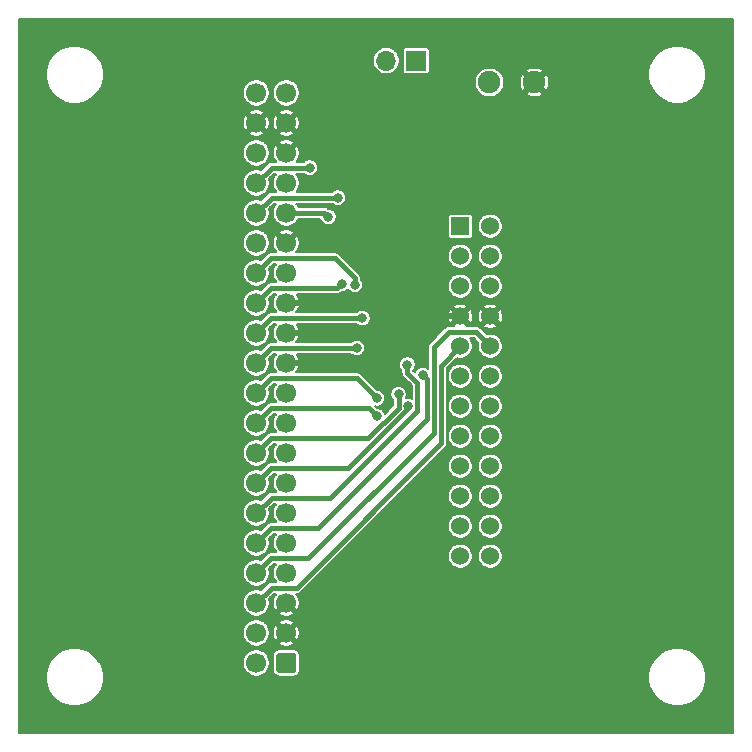
<source format=gbr>
%TF.GenerationSoftware,KiCad,Pcbnew,(5.1.10)-1*%
%TF.CreationDate,2021-06-03T16:28:04-04:00*%
%TF.ProjectId,Flex_Adapter,466c6578-5f41-4646-9170-7465722e6b69,v1*%
%TF.SameCoordinates,Original*%
%TF.FileFunction,Copper,L1,Top*%
%TF.FilePolarity,Positive*%
%FSLAX46Y46*%
G04 Gerber Fmt 4.6, Leading zero omitted, Abs format (unit mm)*
G04 Created by KiCad (PCBNEW (5.1.10)-1) date 2021-06-03 16:28:04*
%MOMM*%
%LPD*%
G01*
G04 APERTURE LIST*
%TA.AperFunction,ComponentPad*%
%ADD10C,1.530000*%
%TD*%
%TA.AperFunction,ComponentPad*%
%ADD11R,1.530000X1.530000*%
%TD*%
%TA.AperFunction,ComponentPad*%
%ADD12C,1.904000*%
%TD*%
%TA.AperFunction,ComponentPad*%
%ADD13O,1.700000X1.700000*%
%TD*%
%TA.AperFunction,ComponentPad*%
%ADD14R,1.700000X1.700000*%
%TD*%
%TA.AperFunction,ComponentPad*%
%ADD15C,1.700000*%
%TD*%
%TA.AperFunction,ViaPad*%
%ADD16C,0.800000*%
%TD*%
%TA.AperFunction,Conductor*%
%ADD17C,0.500000*%
%TD*%
%TA.AperFunction,Conductor*%
%ADD18C,0.400000*%
%TD*%
%TA.AperFunction,Conductor*%
%ADD19C,0.200000*%
%TD*%
%TA.AperFunction,Conductor*%
%ADD20C,0.100000*%
%TD*%
G04 APERTURE END LIST*
D10*
%TO.P,J2,24*%
%TO.N,OUT16*%
X152170000Y-119770000D03*
%TO.P,J2,23*%
%TO.N,OUT15*%
X149630000Y-119770000D03*
%TO.P,J2,22*%
%TO.N,OUT14*%
X152170000Y-117230000D03*
%TO.P,J2,21*%
%TO.N,OUT13*%
X149630000Y-117230000D03*
%TO.P,J2,20*%
%TO.N,OUT12*%
X152170000Y-114690000D03*
%TO.P,J2,19*%
%TO.N,OUT11*%
X149630000Y-114690000D03*
%TO.P,J2,18*%
%TO.N,OUT10*%
X152170000Y-112150000D03*
%TO.P,J2,17*%
%TO.N,OUT9*%
X149630000Y-112150000D03*
%TO.P,J2,16*%
%TO.N,OUT8*%
X152170000Y-109610000D03*
%TO.P,J2,15*%
%TO.N,OUT7*%
X149630000Y-109610000D03*
%TO.P,J2,14*%
%TO.N,OUT6*%
X152170000Y-107070000D03*
%TO.P,J2,13*%
%TO.N,OUT5*%
X149630000Y-107070000D03*
%TO.P,J2,12*%
%TO.N,OUT4*%
X152170000Y-104530000D03*
%TO.P,J2,11*%
%TO.N,OUT3*%
X149630000Y-104530000D03*
%TO.P,J2,10*%
%TO.N,OUT2*%
X152170000Y-101990000D03*
%TO.P,J2,9*%
%TO.N,OUT1*%
X149630000Y-101990000D03*
%TO.P,J2,8*%
%TO.N,GND*%
X152170000Y-99450000D03*
%TO.P,J2,7*%
X149630000Y-99450000D03*
%TO.P,J2,6*%
%TO.N,Net-(J2-Pad6)*%
X152170000Y-96910000D03*
%TO.P,J2,5*%
%TO.N,Net-(J2-Pad5)*%
X149630000Y-96910000D03*
%TO.P,J2,4*%
%TO.N,Net-(J2-Pad4)*%
X152170000Y-94370000D03*
%TO.P,J2,3*%
%TO.N,Net-(J2-Pad3)*%
X149630000Y-94370000D03*
%TO.P,J2,2*%
%TO.N,PWR_HINKS*%
X152170000Y-91830000D03*
D11*
%TO.P,J2,1*%
X149630000Y-91830000D03*
%TD*%
D12*
%TO.P,J4,2*%
%TO.N,GND*%
X155904440Y-79650459D03*
%TO.P,J4,1*%
%TO.N,PWR_HINKS*%
X152094440Y-79650459D03*
%TD*%
D13*
%TO.P,J3,2*%
%TO.N,+5V*%
X143360000Y-77800000D03*
D14*
%TO.P,J3,1*%
%TO.N,PWR_HINKS*%
X145900000Y-77800000D03*
%TD*%
D15*
%TO.P,J1,40*%
%TO.N,+5V*%
X132360000Y-80540000D03*
%TO.P,J1,38*%
%TO.N,GND*%
X132360000Y-83080000D03*
%TO.P,J1,36*%
%TO.N,OUT16*%
X132360000Y-85620000D03*
%TO.P,J1,34*%
%TO.N,OUT15*%
X132360000Y-88160000D03*
%TO.P,J1,32*%
%TO.N,OUT14*%
X132360000Y-90700000D03*
%TO.P,J1,30*%
%TO.N,Net-(J1-Pad30)*%
X132360000Y-93240000D03*
%TO.P,J1,28*%
%TO.N,OUT12*%
X132360000Y-95780000D03*
%TO.P,J1,26*%
%TO.N,OUT11*%
X132360000Y-98320000D03*
%TO.P,J1,24*%
%TO.N,OUT10*%
X132360000Y-100860000D03*
%TO.P,J1,22*%
%TO.N,OUT9*%
X132360000Y-103400000D03*
%TO.P,J1,20*%
%TO.N,OUT8*%
X132360000Y-105940000D03*
%TO.P,J1,18*%
%TO.N,OUT7*%
X132360000Y-108480000D03*
%TO.P,J1,16*%
%TO.N,OUT6*%
X132360000Y-111020000D03*
%TO.P,J1,14*%
%TO.N,OUT5*%
X132360000Y-113560000D03*
%TO.P,J1,12*%
%TO.N,OUT4*%
X132360000Y-116100000D03*
%TO.P,J1,10*%
%TO.N,OUT3*%
X132360000Y-118640000D03*
%TO.P,J1,8*%
%TO.N,OUT2*%
X132360000Y-121180000D03*
%TO.P,J1,6*%
%TO.N,OUT1*%
X132360000Y-123720000D03*
%TO.P,J1,4*%
%TO.N,+5V*%
X132360000Y-126260000D03*
%TO.P,J1,2*%
X132360000Y-128800000D03*
%TO.P,J1,39*%
X134900000Y-80540000D03*
%TO.P,J1,37*%
%TO.N,GND*%
X134900000Y-83080000D03*
%TO.P,J1,35*%
X134900000Y-85620000D03*
%TO.P,J1,33*%
X134900000Y-88160000D03*
%TO.P,J1,31*%
%TO.N,OUT13*%
X134900000Y-90700000D03*
%TO.P,J1,29*%
%TO.N,GND*%
X134900000Y-93240000D03*
%TO.P,J1,27*%
X134900000Y-95780000D03*
%TO.P,J1,25*%
X134900000Y-98320000D03*
%TO.P,J1,23*%
X134900000Y-100860000D03*
%TO.P,J1,21*%
X134900000Y-103400000D03*
%TO.P,J1,19*%
X134900000Y-105940000D03*
%TO.P,J1,17*%
X134900000Y-108480000D03*
%TO.P,J1,15*%
X134900000Y-111020000D03*
%TO.P,J1,13*%
X134900000Y-113560000D03*
%TO.P,J1,11*%
X134900000Y-116100000D03*
%TO.P,J1,9*%
X134900000Y-118640000D03*
%TO.P,J1,7*%
X134900000Y-121180000D03*
%TO.P,J1,5*%
X134900000Y-123720000D03*
%TO.P,J1,3*%
X134900000Y-126260000D03*
%TO.P,J1,1*%
%TO.N,Net-(J1-Pad1)*%
%TA.AperFunction,ComponentPad*%
G36*
G01*
X135750000Y-128200000D02*
X135750000Y-129400000D01*
G75*
G02*
X135500000Y-129650000I-250000J0D01*
G01*
X134300000Y-129650000D01*
G75*
G02*
X134050000Y-129400000I0J250000D01*
G01*
X134050000Y-128200000D01*
G75*
G02*
X134300000Y-127950000I250000J0D01*
G01*
X135500000Y-127950000D01*
G75*
G02*
X135750000Y-128200000I0J-250000D01*
G01*
G37*
%TD.AperFunction*%
%TD*%
D16*
%TO.N,GND*%
X143200000Y-119700000D03*
X143500000Y-104300000D03*
X143500000Y-101200000D03*
X140800000Y-93500000D03*
X165000000Y-125000000D03*
X155000000Y-125000000D03*
X145000000Y-125000000D03*
X125000000Y-125000000D03*
X125000000Y-115000000D03*
X125000000Y-105000000D03*
X125000000Y-95000000D03*
X125000000Y-85000000D03*
X165000000Y-115000000D03*
X165000000Y-105000000D03*
X165000000Y-95000000D03*
X165000000Y-85000000D03*
X155000000Y-85000000D03*
X145000000Y-85000000D03*
X155000000Y-115000000D03*
X155000000Y-105000000D03*
X155000000Y-95000000D03*
X145000000Y-95000000D03*
X115000000Y-85000000D03*
X115000000Y-95000000D03*
X115000000Y-105000000D03*
X115000000Y-115000000D03*
X115000000Y-125000000D03*
X155000000Y-75000000D03*
X125000000Y-75000000D03*
X140000000Y-75000000D03*
X140000000Y-85000000D03*
%TO.N,OUT15*%
X136870004Y-86870004D03*
%TO.N,OUT14*%
X139260005Y-89410005D03*
%TO.N,OUT12*%
X140699998Y-96799998D03*
%TO.N,OUT11*%
X139584306Y-96684306D03*
%TO.N,OUT10*%
X141340001Y-99609999D03*
%TO.N,OUT9*%
X140849990Y-102149999D03*
%TO.N,OUT8*%
X142557847Y-106392153D03*
%TO.N,OUT7*%
X142540010Y-107884312D03*
%TO.N,OUT6*%
X144400000Y-106050000D03*
%TO.N,OUT5*%
X145200010Y-107050000D03*
%TO.N,OUT4*%
X145150000Y-103550000D03*
%TO.N,OUT3*%
X146452410Y-104421024D03*
%TO.N,OUT13*%
X138459990Y-91034311D03*
%TD*%
D17*
%TO.N,GND*%
X134900000Y-103400000D02*
X142000000Y-103400000D01*
X145950000Y-99450000D02*
X149630000Y-99450000D01*
X142000000Y-103400000D02*
X145950000Y-99450000D01*
X144540000Y-100860000D02*
X145950000Y-99450000D01*
X134900000Y-100860000D02*
X144540000Y-100860000D01*
X146450000Y-99450000D02*
X149630000Y-99450000D01*
X145320000Y-98320000D02*
X146450000Y-99450000D01*
X134900000Y-98320000D02*
X145320000Y-98320000D01*
D18*
%TO.N,OUT15*%
X133649996Y-86870004D02*
X136870004Y-86870004D01*
X132360000Y-88160000D02*
X133649996Y-86870004D01*
%TO.N,OUT14*%
X132360000Y-90700000D02*
X133649995Y-89410005D01*
X133649995Y-89410005D02*
X139260005Y-89410005D01*
%TO.N,OUT12*%
X140699998Y-96234313D02*
X140699998Y-96799998D01*
X138995684Y-94529999D02*
X140699998Y-96234313D01*
X132360000Y-95780000D02*
X133610001Y-94529999D01*
X133610001Y-94529999D02*
X138995684Y-94529999D01*
%TO.N,OUT11*%
X133610001Y-97069999D02*
X139198613Y-97069999D01*
X139198613Y-97069999D02*
X139584306Y-96684306D01*
X132360000Y-98320000D02*
X133610001Y-97069999D01*
%TO.N,OUT10*%
X133610001Y-99609999D02*
X141340001Y-99609999D01*
X132360000Y-100860000D02*
X133610001Y-99609999D01*
%TO.N,OUT9*%
X132360000Y-103400000D02*
X133610001Y-102149999D01*
X133610001Y-102149999D02*
X140849990Y-102149999D01*
%TO.N,OUT8*%
X133610001Y-104689999D02*
X140855693Y-104689999D01*
X132360000Y-105940000D02*
X133610001Y-104689999D01*
X140855693Y-104689999D02*
X142557847Y-106392153D01*
%TO.N,OUT7*%
X141885697Y-107229999D02*
X142540010Y-107884312D01*
X132360000Y-108480000D02*
X133610001Y-107229999D01*
X133610001Y-107229999D02*
X141885697Y-107229999D01*
%TO.N,OUT6*%
X141838327Y-109769999D02*
X144400000Y-107208326D01*
X144400000Y-107208326D02*
X144400000Y-106050000D01*
X133610001Y-109769999D02*
X141838327Y-109769999D01*
X132360000Y-111020000D02*
X133610001Y-109769999D01*
%TO.N,OUT5*%
X145200010Y-107256859D02*
X145200010Y-107050000D01*
X133610001Y-112309999D02*
X140146870Y-112309999D01*
X140146870Y-112309999D02*
X145200010Y-107256859D01*
X132360000Y-113560000D02*
X133610001Y-112309999D01*
%TO.N,OUT4*%
X145150000Y-104250000D02*
X145150000Y-103550000D01*
X146000012Y-107449988D02*
X146000012Y-105100012D01*
X132360000Y-116100000D02*
X133649999Y-114810001D01*
X133649999Y-114810001D02*
X138639999Y-114810001D01*
X138639999Y-114810001D02*
X146000012Y-107449988D01*
X146000012Y-105100012D02*
X145150000Y-104250000D01*
%TO.N,OUT3*%
X146775007Y-104743621D02*
X146452410Y-104421024D01*
X133610001Y-117389999D02*
X137560001Y-117389999D01*
X137560001Y-117389999D02*
X146775007Y-108174993D01*
X132360000Y-118640000D02*
X133610001Y-117389999D01*
X146775007Y-108174993D02*
X146775007Y-104743621D01*
%TO.N,OUT2*%
X150980000Y-100800000D02*
X152170000Y-101990000D01*
X148650000Y-100800000D02*
X150980000Y-100800000D01*
X147400000Y-102050000D02*
X148650000Y-100800000D01*
X147400000Y-109300000D02*
X147400000Y-102050000D01*
X136770001Y-119929999D02*
X147400000Y-109300000D01*
X133610001Y-119929999D02*
X136770001Y-119929999D01*
X132360000Y-121180000D02*
X133610001Y-119929999D01*
%TO.N,OUT1*%
X132360000Y-123720000D02*
X133649999Y-122430001D01*
X133649999Y-122430001D02*
X135769999Y-122430001D01*
X135769999Y-122430001D02*
X148000011Y-110199989D01*
X148000011Y-110199989D02*
X148000011Y-103619989D01*
X148000011Y-103619989D02*
X149630000Y-101990000D01*
%TO.N,OUT13*%
X138125679Y-90700000D02*
X138459990Y-91034311D01*
X134900000Y-90700000D02*
X138125679Y-90700000D01*
%TD*%
D19*
%TO.N,GND*%
X172725001Y-134725000D02*
X112275000Y-134725000D01*
X112275000Y-129758696D01*
X114550000Y-129758696D01*
X114550000Y-130241304D01*
X114644152Y-130714639D01*
X114828838Y-131160510D01*
X115096960Y-131561784D01*
X115438216Y-131903040D01*
X115839490Y-132171162D01*
X116285361Y-132355848D01*
X116758696Y-132450000D01*
X117241304Y-132450000D01*
X117714639Y-132355848D01*
X118160510Y-132171162D01*
X118561784Y-131903040D01*
X118903040Y-131561784D01*
X119171162Y-131160510D01*
X119355848Y-130714639D01*
X119450000Y-130241304D01*
X119450000Y-129758696D01*
X119355848Y-129285361D01*
X119171162Y-128839490D01*
X119069095Y-128686735D01*
X131210000Y-128686735D01*
X131210000Y-128913265D01*
X131254194Y-129135443D01*
X131340884Y-129344729D01*
X131466737Y-129533082D01*
X131626918Y-129693263D01*
X131815271Y-129819116D01*
X132024557Y-129905806D01*
X132246735Y-129950000D01*
X132473265Y-129950000D01*
X132695443Y-129905806D01*
X132904729Y-129819116D01*
X133093082Y-129693263D01*
X133253263Y-129533082D01*
X133379116Y-129344729D01*
X133465806Y-129135443D01*
X133510000Y-128913265D01*
X133510000Y-128686735D01*
X133465806Y-128464557D01*
X133379116Y-128255271D01*
X133342186Y-128200000D01*
X133748549Y-128200000D01*
X133748549Y-129400000D01*
X133759145Y-129507583D01*
X133790526Y-129611031D01*
X133841485Y-129706370D01*
X133910065Y-129789935D01*
X133993630Y-129858515D01*
X134088969Y-129909474D01*
X134192417Y-129940855D01*
X134300000Y-129951451D01*
X135500000Y-129951451D01*
X135607583Y-129940855D01*
X135711031Y-129909474D01*
X135806370Y-129858515D01*
X135889935Y-129789935D01*
X135915572Y-129758696D01*
X165550000Y-129758696D01*
X165550000Y-130241304D01*
X165644152Y-130714639D01*
X165828838Y-131160510D01*
X166096960Y-131561784D01*
X166438216Y-131903040D01*
X166839490Y-132171162D01*
X167285361Y-132355848D01*
X167758696Y-132450000D01*
X168241304Y-132450000D01*
X168714639Y-132355848D01*
X169160510Y-132171162D01*
X169561784Y-131903040D01*
X169903040Y-131561784D01*
X170171162Y-131160510D01*
X170355848Y-130714639D01*
X170450000Y-130241304D01*
X170450000Y-129758696D01*
X170355848Y-129285361D01*
X170171162Y-128839490D01*
X169903040Y-128438216D01*
X169561784Y-128096960D01*
X169160510Y-127828838D01*
X168714639Y-127644152D01*
X168241304Y-127550000D01*
X167758696Y-127550000D01*
X167285361Y-127644152D01*
X166839490Y-127828838D01*
X166438216Y-128096960D01*
X166096960Y-128438216D01*
X165828838Y-128839490D01*
X165644152Y-129285361D01*
X165550000Y-129758696D01*
X135915572Y-129758696D01*
X135958515Y-129706370D01*
X136009474Y-129611031D01*
X136040855Y-129507583D01*
X136051451Y-129400000D01*
X136051451Y-128200000D01*
X136040855Y-128092417D01*
X136009474Y-127988969D01*
X135958515Y-127893630D01*
X135889935Y-127810065D01*
X135806370Y-127741485D01*
X135711031Y-127690526D01*
X135607583Y-127659145D01*
X135500000Y-127648549D01*
X134300000Y-127648549D01*
X134192417Y-127659145D01*
X134088969Y-127690526D01*
X133993630Y-127741485D01*
X133910065Y-127810065D01*
X133841485Y-127893630D01*
X133790526Y-127988969D01*
X133759145Y-128092417D01*
X133748549Y-128200000D01*
X133342186Y-128200000D01*
X133253263Y-128066918D01*
X133093082Y-127906737D01*
X132904729Y-127780884D01*
X132695443Y-127694194D01*
X132473265Y-127650000D01*
X132246735Y-127650000D01*
X132024557Y-127694194D01*
X131815271Y-127780884D01*
X131626918Y-127906737D01*
X131466737Y-128066918D01*
X131340884Y-128255271D01*
X131254194Y-128464557D01*
X131210000Y-128686735D01*
X119069095Y-128686735D01*
X118903040Y-128438216D01*
X118561784Y-128096960D01*
X118160510Y-127828838D01*
X117714639Y-127644152D01*
X117241304Y-127550000D01*
X116758696Y-127550000D01*
X116285361Y-127644152D01*
X115839490Y-127828838D01*
X115438216Y-128096960D01*
X115096960Y-128438216D01*
X114828838Y-128839490D01*
X114644152Y-129285361D01*
X114550000Y-129758696D01*
X112275000Y-129758696D01*
X112275000Y-126146735D01*
X131210000Y-126146735D01*
X131210000Y-126373265D01*
X131254194Y-126595443D01*
X131340884Y-126804729D01*
X131466737Y-126993082D01*
X131626918Y-127153263D01*
X131815271Y-127279116D01*
X132024557Y-127365806D01*
X132246735Y-127410000D01*
X132473265Y-127410000D01*
X132695443Y-127365806D01*
X132904729Y-127279116D01*
X133093082Y-127153263D01*
X133116862Y-127129483D01*
X134248306Y-127129483D01*
X134346656Y-127283612D01*
X134556985Y-127371896D01*
X134780497Y-127417450D01*
X135008600Y-127418524D01*
X135232530Y-127375076D01*
X135443681Y-127288776D01*
X135453344Y-127283612D01*
X135551694Y-127129483D01*
X134900000Y-126477789D01*
X134248306Y-127129483D01*
X133116862Y-127129483D01*
X133253263Y-126993082D01*
X133379116Y-126804729D01*
X133465806Y-126595443D01*
X133510000Y-126373265D01*
X133510000Y-126368600D01*
X133741476Y-126368600D01*
X133784924Y-126592530D01*
X133871224Y-126803681D01*
X133876388Y-126813344D01*
X134030517Y-126911694D01*
X134682211Y-126260000D01*
X135117789Y-126260000D01*
X135769483Y-126911694D01*
X135923612Y-126813344D01*
X136011896Y-126603015D01*
X136057450Y-126379503D01*
X136058524Y-126151400D01*
X136015076Y-125927470D01*
X135928776Y-125716319D01*
X135923612Y-125706656D01*
X135769483Y-125608306D01*
X135117789Y-126260000D01*
X134682211Y-126260000D01*
X134030517Y-125608306D01*
X133876388Y-125706656D01*
X133788104Y-125916985D01*
X133742550Y-126140497D01*
X133741476Y-126368600D01*
X133510000Y-126368600D01*
X133510000Y-126146735D01*
X133465806Y-125924557D01*
X133379116Y-125715271D01*
X133253263Y-125526918D01*
X133116862Y-125390517D01*
X134248306Y-125390517D01*
X134900000Y-126042211D01*
X135551694Y-125390517D01*
X135453344Y-125236388D01*
X135243015Y-125148104D01*
X135019503Y-125102550D01*
X134791400Y-125101476D01*
X134567470Y-125144924D01*
X134356319Y-125231224D01*
X134346656Y-125236388D01*
X134248306Y-125390517D01*
X133116862Y-125390517D01*
X133093082Y-125366737D01*
X132904729Y-125240884D01*
X132695443Y-125154194D01*
X132473265Y-125110000D01*
X132246735Y-125110000D01*
X132024557Y-125154194D01*
X131815271Y-125240884D01*
X131626918Y-125366737D01*
X131466737Y-125526918D01*
X131340884Y-125715271D01*
X131254194Y-125924557D01*
X131210000Y-126146735D01*
X112275000Y-126146735D01*
X112275000Y-95666735D01*
X131210000Y-95666735D01*
X131210000Y-95893265D01*
X131254194Y-96115443D01*
X131340884Y-96324729D01*
X131466737Y-96513082D01*
X131626918Y-96673263D01*
X131815271Y-96799116D01*
X132024557Y-96885806D01*
X132246735Y-96930000D01*
X132473265Y-96930000D01*
X132695443Y-96885806D01*
X132904729Y-96799116D01*
X133093082Y-96673263D01*
X133253263Y-96513082D01*
X133379116Y-96324729D01*
X133465806Y-96115443D01*
X133510000Y-95893265D01*
X133510000Y-95666735D01*
X133465806Y-95444557D01*
X133447278Y-95399828D01*
X133817108Y-95029999D01*
X134005103Y-95029999D01*
X133968655Y-95066447D01*
X134030515Y-95128307D01*
X133876388Y-95226656D01*
X133788104Y-95436985D01*
X133742550Y-95660497D01*
X133741476Y-95888600D01*
X133784924Y-96112530D01*
X133871224Y-96323681D01*
X133876388Y-96333344D01*
X134030515Y-96431693D01*
X133968655Y-96493553D01*
X134045101Y-96569999D01*
X133634550Y-96569999D01*
X133610000Y-96567581D01*
X133585450Y-96569999D01*
X133585441Y-96569999D01*
X133511984Y-96577234D01*
X133417734Y-96605824D01*
X133330872Y-96652253D01*
X133254737Y-96714735D01*
X133239081Y-96733812D01*
X132740172Y-97232722D01*
X132695443Y-97214194D01*
X132473265Y-97170000D01*
X132246735Y-97170000D01*
X132024557Y-97214194D01*
X131815271Y-97300884D01*
X131626918Y-97426737D01*
X131466737Y-97586918D01*
X131340884Y-97775271D01*
X131254194Y-97984557D01*
X131210000Y-98206735D01*
X131210000Y-98433265D01*
X131254194Y-98655443D01*
X131340884Y-98864729D01*
X131466737Y-99053082D01*
X131626918Y-99213263D01*
X131815271Y-99339116D01*
X132024557Y-99425806D01*
X132246735Y-99470000D01*
X132473265Y-99470000D01*
X132695443Y-99425806D01*
X132904729Y-99339116D01*
X133093082Y-99213263D01*
X133253263Y-99053082D01*
X133379116Y-98864729D01*
X133465806Y-98655443D01*
X133510000Y-98433265D01*
X133510000Y-98206735D01*
X133465806Y-97984557D01*
X133447278Y-97939828D01*
X133817108Y-97569999D01*
X134005103Y-97569999D01*
X133968655Y-97606447D01*
X134030515Y-97668307D01*
X133876388Y-97766656D01*
X133788104Y-97976985D01*
X133742550Y-98200497D01*
X133741476Y-98428600D01*
X133784924Y-98652530D01*
X133871224Y-98863681D01*
X133876388Y-98873344D01*
X134030515Y-98971693D01*
X133968655Y-99033553D01*
X134045101Y-99109999D01*
X133634550Y-99109999D01*
X133610000Y-99107581D01*
X133585450Y-99109999D01*
X133585441Y-99109999D01*
X133511984Y-99117234D01*
X133417734Y-99145824D01*
X133330872Y-99192253D01*
X133254737Y-99254735D01*
X133239081Y-99273812D01*
X132740172Y-99772722D01*
X132695443Y-99754194D01*
X132473265Y-99710000D01*
X132246735Y-99710000D01*
X132024557Y-99754194D01*
X131815271Y-99840884D01*
X131626918Y-99966737D01*
X131466737Y-100126918D01*
X131340884Y-100315271D01*
X131254194Y-100524557D01*
X131210000Y-100746735D01*
X131210000Y-100973265D01*
X131254194Y-101195443D01*
X131340884Y-101404729D01*
X131466737Y-101593082D01*
X131626918Y-101753263D01*
X131815271Y-101879116D01*
X132024557Y-101965806D01*
X132246735Y-102010000D01*
X132473265Y-102010000D01*
X132695443Y-101965806D01*
X132904729Y-101879116D01*
X133093082Y-101753263D01*
X133253263Y-101593082D01*
X133379116Y-101404729D01*
X133465806Y-101195443D01*
X133510000Y-100973265D01*
X133510000Y-100746735D01*
X133465806Y-100524557D01*
X133447278Y-100479828D01*
X133817108Y-100109999D01*
X134005103Y-100109999D01*
X133968655Y-100146447D01*
X134030515Y-100208307D01*
X133876388Y-100306656D01*
X133788104Y-100516985D01*
X133742550Y-100740497D01*
X133741476Y-100968600D01*
X133784924Y-101192530D01*
X133871224Y-101403681D01*
X133876388Y-101413344D01*
X134030515Y-101511693D01*
X133968655Y-101573553D01*
X134045101Y-101649999D01*
X133634550Y-101649999D01*
X133610000Y-101647581D01*
X133585450Y-101649999D01*
X133585441Y-101649999D01*
X133511984Y-101657234D01*
X133417734Y-101685824D01*
X133330872Y-101732253D01*
X133254737Y-101794735D01*
X133239081Y-101813812D01*
X132740172Y-102312722D01*
X132695443Y-102294194D01*
X132473265Y-102250000D01*
X132246735Y-102250000D01*
X132024557Y-102294194D01*
X131815271Y-102380884D01*
X131626918Y-102506737D01*
X131466737Y-102666918D01*
X131340884Y-102855271D01*
X131254194Y-103064557D01*
X131210000Y-103286735D01*
X131210000Y-103513265D01*
X131254194Y-103735443D01*
X131340884Y-103944729D01*
X131466737Y-104133082D01*
X131626918Y-104293263D01*
X131815271Y-104419116D01*
X132024557Y-104505806D01*
X132246735Y-104550000D01*
X132473265Y-104550000D01*
X132695443Y-104505806D01*
X132904729Y-104419116D01*
X133093082Y-104293263D01*
X133253263Y-104133082D01*
X133379116Y-103944729D01*
X133465806Y-103735443D01*
X133510000Y-103513265D01*
X133510000Y-103286735D01*
X133465806Y-103064557D01*
X133447278Y-103019828D01*
X133817108Y-102649999D01*
X134005103Y-102649999D01*
X133968655Y-102686447D01*
X134030515Y-102748307D01*
X133876388Y-102846656D01*
X133788104Y-103056985D01*
X133742550Y-103280497D01*
X133741476Y-103508600D01*
X133784924Y-103732530D01*
X133871224Y-103943681D01*
X133876388Y-103953344D01*
X134030515Y-104051693D01*
X133968655Y-104113553D01*
X134045101Y-104189999D01*
X133634550Y-104189999D01*
X133610000Y-104187581D01*
X133585450Y-104189999D01*
X133585441Y-104189999D01*
X133511984Y-104197234D01*
X133417734Y-104225824D01*
X133330872Y-104272253D01*
X133254737Y-104334735D01*
X133239081Y-104353812D01*
X132740172Y-104852722D01*
X132695443Y-104834194D01*
X132473265Y-104790000D01*
X132246735Y-104790000D01*
X132024557Y-104834194D01*
X131815271Y-104920884D01*
X131626918Y-105046737D01*
X131466737Y-105206918D01*
X131340884Y-105395271D01*
X131254194Y-105604557D01*
X131210000Y-105826735D01*
X131210000Y-106053265D01*
X131254194Y-106275443D01*
X131340884Y-106484729D01*
X131466737Y-106673082D01*
X131626918Y-106833263D01*
X131815271Y-106959116D01*
X132024557Y-107045806D01*
X132246735Y-107090000D01*
X132473265Y-107090000D01*
X132695443Y-107045806D01*
X132904729Y-106959116D01*
X133093082Y-106833263D01*
X133253263Y-106673082D01*
X133379116Y-106484729D01*
X133465806Y-106275443D01*
X133510000Y-106053265D01*
X133510000Y-105826735D01*
X133465806Y-105604557D01*
X133447278Y-105559828D01*
X133817108Y-105189999D01*
X134005103Y-105189999D01*
X133968655Y-105226447D01*
X134030515Y-105288307D01*
X133876388Y-105386656D01*
X133788104Y-105596985D01*
X133742550Y-105820497D01*
X133741476Y-106048600D01*
X133784924Y-106272530D01*
X133871224Y-106483681D01*
X133876388Y-106493344D01*
X134030515Y-106591693D01*
X133968655Y-106653553D01*
X134045101Y-106729999D01*
X133634550Y-106729999D01*
X133610000Y-106727581D01*
X133585450Y-106729999D01*
X133585441Y-106729999D01*
X133511984Y-106737234D01*
X133417734Y-106765824D01*
X133330872Y-106812253D01*
X133254737Y-106874735D01*
X133239081Y-106893812D01*
X132740172Y-107392722D01*
X132695443Y-107374194D01*
X132473265Y-107330000D01*
X132246735Y-107330000D01*
X132024557Y-107374194D01*
X131815271Y-107460884D01*
X131626918Y-107586737D01*
X131466737Y-107746918D01*
X131340884Y-107935271D01*
X131254194Y-108144557D01*
X131210000Y-108366735D01*
X131210000Y-108593265D01*
X131254194Y-108815443D01*
X131340884Y-109024729D01*
X131466737Y-109213082D01*
X131626918Y-109373263D01*
X131815271Y-109499116D01*
X132024557Y-109585806D01*
X132246735Y-109630000D01*
X132473265Y-109630000D01*
X132695443Y-109585806D01*
X132904729Y-109499116D01*
X133093082Y-109373263D01*
X133253263Y-109213082D01*
X133379116Y-109024729D01*
X133465806Y-108815443D01*
X133510000Y-108593265D01*
X133510000Y-108366735D01*
X133465806Y-108144557D01*
X133447278Y-108099828D01*
X133817108Y-107729999D01*
X134005103Y-107729999D01*
X133968655Y-107766447D01*
X134030515Y-107828307D01*
X133876388Y-107926656D01*
X133788104Y-108136985D01*
X133742550Y-108360497D01*
X133741476Y-108588600D01*
X133784924Y-108812530D01*
X133871224Y-109023681D01*
X133876388Y-109033344D01*
X134030515Y-109131693D01*
X133968655Y-109193553D01*
X134045101Y-109269999D01*
X133634550Y-109269999D01*
X133610000Y-109267581D01*
X133585450Y-109269999D01*
X133585441Y-109269999D01*
X133511984Y-109277234D01*
X133417734Y-109305824D01*
X133330872Y-109352253D01*
X133254737Y-109414735D01*
X133239081Y-109433812D01*
X132740172Y-109932722D01*
X132695443Y-109914194D01*
X132473265Y-109870000D01*
X132246735Y-109870000D01*
X132024557Y-109914194D01*
X131815271Y-110000884D01*
X131626918Y-110126737D01*
X131466737Y-110286918D01*
X131340884Y-110475271D01*
X131254194Y-110684557D01*
X131210000Y-110906735D01*
X131210000Y-111133265D01*
X131254194Y-111355443D01*
X131340884Y-111564729D01*
X131466737Y-111753082D01*
X131626918Y-111913263D01*
X131815271Y-112039116D01*
X132024557Y-112125806D01*
X132246735Y-112170000D01*
X132473265Y-112170000D01*
X132695443Y-112125806D01*
X132904729Y-112039116D01*
X133093082Y-111913263D01*
X133253263Y-111753082D01*
X133379116Y-111564729D01*
X133465806Y-111355443D01*
X133510000Y-111133265D01*
X133510000Y-110906735D01*
X133465806Y-110684557D01*
X133447278Y-110639828D01*
X133817108Y-110269999D01*
X134005103Y-110269999D01*
X133968655Y-110306447D01*
X134030515Y-110368307D01*
X133876388Y-110466656D01*
X133788104Y-110676985D01*
X133742550Y-110900497D01*
X133741476Y-111128600D01*
X133784924Y-111352530D01*
X133871224Y-111563681D01*
X133876388Y-111573344D01*
X134030515Y-111671693D01*
X133968655Y-111733553D01*
X134045101Y-111809999D01*
X133634550Y-111809999D01*
X133610000Y-111807581D01*
X133585450Y-111809999D01*
X133585441Y-111809999D01*
X133511984Y-111817234D01*
X133417734Y-111845824D01*
X133330872Y-111892253D01*
X133254737Y-111954735D01*
X133239081Y-111973812D01*
X132740172Y-112472722D01*
X132695443Y-112454194D01*
X132473265Y-112410000D01*
X132246735Y-112410000D01*
X132024557Y-112454194D01*
X131815271Y-112540884D01*
X131626918Y-112666737D01*
X131466737Y-112826918D01*
X131340884Y-113015271D01*
X131254194Y-113224557D01*
X131210000Y-113446735D01*
X131210000Y-113673265D01*
X131254194Y-113895443D01*
X131340884Y-114104729D01*
X131466737Y-114293082D01*
X131626918Y-114453263D01*
X131815271Y-114579116D01*
X132024557Y-114665806D01*
X132246735Y-114710000D01*
X132473265Y-114710000D01*
X132695443Y-114665806D01*
X132904729Y-114579116D01*
X133093082Y-114453263D01*
X133253263Y-114293082D01*
X133379116Y-114104729D01*
X133465806Y-113895443D01*
X133510000Y-113673265D01*
X133510000Y-113446735D01*
X133465806Y-113224557D01*
X133447278Y-113179828D01*
X133817108Y-112809999D01*
X134005103Y-112809999D01*
X133968655Y-112846447D01*
X134030515Y-112908307D01*
X133876388Y-113006656D01*
X133788104Y-113216985D01*
X133742550Y-113440497D01*
X133741476Y-113668600D01*
X133784924Y-113892530D01*
X133871224Y-114103681D01*
X133876388Y-114113344D01*
X134030515Y-114211693D01*
X133968655Y-114273553D01*
X134005103Y-114310001D01*
X133674556Y-114310001D01*
X133649998Y-114307582D01*
X133625440Y-114310001D01*
X133625439Y-114310001D01*
X133551982Y-114317236D01*
X133457732Y-114345826D01*
X133370870Y-114392255D01*
X133294735Y-114454737D01*
X133279074Y-114473820D01*
X132740173Y-115012722D01*
X132695443Y-114994194D01*
X132473265Y-114950000D01*
X132246735Y-114950000D01*
X132024557Y-114994194D01*
X131815271Y-115080884D01*
X131626918Y-115206737D01*
X131466737Y-115366918D01*
X131340884Y-115555271D01*
X131254194Y-115764557D01*
X131210000Y-115986735D01*
X131210000Y-116213265D01*
X131254194Y-116435443D01*
X131340884Y-116644729D01*
X131466737Y-116833082D01*
X131626918Y-116993263D01*
X131815271Y-117119116D01*
X132024557Y-117205806D01*
X132246735Y-117250000D01*
X132473265Y-117250000D01*
X132695443Y-117205806D01*
X132904729Y-117119116D01*
X133093082Y-116993263D01*
X133253263Y-116833082D01*
X133379116Y-116644729D01*
X133465806Y-116435443D01*
X133510000Y-116213265D01*
X133510000Y-115986735D01*
X133465806Y-115764557D01*
X133447278Y-115719827D01*
X133857105Y-115310001D01*
X134045101Y-115310001D01*
X133968655Y-115386447D01*
X134030515Y-115448307D01*
X133876388Y-115546656D01*
X133788104Y-115756985D01*
X133742550Y-115980497D01*
X133741476Y-116208600D01*
X133784924Y-116432530D01*
X133871224Y-116643681D01*
X133876388Y-116653344D01*
X134030515Y-116751693D01*
X133968655Y-116813553D01*
X134045101Y-116889999D01*
X133634550Y-116889999D01*
X133610000Y-116887581D01*
X133585450Y-116889999D01*
X133585441Y-116889999D01*
X133511984Y-116897234D01*
X133417734Y-116925824D01*
X133330872Y-116972253D01*
X133254737Y-117034735D01*
X133239081Y-117053812D01*
X132740172Y-117552722D01*
X132695443Y-117534194D01*
X132473265Y-117490000D01*
X132246735Y-117490000D01*
X132024557Y-117534194D01*
X131815271Y-117620884D01*
X131626918Y-117746737D01*
X131466737Y-117906918D01*
X131340884Y-118095271D01*
X131254194Y-118304557D01*
X131210000Y-118526735D01*
X131210000Y-118753265D01*
X131254194Y-118975443D01*
X131340884Y-119184729D01*
X131466737Y-119373082D01*
X131626918Y-119533263D01*
X131815271Y-119659116D01*
X132024557Y-119745806D01*
X132246735Y-119790000D01*
X132473265Y-119790000D01*
X132695443Y-119745806D01*
X132904729Y-119659116D01*
X133093082Y-119533263D01*
X133253263Y-119373082D01*
X133379116Y-119184729D01*
X133465806Y-118975443D01*
X133510000Y-118753265D01*
X133510000Y-118526735D01*
X133465806Y-118304557D01*
X133447278Y-118259828D01*
X133817108Y-117889999D01*
X134005103Y-117889999D01*
X133968655Y-117926447D01*
X134030515Y-117988307D01*
X133876388Y-118086656D01*
X133788104Y-118296985D01*
X133742550Y-118520497D01*
X133741476Y-118748600D01*
X133784924Y-118972530D01*
X133871224Y-119183681D01*
X133876388Y-119193344D01*
X134030515Y-119291693D01*
X133968655Y-119353553D01*
X134045101Y-119429999D01*
X133634550Y-119429999D01*
X133610000Y-119427581D01*
X133585450Y-119429999D01*
X133585441Y-119429999D01*
X133511984Y-119437234D01*
X133417734Y-119465824D01*
X133330872Y-119512253D01*
X133254737Y-119574735D01*
X133239081Y-119593812D01*
X132740172Y-120092722D01*
X132695443Y-120074194D01*
X132473265Y-120030000D01*
X132246735Y-120030000D01*
X132024557Y-120074194D01*
X131815271Y-120160884D01*
X131626918Y-120286737D01*
X131466737Y-120446918D01*
X131340884Y-120635271D01*
X131254194Y-120844557D01*
X131210000Y-121066735D01*
X131210000Y-121293265D01*
X131254194Y-121515443D01*
X131340884Y-121724729D01*
X131466737Y-121913082D01*
X131626918Y-122073263D01*
X131815271Y-122199116D01*
X132024557Y-122285806D01*
X132246735Y-122330000D01*
X132473265Y-122330000D01*
X132695443Y-122285806D01*
X132904729Y-122199116D01*
X133093082Y-122073263D01*
X133253263Y-121913082D01*
X133379116Y-121724729D01*
X133465806Y-121515443D01*
X133510000Y-121293265D01*
X133510000Y-121066735D01*
X133465806Y-120844557D01*
X133447278Y-120799828D01*
X133817108Y-120429999D01*
X134005103Y-120429999D01*
X133968655Y-120466447D01*
X134030515Y-120528307D01*
X133876388Y-120626656D01*
X133788104Y-120836985D01*
X133742550Y-121060497D01*
X133741476Y-121288600D01*
X133784924Y-121512530D01*
X133871224Y-121723681D01*
X133876388Y-121733344D01*
X134030515Y-121831693D01*
X133968655Y-121893553D01*
X134005103Y-121930001D01*
X133674556Y-121930001D01*
X133649998Y-121927582D01*
X133625440Y-121930001D01*
X133625439Y-121930001D01*
X133551982Y-121937236D01*
X133457732Y-121965826D01*
X133370870Y-122012255D01*
X133294735Y-122074737D01*
X133279074Y-122093820D01*
X132740173Y-122632722D01*
X132695443Y-122614194D01*
X132473265Y-122570000D01*
X132246735Y-122570000D01*
X132024557Y-122614194D01*
X131815271Y-122700884D01*
X131626918Y-122826737D01*
X131466737Y-122986918D01*
X131340884Y-123175271D01*
X131254194Y-123384557D01*
X131210000Y-123606735D01*
X131210000Y-123833265D01*
X131254194Y-124055443D01*
X131340884Y-124264729D01*
X131466737Y-124453082D01*
X131626918Y-124613263D01*
X131815271Y-124739116D01*
X132024557Y-124825806D01*
X132246735Y-124870000D01*
X132473265Y-124870000D01*
X132695443Y-124825806D01*
X132904729Y-124739116D01*
X133093082Y-124613263D01*
X133116862Y-124589483D01*
X134248306Y-124589483D01*
X134346656Y-124743612D01*
X134556985Y-124831896D01*
X134780497Y-124877450D01*
X135008600Y-124878524D01*
X135232530Y-124835076D01*
X135443681Y-124748776D01*
X135453344Y-124743612D01*
X135551694Y-124589483D01*
X134900000Y-123937789D01*
X134248306Y-124589483D01*
X133116862Y-124589483D01*
X133253263Y-124453082D01*
X133379116Y-124264729D01*
X133465806Y-124055443D01*
X133510000Y-123833265D01*
X133510000Y-123606735D01*
X133465806Y-123384557D01*
X133447278Y-123339827D01*
X133857105Y-122930001D01*
X134045101Y-122930001D01*
X133968655Y-123006447D01*
X134030515Y-123068307D01*
X133876388Y-123166656D01*
X133788104Y-123376985D01*
X133742550Y-123600497D01*
X133741476Y-123828600D01*
X133784924Y-124052530D01*
X133871224Y-124263681D01*
X133876388Y-124273344D01*
X134030517Y-124371694D01*
X134682211Y-123720000D01*
X134668069Y-123705858D01*
X134885858Y-123488069D01*
X134900000Y-123502211D01*
X134914142Y-123488069D01*
X135131931Y-123705858D01*
X135117789Y-123720000D01*
X135769483Y-124371694D01*
X135923612Y-124273344D01*
X136011896Y-124063015D01*
X136057450Y-123839503D01*
X136058524Y-123611400D01*
X136015076Y-123387470D01*
X135928776Y-123176319D01*
X135923612Y-123166656D01*
X135769485Y-123068307D01*
X135831345Y-123006447D01*
X135755933Y-122931035D01*
X135769999Y-122932420D01*
X135794559Y-122930001D01*
X135868016Y-122922766D01*
X135962266Y-122894176D01*
X136049128Y-122847747D01*
X136125263Y-122785265D01*
X136140928Y-122766177D01*
X139241998Y-119665107D01*
X148565000Y-119665107D01*
X148565000Y-119874893D01*
X148605927Y-120080649D01*
X148686209Y-120274467D01*
X148802761Y-120448898D01*
X148951102Y-120597239D01*
X149125533Y-120713791D01*
X149319351Y-120794073D01*
X149525107Y-120835000D01*
X149734893Y-120835000D01*
X149940649Y-120794073D01*
X150134467Y-120713791D01*
X150308898Y-120597239D01*
X150457239Y-120448898D01*
X150573791Y-120274467D01*
X150654073Y-120080649D01*
X150695000Y-119874893D01*
X150695000Y-119665107D01*
X151105000Y-119665107D01*
X151105000Y-119874893D01*
X151145927Y-120080649D01*
X151226209Y-120274467D01*
X151342761Y-120448898D01*
X151491102Y-120597239D01*
X151665533Y-120713791D01*
X151859351Y-120794073D01*
X152065107Y-120835000D01*
X152274893Y-120835000D01*
X152480649Y-120794073D01*
X152674467Y-120713791D01*
X152848898Y-120597239D01*
X152997239Y-120448898D01*
X153113791Y-120274467D01*
X153194073Y-120080649D01*
X153235000Y-119874893D01*
X153235000Y-119665107D01*
X153194073Y-119459351D01*
X153113791Y-119265533D01*
X152997239Y-119091102D01*
X152848898Y-118942761D01*
X152674467Y-118826209D01*
X152480649Y-118745927D01*
X152274893Y-118705000D01*
X152065107Y-118705000D01*
X151859351Y-118745927D01*
X151665533Y-118826209D01*
X151491102Y-118942761D01*
X151342761Y-119091102D01*
X151226209Y-119265533D01*
X151145927Y-119459351D01*
X151105000Y-119665107D01*
X150695000Y-119665107D01*
X150654073Y-119459351D01*
X150573791Y-119265533D01*
X150457239Y-119091102D01*
X150308898Y-118942761D01*
X150134467Y-118826209D01*
X149940649Y-118745927D01*
X149734893Y-118705000D01*
X149525107Y-118705000D01*
X149319351Y-118745927D01*
X149125533Y-118826209D01*
X148951102Y-118942761D01*
X148802761Y-119091102D01*
X148686209Y-119265533D01*
X148605927Y-119459351D01*
X148565000Y-119665107D01*
X139241998Y-119665107D01*
X141781998Y-117125107D01*
X148565000Y-117125107D01*
X148565000Y-117334893D01*
X148605927Y-117540649D01*
X148686209Y-117734467D01*
X148802761Y-117908898D01*
X148951102Y-118057239D01*
X149125533Y-118173791D01*
X149319351Y-118254073D01*
X149525107Y-118295000D01*
X149734893Y-118295000D01*
X149940649Y-118254073D01*
X150134467Y-118173791D01*
X150308898Y-118057239D01*
X150457239Y-117908898D01*
X150573791Y-117734467D01*
X150654073Y-117540649D01*
X150695000Y-117334893D01*
X150695000Y-117125107D01*
X151105000Y-117125107D01*
X151105000Y-117334893D01*
X151145927Y-117540649D01*
X151226209Y-117734467D01*
X151342761Y-117908898D01*
X151491102Y-118057239D01*
X151665533Y-118173791D01*
X151859351Y-118254073D01*
X152065107Y-118295000D01*
X152274893Y-118295000D01*
X152480649Y-118254073D01*
X152674467Y-118173791D01*
X152848898Y-118057239D01*
X152997239Y-117908898D01*
X153113791Y-117734467D01*
X153194073Y-117540649D01*
X153235000Y-117334893D01*
X153235000Y-117125107D01*
X153194073Y-116919351D01*
X153113791Y-116725533D01*
X152997239Y-116551102D01*
X152848898Y-116402761D01*
X152674467Y-116286209D01*
X152480649Y-116205927D01*
X152274893Y-116165000D01*
X152065107Y-116165000D01*
X151859351Y-116205927D01*
X151665533Y-116286209D01*
X151491102Y-116402761D01*
X151342761Y-116551102D01*
X151226209Y-116725533D01*
X151145927Y-116919351D01*
X151105000Y-117125107D01*
X150695000Y-117125107D01*
X150654073Y-116919351D01*
X150573791Y-116725533D01*
X150457239Y-116551102D01*
X150308898Y-116402761D01*
X150134467Y-116286209D01*
X149940649Y-116205927D01*
X149734893Y-116165000D01*
X149525107Y-116165000D01*
X149319351Y-116205927D01*
X149125533Y-116286209D01*
X148951102Y-116402761D01*
X148802761Y-116551102D01*
X148686209Y-116725533D01*
X148605927Y-116919351D01*
X148565000Y-117125107D01*
X141781998Y-117125107D01*
X144321998Y-114585107D01*
X148565000Y-114585107D01*
X148565000Y-114794893D01*
X148605927Y-115000649D01*
X148686209Y-115194467D01*
X148802761Y-115368898D01*
X148951102Y-115517239D01*
X149125533Y-115633791D01*
X149319351Y-115714073D01*
X149525107Y-115755000D01*
X149734893Y-115755000D01*
X149940649Y-115714073D01*
X150134467Y-115633791D01*
X150308898Y-115517239D01*
X150457239Y-115368898D01*
X150573791Y-115194467D01*
X150654073Y-115000649D01*
X150695000Y-114794893D01*
X150695000Y-114585107D01*
X151105000Y-114585107D01*
X151105000Y-114794893D01*
X151145927Y-115000649D01*
X151226209Y-115194467D01*
X151342761Y-115368898D01*
X151491102Y-115517239D01*
X151665533Y-115633791D01*
X151859351Y-115714073D01*
X152065107Y-115755000D01*
X152274893Y-115755000D01*
X152480649Y-115714073D01*
X152674467Y-115633791D01*
X152848898Y-115517239D01*
X152997239Y-115368898D01*
X153113791Y-115194467D01*
X153194073Y-115000649D01*
X153235000Y-114794893D01*
X153235000Y-114585107D01*
X153194073Y-114379351D01*
X153113791Y-114185533D01*
X152997239Y-114011102D01*
X152848898Y-113862761D01*
X152674467Y-113746209D01*
X152480649Y-113665927D01*
X152274893Y-113625000D01*
X152065107Y-113625000D01*
X151859351Y-113665927D01*
X151665533Y-113746209D01*
X151491102Y-113862761D01*
X151342761Y-114011102D01*
X151226209Y-114185533D01*
X151145927Y-114379351D01*
X151105000Y-114585107D01*
X150695000Y-114585107D01*
X150654073Y-114379351D01*
X150573791Y-114185533D01*
X150457239Y-114011102D01*
X150308898Y-113862761D01*
X150134467Y-113746209D01*
X149940649Y-113665927D01*
X149734893Y-113625000D01*
X149525107Y-113625000D01*
X149319351Y-113665927D01*
X149125533Y-113746209D01*
X148951102Y-113862761D01*
X148802761Y-114011102D01*
X148686209Y-114185533D01*
X148605927Y-114379351D01*
X148565000Y-114585107D01*
X144321998Y-114585107D01*
X146861999Y-112045107D01*
X148565000Y-112045107D01*
X148565000Y-112254893D01*
X148605927Y-112460649D01*
X148686209Y-112654467D01*
X148802761Y-112828898D01*
X148951102Y-112977239D01*
X149125533Y-113093791D01*
X149319351Y-113174073D01*
X149525107Y-113215000D01*
X149734893Y-113215000D01*
X149940649Y-113174073D01*
X150134467Y-113093791D01*
X150308898Y-112977239D01*
X150457239Y-112828898D01*
X150573791Y-112654467D01*
X150654073Y-112460649D01*
X150695000Y-112254893D01*
X150695000Y-112045107D01*
X151105000Y-112045107D01*
X151105000Y-112254893D01*
X151145927Y-112460649D01*
X151226209Y-112654467D01*
X151342761Y-112828898D01*
X151491102Y-112977239D01*
X151665533Y-113093791D01*
X151859351Y-113174073D01*
X152065107Y-113215000D01*
X152274893Y-113215000D01*
X152480649Y-113174073D01*
X152674467Y-113093791D01*
X152848898Y-112977239D01*
X152997239Y-112828898D01*
X153113791Y-112654467D01*
X153194073Y-112460649D01*
X153235000Y-112254893D01*
X153235000Y-112045107D01*
X153194073Y-111839351D01*
X153113791Y-111645533D01*
X152997239Y-111471102D01*
X152848898Y-111322761D01*
X152674467Y-111206209D01*
X152480649Y-111125927D01*
X152274893Y-111085000D01*
X152065107Y-111085000D01*
X151859351Y-111125927D01*
X151665533Y-111206209D01*
X151491102Y-111322761D01*
X151342761Y-111471102D01*
X151226209Y-111645533D01*
X151145927Y-111839351D01*
X151105000Y-112045107D01*
X150695000Y-112045107D01*
X150654073Y-111839351D01*
X150573791Y-111645533D01*
X150457239Y-111471102D01*
X150308898Y-111322761D01*
X150134467Y-111206209D01*
X149940649Y-111125927D01*
X149734893Y-111085000D01*
X149525107Y-111085000D01*
X149319351Y-111125927D01*
X149125533Y-111206209D01*
X148951102Y-111322761D01*
X148802761Y-111471102D01*
X148686209Y-111645533D01*
X148605927Y-111839351D01*
X148565000Y-112045107D01*
X146861999Y-112045107D01*
X148336198Y-110570909D01*
X148355275Y-110555253D01*
X148417757Y-110479118D01*
X148464186Y-110392256D01*
X148492776Y-110298006D01*
X148500011Y-110224549D01*
X148500011Y-110224548D01*
X148502430Y-110199989D01*
X148500011Y-110175429D01*
X148500011Y-109505107D01*
X148565000Y-109505107D01*
X148565000Y-109714893D01*
X148605927Y-109920649D01*
X148686209Y-110114467D01*
X148802761Y-110288898D01*
X148951102Y-110437239D01*
X149125533Y-110553791D01*
X149319351Y-110634073D01*
X149525107Y-110675000D01*
X149734893Y-110675000D01*
X149940649Y-110634073D01*
X150134467Y-110553791D01*
X150308898Y-110437239D01*
X150457239Y-110288898D01*
X150573791Y-110114467D01*
X150654073Y-109920649D01*
X150695000Y-109714893D01*
X150695000Y-109505107D01*
X151105000Y-109505107D01*
X151105000Y-109714893D01*
X151145927Y-109920649D01*
X151226209Y-110114467D01*
X151342761Y-110288898D01*
X151491102Y-110437239D01*
X151665533Y-110553791D01*
X151859351Y-110634073D01*
X152065107Y-110675000D01*
X152274893Y-110675000D01*
X152480649Y-110634073D01*
X152674467Y-110553791D01*
X152848898Y-110437239D01*
X152997239Y-110288898D01*
X153113791Y-110114467D01*
X153194073Y-109920649D01*
X153235000Y-109714893D01*
X153235000Y-109505107D01*
X153194073Y-109299351D01*
X153113791Y-109105533D01*
X152997239Y-108931102D01*
X152848898Y-108782761D01*
X152674467Y-108666209D01*
X152480649Y-108585927D01*
X152274893Y-108545000D01*
X152065107Y-108545000D01*
X151859351Y-108585927D01*
X151665533Y-108666209D01*
X151491102Y-108782761D01*
X151342761Y-108931102D01*
X151226209Y-109105533D01*
X151145927Y-109299351D01*
X151105000Y-109505107D01*
X150695000Y-109505107D01*
X150654073Y-109299351D01*
X150573791Y-109105533D01*
X150457239Y-108931102D01*
X150308898Y-108782761D01*
X150134467Y-108666209D01*
X149940649Y-108585927D01*
X149734893Y-108545000D01*
X149525107Y-108545000D01*
X149319351Y-108585927D01*
X149125533Y-108666209D01*
X148951102Y-108782761D01*
X148802761Y-108931102D01*
X148686209Y-109105533D01*
X148605927Y-109299351D01*
X148565000Y-109505107D01*
X148500011Y-109505107D01*
X148500011Y-106965107D01*
X148565000Y-106965107D01*
X148565000Y-107174893D01*
X148605927Y-107380649D01*
X148686209Y-107574467D01*
X148802761Y-107748898D01*
X148951102Y-107897239D01*
X149125533Y-108013791D01*
X149319351Y-108094073D01*
X149525107Y-108135000D01*
X149734893Y-108135000D01*
X149940649Y-108094073D01*
X150134467Y-108013791D01*
X150308898Y-107897239D01*
X150457239Y-107748898D01*
X150573791Y-107574467D01*
X150654073Y-107380649D01*
X150695000Y-107174893D01*
X150695000Y-106965107D01*
X151105000Y-106965107D01*
X151105000Y-107174893D01*
X151145927Y-107380649D01*
X151226209Y-107574467D01*
X151342761Y-107748898D01*
X151491102Y-107897239D01*
X151665533Y-108013791D01*
X151859351Y-108094073D01*
X152065107Y-108135000D01*
X152274893Y-108135000D01*
X152480649Y-108094073D01*
X152674467Y-108013791D01*
X152848898Y-107897239D01*
X152997239Y-107748898D01*
X153113791Y-107574467D01*
X153194073Y-107380649D01*
X153235000Y-107174893D01*
X153235000Y-106965107D01*
X153194073Y-106759351D01*
X153113791Y-106565533D01*
X152997239Y-106391102D01*
X152848898Y-106242761D01*
X152674467Y-106126209D01*
X152480649Y-106045927D01*
X152274893Y-106005000D01*
X152065107Y-106005000D01*
X151859351Y-106045927D01*
X151665533Y-106126209D01*
X151491102Y-106242761D01*
X151342761Y-106391102D01*
X151226209Y-106565533D01*
X151145927Y-106759351D01*
X151105000Y-106965107D01*
X150695000Y-106965107D01*
X150654073Y-106759351D01*
X150573791Y-106565533D01*
X150457239Y-106391102D01*
X150308898Y-106242761D01*
X150134467Y-106126209D01*
X149940649Y-106045927D01*
X149734893Y-106005000D01*
X149525107Y-106005000D01*
X149319351Y-106045927D01*
X149125533Y-106126209D01*
X148951102Y-106242761D01*
X148802761Y-106391102D01*
X148686209Y-106565533D01*
X148605927Y-106759351D01*
X148565000Y-106965107D01*
X148500011Y-106965107D01*
X148500011Y-104425107D01*
X148565000Y-104425107D01*
X148565000Y-104634893D01*
X148605927Y-104840649D01*
X148686209Y-105034467D01*
X148802761Y-105208898D01*
X148951102Y-105357239D01*
X149125533Y-105473791D01*
X149319351Y-105554073D01*
X149525107Y-105595000D01*
X149734893Y-105595000D01*
X149940649Y-105554073D01*
X150134467Y-105473791D01*
X150308898Y-105357239D01*
X150457239Y-105208898D01*
X150573791Y-105034467D01*
X150654073Y-104840649D01*
X150695000Y-104634893D01*
X150695000Y-104425107D01*
X151105000Y-104425107D01*
X151105000Y-104634893D01*
X151145927Y-104840649D01*
X151226209Y-105034467D01*
X151342761Y-105208898D01*
X151491102Y-105357239D01*
X151665533Y-105473791D01*
X151859351Y-105554073D01*
X152065107Y-105595000D01*
X152274893Y-105595000D01*
X152480649Y-105554073D01*
X152674467Y-105473791D01*
X152848898Y-105357239D01*
X152997239Y-105208898D01*
X153113791Y-105034467D01*
X153194073Y-104840649D01*
X153235000Y-104634893D01*
X153235000Y-104425107D01*
X153194073Y-104219351D01*
X153113791Y-104025533D01*
X152997239Y-103851102D01*
X152848898Y-103702761D01*
X152674467Y-103586209D01*
X152480649Y-103505927D01*
X152274893Y-103465000D01*
X152065107Y-103465000D01*
X151859351Y-103505927D01*
X151665533Y-103586209D01*
X151491102Y-103702761D01*
X151342761Y-103851102D01*
X151226209Y-104025533D01*
X151145927Y-104219351D01*
X151105000Y-104425107D01*
X150695000Y-104425107D01*
X150654073Y-104219351D01*
X150573791Y-104025533D01*
X150457239Y-103851102D01*
X150308898Y-103702761D01*
X150134467Y-103586209D01*
X149940649Y-103505927D01*
X149734893Y-103465000D01*
X149525107Y-103465000D01*
X149319351Y-103505927D01*
X149125533Y-103586209D01*
X148951102Y-103702761D01*
X148802761Y-103851102D01*
X148686209Y-104025533D01*
X148605927Y-104219351D01*
X148565000Y-104425107D01*
X148500011Y-104425107D01*
X148500011Y-103827094D01*
X149314884Y-103012223D01*
X149319351Y-103014073D01*
X149525107Y-103055000D01*
X149734893Y-103055000D01*
X149940649Y-103014073D01*
X150134467Y-102933791D01*
X150308898Y-102817239D01*
X150457239Y-102668898D01*
X150573791Y-102494467D01*
X150654073Y-102300649D01*
X150695000Y-102094893D01*
X150695000Y-101885107D01*
X150654073Y-101679351D01*
X150573791Y-101485533D01*
X150457239Y-101311102D01*
X150446137Y-101300000D01*
X150772895Y-101300000D01*
X151147778Y-101674883D01*
X151145927Y-101679351D01*
X151105000Y-101885107D01*
X151105000Y-102094893D01*
X151145927Y-102300649D01*
X151226209Y-102494467D01*
X151342761Y-102668898D01*
X151491102Y-102817239D01*
X151665533Y-102933791D01*
X151859351Y-103014073D01*
X152065107Y-103055000D01*
X152274893Y-103055000D01*
X152480649Y-103014073D01*
X152674467Y-102933791D01*
X152848898Y-102817239D01*
X152997239Y-102668898D01*
X153113791Y-102494467D01*
X153194073Y-102300649D01*
X153235000Y-102094893D01*
X153235000Y-101885107D01*
X153194073Y-101679351D01*
X153113791Y-101485533D01*
X152997239Y-101311102D01*
X152848898Y-101162761D01*
X152674467Y-101046209D01*
X152480649Y-100965927D01*
X152274893Y-100925000D01*
X152065107Y-100925000D01*
X151859351Y-100965927D01*
X151854883Y-100967778D01*
X151350929Y-100463824D01*
X151335264Y-100444736D01*
X151259129Y-100382254D01*
X151172267Y-100335825D01*
X151078017Y-100307235D01*
X151004560Y-100300000D01*
X150980000Y-100297581D01*
X150955440Y-100300000D01*
X150195478Y-100300000D01*
X150220630Y-100258419D01*
X151579370Y-100258419D01*
X151667341Y-100403851D01*
X151863087Y-100483587D01*
X152070627Y-100523602D01*
X152281986Y-100522360D01*
X152489042Y-100479907D01*
X152672659Y-100403851D01*
X152760630Y-100258419D01*
X152170000Y-99667789D01*
X151579370Y-100258419D01*
X150220630Y-100258419D01*
X149630000Y-99667789D01*
X149039370Y-100258419D01*
X149064522Y-100300000D01*
X148674560Y-100300000D01*
X148650000Y-100297581D01*
X148625440Y-100300000D01*
X148551983Y-100307235D01*
X148457733Y-100335825D01*
X148370871Y-100382254D01*
X148294736Y-100444736D01*
X148279075Y-100463819D01*
X147063819Y-101679076D01*
X147044737Y-101694736D01*
X146982255Y-101770871D01*
X146956837Y-101818425D01*
X146935826Y-101857733D01*
X146907235Y-101951983D01*
X146897581Y-102050000D01*
X146900001Y-102074570D01*
X146900001Y-103878665D01*
X146898634Y-103877298D01*
X146783984Y-103800692D01*
X146656592Y-103747925D01*
X146521354Y-103721024D01*
X146383466Y-103721024D01*
X146248228Y-103747925D01*
X146120836Y-103800692D01*
X146006186Y-103877298D01*
X145908684Y-103974800D01*
X145832078Y-104089450D01*
X145792385Y-104185279D01*
X145650000Y-104042895D01*
X145650000Y-104039950D01*
X145693726Y-103996224D01*
X145770332Y-103881574D01*
X145823099Y-103754182D01*
X145850000Y-103618944D01*
X145850000Y-103481056D01*
X145823099Y-103345818D01*
X145770332Y-103218426D01*
X145693726Y-103103776D01*
X145596224Y-103006274D01*
X145481574Y-102929668D01*
X145354182Y-102876901D01*
X145218944Y-102850000D01*
X145081056Y-102850000D01*
X144945818Y-102876901D01*
X144818426Y-102929668D01*
X144703776Y-103006274D01*
X144606274Y-103103776D01*
X144529668Y-103218426D01*
X144476901Y-103345818D01*
X144450000Y-103481056D01*
X144450000Y-103618944D01*
X144476901Y-103754182D01*
X144529668Y-103881574D01*
X144606274Y-103996224D01*
X144650000Y-104039950D01*
X144650000Y-104225439D01*
X144647581Y-104250000D01*
X144650000Y-104274559D01*
X144657235Y-104348016D01*
X144685825Y-104442266D01*
X144732254Y-104529129D01*
X144794736Y-104605264D01*
X144813824Y-104620929D01*
X145500013Y-105307120D01*
X145500012Y-106416591D01*
X145404192Y-106376901D01*
X145268954Y-106350000D01*
X145131066Y-106350000D01*
X145024642Y-106371170D01*
X145073099Y-106254182D01*
X145100000Y-106118944D01*
X145100000Y-105981056D01*
X145073099Y-105845818D01*
X145020332Y-105718426D01*
X144943726Y-105603776D01*
X144846224Y-105506274D01*
X144731574Y-105429668D01*
X144604182Y-105376901D01*
X144468944Y-105350000D01*
X144331056Y-105350000D01*
X144195818Y-105376901D01*
X144068426Y-105429668D01*
X143953776Y-105506274D01*
X143856274Y-105603776D01*
X143779668Y-105718426D01*
X143726901Y-105845818D01*
X143700000Y-105981056D01*
X143700000Y-106118944D01*
X143726901Y-106254182D01*
X143779668Y-106381574D01*
X143856274Y-106496224D01*
X143900001Y-106539951D01*
X143900000Y-107001219D01*
X143214433Y-107686787D01*
X143213109Y-107680130D01*
X143160342Y-107552738D01*
X143083736Y-107438088D01*
X142986234Y-107340586D01*
X142871584Y-107263980D01*
X142744192Y-107211213D01*
X142608954Y-107184312D01*
X142547116Y-107184312D01*
X142446527Y-107083724D01*
X142488903Y-107092153D01*
X142626791Y-107092153D01*
X142762029Y-107065252D01*
X142889421Y-107012485D01*
X143004071Y-106935879D01*
X143101573Y-106838377D01*
X143178179Y-106723727D01*
X143230946Y-106596335D01*
X143257847Y-106461097D01*
X143257847Y-106323209D01*
X143230946Y-106187971D01*
X143178179Y-106060579D01*
X143101573Y-105945929D01*
X143004071Y-105848427D01*
X142889421Y-105771821D01*
X142762029Y-105719054D01*
X142626791Y-105692153D01*
X142564954Y-105692153D01*
X141226622Y-104353823D01*
X141210957Y-104334735D01*
X141134822Y-104272253D01*
X141047960Y-104225824D01*
X140953710Y-104197234D01*
X140880253Y-104189999D01*
X140855693Y-104187580D01*
X140831133Y-104189999D01*
X135754899Y-104189999D01*
X135831345Y-104113553D01*
X135769485Y-104051693D01*
X135923612Y-103953344D01*
X136011896Y-103743015D01*
X136057450Y-103519503D01*
X136058524Y-103291400D01*
X136015076Y-103067470D01*
X135928776Y-102856319D01*
X135923612Y-102846656D01*
X135769485Y-102748307D01*
X135831345Y-102686447D01*
X135794897Y-102649999D01*
X140360040Y-102649999D01*
X140403766Y-102693725D01*
X140518416Y-102770331D01*
X140645808Y-102823098D01*
X140781046Y-102849999D01*
X140918934Y-102849999D01*
X141054172Y-102823098D01*
X141181564Y-102770331D01*
X141296214Y-102693725D01*
X141393716Y-102596223D01*
X141470322Y-102481573D01*
X141523089Y-102354181D01*
X141549990Y-102218943D01*
X141549990Y-102081055D01*
X141523089Y-101945817D01*
X141470322Y-101818425D01*
X141393716Y-101703775D01*
X141296214Y-101606273D01*
X141181564Y-101529667D01*
X141054172Y-101476900D01*
X140918934Y-101449999D01*
X140781046Y-101449999D01*
X140645808Y-101476900D01*
X140518416Y-101529667D01*
X140403766Y-101606273D01*
X140360040Y-101649999D01*
X135754899Y-101649999D01*
X135831345Y-101573553D01*
X135769485Y-101511693D01*
X135923612Y-101413344D01*
X136011896Y-101203015D01*
X136057450Y-100979503D01*
X136058524Y-100751400D01*
X136015076Y-100527470D01*
X135928776Y-100316319D01*
X135923612Y-100306656D01*
X135769485Y-100208307D01*
X135831345Y-100146447D01*
X135794897Y-100109999D01*
X140850051Y-100109999D01*
X140893777Y-100153725D01*
X141008427Y-100230331D01*
X141135819Y-100283098D01*
X141271057Y-100309999D01*
X141408945Y-100309999D01*
X141544183Y-100283098D01*
X141671575Y-100230331D01*
X141786225Y-100153725D01*
X141883727Y-100056223D01*
X141960333Y-99941573D01*
X142013100Y-99814181D01*
X142040001Y-99678943D01*
X142040001Y-99541055D01*
X142013100Y-99405817D01*
X141990240Y-99350627D01*
X148556398Y-99350627D01*
X148557640Y-99561986D01*
X148600093Y-99769042D01*
X148676149Y-99952659D01*
X148821581Y-100040630D01*
X149412211Y-99450000D01*
X149847789Y-99450000D01*
X150438419Y-100040630D01*
X150583851Y-99952659D01*
X150663587Y-99756913D01*
X150703602Y-99549373D01*
X150702435Y-99350627D01*
X151096398Y-99350627D01*
X151097640Y-99561986D01*
X151140093Y-99769042D01*
X151216149Y-99952659D01*
X151361581Y-100040630D01*
X151952211Y-99450000D01*
X152387789Y-99450000D01*
X152978419Y-100040630D01*
X153123851Y-99952659D01*
X153203587Y-99756913D01*
X153243602Y-99549373D01*
X153242360Y-99338014D01*
X153199907Y-99130958D01*
X153123851Y-98947341D01*
X152978419Y-98859370D01*
X152387789Y-99450000D01*
X151952211Y-99450000D01*
X151361581Y-98859370D01*
X151216149Y-98947341D01*
X151136413Y-99143087D01*
X151096398Y-99350627D01*
X150702435Y-99350627D01*
X150702360Y-99338014D01*
X150659907Y-99130958D01*
X150583851Y-98947341D01*
X150438419Y-98859370D01*
X149847789Y-99450000D01*
X149412211Y-99450000D01*
X148821581Y-98859370D01*
X148676149Y-98947341D01*
X148596413Y-99143087D01*
X148556398Y-99350627D01*
X141990240Y-99350627D01*
X141960333Y-99278425D01*
X141883727Y-99163775D01*
X141786225Y-99066273D01*
X141671575Y-98989667D01*
X141544183Y-98936900D01*
X141408945Y-98909999D01*
X141271057Y-98909999D01*
X141135819Y-98936900D01*
X141008427Y-98989667D01*
X140893777Y-99066273D01*
X140850051Y-99109999D01*
X135754899Y-99109999D01*
X135831345Y-99033553D01*
X135769485Y-98971693D01*
X135923612Y-98873344D01*
X136011896Y-98663015D01*
X136016264Y-98641581D01*
X149039370Y-98641581D01*
X149630000Y-99232211D01*
X150220630Y-98641581D01*
X151579370Y-98641581D01*
X152170000Y-99232211D01*
X152760630Y-98641581D01*
X152672659Y-98496149D01*
X152476913Y-98416413D01*
X152269373Y-98376398D01*
X152058014Y-98377640D01*
X151850958Y-98420093D01*
X151667341Y-98496149D01*
X151579370Y-98641581D01*
X150220630Y-98641581D01*
X150132659Y-98496149D01*
X149936913Y-98416413D01*
X149729373Y-98376398D01*
X149518014Y-98377640D01*
X149310958Y-98420093D01*
X149127341Y-98496149D01*
X149039370Y-98641581D01*
X136016264Y-98641581D01*
X136057450Y-98439503D01*
X136058524Y-98211400D01*
X136015076Y-97987470D01*
X135928776Y-97776319D01*
X135923612Y-97766656D01*
X135769485Y-97668307D01*
X135831345Y-97606447D01*
X135794897Y-97569999D01*
X139174053Y-97569999D01*
X139198613Y-97572418D01*
X139223173Y-97569999D01*
X139296630Y-97562764D01*
X139390880Y-97534174D01*
X139477742Y-97487745D01*
X139553877Y-97425263D01*
X139569541Y-97406176D01*
X139591411Y-97384306D01*
X139653250Y-97384306D01*
X139788488Y-97357405D01*
X139915880Y-97304638D01*
X140030530Y-97228032D01*
X140098621Y-97159941D01*
X140156272Y-97246222D01*
X140253774Y-97343724D01*
X140368424Y-97420330D01*
X140495816Y-97473097D01*
X140631054Y-97499998D01*
X140768942Y-97499998D01*
X140904180Y-97473097D01*
X141031572Y-97420330D01*
X141146222Y-97343724D01*
X141243724Y-97246222D01*
X141320330Y-97131572D01*
X141373097Y-97004180D01*
X141399998Y-96868942D01*
X141399998Y-96805107D01*
X148565000Y-96805107D01*
X148565000Y-97014893D01*
X148605927Y-97220649D01*
X148686209Y-97414467D01*
X148802761Y-97588898D01*
X148951102Y-97737239D01*
X149125533Y-97853791D01*
X149319351Y-97934073D01*
X149525107Y-97975000D01*
X149734893Y-97975000D01*
X149940649Y-97934073D01*
X150134467Y-97853791D01*
X150308898Y-97737239D01*
X150457239Y-97588898D01*
X150573791Y-97414467D01*
X150654073Y-97220649D01*
X150695000Y-97014893D01*
X150695000Y-96805107D01*
X151105000Y-96805107D01*
X151105000Y-97014893D01*
X151145927Y-97220649D01*
X151226209Y-97414467D01*
X151342761Y-97588898D01*
X151491102Y-97737239D01*
X151665533Y-97853791D01*
X151859351Y-97934073D01*
X152065107Y-97975000D01*
X152274893Y-97975000D01*
X152480649Y-97934073D01*
X152674467Y-97853791D01*
X152848898Y-97737239D01*
X152997239Y-97588898D01*
X153113791Y-97414467D01*
X153194073Y-97220649D01*
X153235000Y-97014893D01*
X153235000Y-96805107D01*
X153194073Y-96599351D01*
X153113791Y-96405533D01*
X152997239Y-96231102D01*
X152848898Y-96082761D01*
X152674467Y-95966209D01*
X152480649Y-95885927D01*
X152274893Y-95845000D01*
X152065107Y-95845000D01*
X151859351Y-95885927D01*
X151665533Y-95966209D01*
X151491102Y-96082761D01*
X151342761Y-96231102D01*
X151226209Y-96405533D01*
X151145927Y-96599351D01*
X151105000Y-96805107D01*
X150695000Y-96805107D01*
X150654073Y-96599351D01*
X150573791Y-96405533D01*
X150457239Y-96231102D01*
X150308898Y-96082761D01*
X150134467Y-95966209D01*
X149940649Y-95885927D01*
X149734893Y-95845000D01*
X149525107Y-95845000D01*
X149319351Y-95885927D01*
X149125533Y-95966209D01*
X148951102Y-96082761D01*
X148802761Y-96231102D01*
X148686209Y-96405533D01*
X148605927Y-96599351D01*
X148565000Y-96805107D01*
X141399998Y-96805107D01*
X141399998Y-96731054D01*
X141373097Y-96595816D01*
X141320330Y-96468424D01*
X141243724Y-96353774D01*
X141199998Y-96310048D01*
X141199998Y-96258873D01*
X141202417Y-96234313D01*
X141192763Y-96136295D01*
X141181752Y-96099998D01*
X141164173Y-96042046D01*
X141117744Y-95955184D01*
X141055262Y-95879049D01*
X141036179Y-95863388D01*
X139437898Y-94265107D01*
X148565000Y-94265107D01*
X148565000Y-94474893D01*
X148605927Y-94680649D01*
X148686209Y-94874467D01*
X148802761Y-95048898D01*
X148951102Y-95197239D01*
X149125533Y-95313791D01*
X149319351Y-95394073D01*
X149525107Y-95435000D01*
X149734893Y-95435000D01*
X149940649Y-95394073D01*
X150134467Y-95313791D01*
X150308898Y-95197239D01*
X150457239Y-95048898D01*
X150573791Y-94874467D01*
X150654073Y-94680649D01*
X150695000Y-94474893D01*
X150695000Y-94265107D01*
X151105000Y-94265107D01*
X151105000Y-94474893D01*
X151145927Y-94680649D01*
X151226209Y-94874467D01*
X151342761Y-95048898D01*
X151491102Y-95197239D01*
X151665533Y-95313791D01*
X151859351Y-95394073D01*
X152065107Y-95435000D01*
X152274893Y-95435000D01*
X152480649Y-95394073D01*
X152674467Y-95313791D01*
X152848898Y-95197239D01*
X152997239Y-95048898D01*
X153113791Y-94874467D01*
X153194073Y-94680649D01*
X153235000Y-94474893D01*
X153235000Y-94265107D01*
X153194073Y-94059351D01*
X153113791Y-93865533D01*
X152997239Y-93691102D01*
X152848898Y-93542761D01*
X152674467Y-93426209D01*
X152480649Y-93345927D01*
X152274893Y-93305000D01*
X152065107Y-93305000D01*
X151859351Y-93345927D01*
X151665533Y-93426209D01*
X151491102Y-93542761D01*
X151342761Y-93691102D01*
X151226209Y-93865533D01*
X151145927Y-94059351D01*
X151105000Y-94265107D01*
X150695000Y-94265107D01*
X150654073Y-94059351D01*
X150573791Y-93865533D01*
X150457239Y-93691102D01*
X150308898Y-93542761D01*
X150134467Y-93426209D01*
X149940649Y-93345927D01*
X149734893Y-93305000D01*
X149525107Y-93305000D01*
X149319351Y-93345927D01*
X149125533Y-93426209D01*
X148951102Y-93542761D01*
X148802761Y-93691102D01*
X148686209Y-93865533D01*
X148605927Y-94059351D01*
X148565000Y-94265107D01*
X139437898Y-94265107D01*
X139366613Y-94193823D01*
X139350948Y-94174735D01*
X139274813Y-94112253D01*
X139187951Y-94065824D01*
X139093701Y-94037234D01*
X139020244Y-94029999D01*
X138995684Y-94027580D01*
X138971124Y-94029999D01*
X135754899Y-94029999D01*
X135831345Y-93953553D01*
X135769485Y-93891693D01*
X135923612Y-93793344D01*
X136011896Y-93583015D01*
X136057450Y-93359503D01*
X136058524Y-93131400D01*
X136015076Y-92907470D01*
X135928776Y-92696319D01*
X135923612Y-92686656D01*
X135769483Y-92588306D01*
X135117789Y-93240000D01*
X135131931Y-93254142D01*
X134914142Y-93471931D01*
X134900000Y-93457789D01*
X134885858Y-93471931D01*
X134668069Y-93254142D01*
X134682211Y-93240000D01*
X134030517Y-92588306D01*
X133876388Y-92686656D01*
X133788104Y-92896985D01*
X133742550Y-93120497D01*
X133741476Y-93348600D01*
X133784924Y-93572530D01*
X133871224Y-93783681D01*
X133876388Y-93793344D01*
X134030515Y-93891693D01*
X133968655Y-93953553D01*
X134045101Y-94029999D01*
X133634550Y-94029999D01*
X133610000Y-94027581D01*
X133585450Y-94029999D01*
X133585441Y-94029999D01*
X133511984Y-94037234D01*
X133417734Y-94065824D01*
X133330872Y-94112253D01*
X133254737Y-94174735D01*
X133239081Y-94193812D01*
X132740172Y-94692722D01*
X132695443Y-94674194D01*
X132473265Y-94630000D01*
X132246735Y-94630000D01*
X132024557Y-94674194D01*
X131815271Y-94760884D01*
X131626918Y-94886737D01*
X131466737Y-95046918D01*
X131340884Y-95235271D01*
X131254194Y-95444557D01*
X131210000Y-95666735D01*
X112275000Y-95666735D01*
X112275000Y-93126735D01*
X131210000Y-93126735D01*
X131210000Y-93353265D01*
X131254194Y-93575443D01*
X131340884Y-93784729D01*
X131466737Y-93973082D01*
X131626918Y-94133263D01*
X131815271Y-94259116D01*
X132024557Y-94345806D01*
X132246735Y-94390000D01*
X132473265Y-94390000D01*
X132695443Y-94345806D01*
X132904729Y-94259116D01*
X133093082Y-94133263D01*
X133253263Y-93973082D01*
X133379116Y-93784729D01*
X133465806Y-93575443D01*
X133510000Y-93353265D01*
X133510000Y-93126735D01*
X133465806Y-92904557D01*
X133379116Y-92695271D01*
X133253263Y-92506918D01*
X133116862Y-92370517D01*
X134248306Y-92370517D01*
X134900000Y-93022211D01*
X135551694Y-92370517D01*
X135453344Y-92216388D01*
X135243015Y-92128104D01*
X135019503Y-92082550D01*
X134791400Y-92081476D01*
X134567470Y-92124924D01*
X134356319Y-92211224D01*
X134346656Y-92216388D01*
X134248306Y-92370517D01*
X133116862Y-92370517D01*
X133093082Y-92346737D01*
X132904729Y-92220884D01*
X132695443Y-92134194D01*
X132473265Y-92090000D01*
X132246735Y-92090000D01*
X132024557Y-92134194D01*
X131815271Y-92220884D01*
X131626918Y-92346737D01*
X131466737Y-92506918D01*
X131340884Y-92695271D01*
X131254194Y-92904557D01*
X131210000Y-93126735D01*
X112275000Y-93126735D01*
X112275000Y-88046735D01*
X131210000Y-88046735D01*
X131210000Y-88273265D01*
X131254194Y-88495443D01*
X131340884Y-88704729D01*
X131466737Y-88893082D01*
X131626918Y-89053263D01*
X131815271Y-89179116D01*
X132024557Y-89265806D01*
X132246735Y-89310000D01*
X132473265Y-89310000D01*
X132695443Y-89265806D01*
X132904729Y-89179116D01*
X133093082Y-89053263D01*
X133253263Y-88893082D01*
X133379116Y-88704729D01*
X133465806Y-88495443D01*
X133510000Y-88273265D01*
X133510000Y-88046735D01*
X133465806Y-87824557D01*
X133447278Y-87779828D01*
X133857103Y-87370004D01*
X134045098Y-87370004D01*
X133968655Y-87446447D01*
X134030515Y-87508307D01*
X133876388Y-87606656D01*
X133788104Y-87816985D01*
X133742550Y-88040497D01*
X133741476Y-88268600D01*
X133784924Y-88492530D01*
X133871224Y-88703681D01*
X133876388Y-88713344D01*
X134030515Y-88811693D01*
X133968655Y-88873553D01*
X134005107Y-88910005D01*
X133674544Y-88910005D01*
X133649994Y-88907587D01*
X133625444Y-88910005D01*
X133625435Y-88910005D01*
X133551978Y-88917240D01*
X133457728Y-88945830D01*
X133370866Y-88992259D01*
X133294731Y-89054741D01*
X133279075Y-89073818D01*
X132740172Y-89612722D01*
X132695443Y-89594194D01*
X132473265Y-89550000D01*
X132246735Y-89550000D01*
X132024557Y-89594194D01*
X131815271Y-89680884D01*
X131626918Y-89806737D01*
X131466737Y-89966918D01*
X131340884Y-90155271D01*
X131254194Y-90364557D01*
X131210000Y-90586735D01*
X131210000Y-90813265D01*
X131254194Y-91035443D01*
X131340884Y-91244729D01*
X131466737Y-91433082D01*
X131626918Y-91593263D01*
X131815271Y-91719116D01*
X132024557Y-91805806D01*
X132246735Y-91850000D01*
X132473265Y-91850000D01*
X132695443Y-91805806D01*
X132904729Y-91719116D01*
X133093082Y-91593263D01*
X133253263Y-91433082D01*
X133379116Y-91244729D01*
X133465806Y-91035443D01*
X133510000Y-90813265D01*
X133510000Y-90586735D01*
X133465806Y-90364557D01*
X133447278Y-90319828D01*
X133857102Y-89910005D01*
X134063650Y-89910005D01*
X134006737Y-89966918D01*
X133880884Y-90155271D01*
X133794194Y-90364557D01*
X133750000Y-90586735D01*
X133750000Y-90813265D01*
X133794194Y-91035443D01*
X133880884Y-91244729D01*
X134006737Y-91433082D01*
X134166918Y-91593263D01*
X134355271Y-91719116D01*
X134564557Y-91805806D01*
X134786735Y-91850000D01*
X135013265Y-91850000D01*
X135235443Y-91805806D01*
X135444729Y-91719116D01*
X135633082Y-91593263D01*
X135793263Y-91433082D01*
X135919116Y-91244729D01*
X135937644Y-91200000D01*
X137779234Y-91200000D01*
X137786891Y-91238493D01*
X137839658Y-91365885D01*
X137916264Y-91480535D01*
X138013766Y-91578037D01*
X138128416Y-91654643D01*
X138255808Y-91707410D01*
X138391046Y-91734311D01*
X138528934Y-91734311D01*
X138664172Y-91707410D01*
X138791564Y-91654643D01*
X138906214Y-91578037D01*
X139003716Y-91480535D01*
X139080322Y-91365885D01*
X139133089Y-91238493D01*
X139159990Y-91103255D01*
X139159990Y-91065000D01*
X148563549Y-91065000D01*
X148563549Y-92595000D01*
X148569341Y-92653810D01*
X148586496Y-92710360D01*
X148614353Y-92762477D01*
X148651842Y-92808158D01*
X148697523Y-92845647D01*
X148749640Y-92873504D01*
X148806190Y-92890659D01*
X148865000Y-92896451D01*
X150395000Y-92896451D01*
X150453810Y-92890659D01*
X150510360Y-92873504D01*
X150562477Y-92845647D01*
X150608158Y-92808158D01*
X150645647Y-92762477D01*
X150673504Y-92710360D01*
X150690659Y-92653810D01*
X150696451Y-92595000D01*
X150696451Y-91725107D01*
X151105000Y-91725107D01*
X151105000Y-91934893D01*
X151145927Y-92140649D01*
X151226209Y-92334467D01*
X151342761Y-92508898D01*
X151491102Y-92657239D01*
X151665533Y-92773791D01*
X151859351Y-92854073D01*
X152065107Y-92895000D01*
X152274893Y-92895000D01*
X152480649Y-92854073D01*
X152674467Y-92773791D01*
X152848898Y-92657239D01*
X152997239Y-92508898D01*
X153113791Y-92334467D01*
X153194073Y-92140649D01*
X153235000Y-91934893D01*
X153235000Y-91725107D01*
X153194073Y-91519351D01*
X153113791Y-91325533D01*
X152997239Y-91151102D01*
X152848898Y-91002761D01*
X152674467Y-90886209D01*
X152480649Y-90805927D01*
X152274893Y-90765000D01*
X152065107Y-90765000D01*
X151859351Y-90805927D01*
X151665533Y-90886209D01*
X151491102Y-91002761D01*
X151342761Y-91151102D01*
X151226209Y-91325533D01*
X151145927Y-91519351D01*
X151105000Y-91725107D01*
X150696451Y-91725107D01*
X150696451Y-91065000D01*
X150690659Y-91006190D01*
X150673504Y-90949640D01*
X150645647Y-90897523D01*
X150608158Y-90851842D01*
X150562477Y-90814353D01*
X150510360Y-90786496D01*
X150453810Y-90769341D01*
X150395000Y-90763549D01*
X148865000Y-90763549D01*
X148806190Y-90769341D01*
X148749640Y-90786496D01*
X148697523Y-90814353D01*
X148651842Y-90851842D01*
X148614353Y-90897523D01*
X148586496Y-90949640D01*
X148569341Y-91006190D01*
X148563549Y-91065000D01*
X139159990Y-91065000D01*
X139159990Y-90965367D01*
X139133089Y-90830129D01*
X139080322Y-90702737D01*
X139003716Y-90588087D01*
X138906214Y-90490585D01*
X138791564Y-90413979D01*
X138664172Y-90361212D01*
X138528934Y-90334311D01*
X138468240Y-90334311D01*
X138404808Y-90282254D01*
X138317946Y-90235825D01*
X138223696Y-90207235D01*
X138150239Y-90200000D01*
X138125679Y-90197581D01*
X138101119Y-90200000D01*
X135937644Y-90200000D01*
X135919116Y-90155271D01*
X135793263Y-89966918D01*
X135736350Y-89910005D01*
X138770055Y-89910005D01*
X138813781Y-89953731D01*
X138928431Y-90030337D01*
X139055823Y-90083104D01*
X139191061Y-90110005D01*
X139328949Y-90110005D01*
X139464187Y-90083104D01*
X139591579Y-90030337D01*
X139706229Y-89953731D01*
X139803731Y-89856229D01*
X139880337Y-89741579D01*
X139933104Y-89614187D01*
X139960005Y-89478949D01*
X139960005Y-89341061D01*
X139933104Y-89205823D01*
X139880337Y-89078431D01*
X139803731Y-88963781D01*
X139706229Y-88866279D01*
X139591579Y-88789673D01*
X139464187Y-88736906D01*
X139328949Y-88710005D01*
X139191061Y-88710005D01*
X139055823Y-88736906D01*
X138928431Y-88789673D01*
X138813781Y-88866279D01*
X138770055Y-88910005D01*
X135794893Y-88910005D01*
X135831345Y-88873553D01*
X135769485Y-88811693D01*
X135923612Y-88713344D01*
X136011896Y-88503015D01*
X136057450Y-88279503D01*
X136058524Y-88051400D01*
X136015076Y-87827470D01*
X135928776Y-87616319D01*
X135923612Y-87606656D01*
X135769485Y-87508307D01*
X135831345Y-87446447D01*
X135754902Y-87370004D01*
X136380054Y-87370004D01*
X136423780Y-87413730D01*
X136538430Y-87490336D01*
X136665822Y-87543103D01*
X136801060Y-87570004D01*
X136938948Y-87570004D01*
X137074186Y-87543103D01*
X137201578Y-87490336D01*
X137316228Y-87413730D01*
X137413730Y-87316228D01*
X137490336Y-87201578D01*
X137543103Y-87074186D01*
X137570004Y-86938948D01*
X137570004Y-86801060D01*
X137543103Y-86665822D01*
X137490336Y-86538430D01*
X137413730Y-86423780D01*
X137316228Y-86326278D01*
X137201578Y-86249672D01*
X137074186Y-86196905D01*
X136938948Y-86170004D01*
X136801060Y-86170004D01*
X136665822Y-86196905D01*
X136538430Y-86249672D01*
X136423780Y-86326278D01*
X136380054Y-86370004D01*
X135794894Y-86370004D01*
X135831345Y-86333553D01*
X135769485Y-86271693D01*
X135923612Y-86173344D01*
X136011896Y-85963015D01*
X136057450Y-85739503D01*
X136058524Y-85511400D01*
X136015076Y-85287470D01*
X135928776Y-85076319D01*
X135923612Y-85066656D01*
X135769483Y-84968306D01*
X135117789Y-85620000D01*
X135131931Y-85634142D01*
X134914142Y-85851931D01*
X134900000Y-85837789D01*
X134885858Y-85851931D01*
X134668069Y-85634142D01*
X134682211Y-85620000D01*
X134030517Y-84968306D01*
X133876388Y-85066656D01*
X133788104Y-85276985D01*
X133742550Y-85500497D01*
X133741476Y-85728600D01*
X133784924Y-85952530D01*
X133871224Y-86163681D01*
X133876388Y-86173344D01*
X134030515Y-86271693D01*
X133968655Y-86333553D01*
X134005106Y-86370004D01*
X133674556Y-86370004D01*
X133649996Y-86367585D01*
X133625436Y-86370004D01*
X133551979Y-86377239D01*
X133457729Y-86405829D01*
X133370867Y-86452258D01*
X133294732Y-86514740D01*
X133279076Y-86533817D01*
X132740172Y-87072722D01*
X132695443Y-87054194D01*
X132473265Y-87010000D01*
X132246735Y-87010000D01*
X132024557Y-87054194D01*
X131815271Y-87140884D01*
X131626918Y-87266737D01*
X131466737Y-87426918D01*
X131340884Y-87615271D01*
X131254194Y-87824557D01*
X131210000Y-88046735D01*
X112275000Y-88046735D01*
X112275000Y-85506735D01*
X131210000Y-85506735D01*
X131210000Y-85733265D01*
X131254194Y-85955443D01*
X131340884Y-86164729D01*
X131466737Y-86353082D01*
X131626918Y-86513263D01*
X131815271Y-86639116D01*
X132024557Y-86725806D01*
X132246735Y-86770000D01*
X132473265Y-86770000D01*
X132695443Y-86725806D01*
X132904729Y-86639116D01*
X133093082Y-86513263D01*
X133253263Y-86353082D01*
X133379116Y-86164729D01*
X133465806Y-85955443D01*
X133510000Y-85733265D01*
X133510000Y-85506735D01*
X133465806Y-85284557D01*
X133379116Y-85075271D01*
X133253263Y-84886918D01*
X133116862Y-84750517D01*
X134248306Y-84750517D01*
X134900000Y-85402211D01*
X135551694Y-84750517D01*
X135453344Y-84596388D01*
X135243015Y-84508104D01*
X135019503Y-84462550D01*
X134791400Y-84461476D01*
X134567470Y-84504924D01*
X134356319Y-84591224D01*
X134346656Y-84596388D01*
X134248306Y-84750517D01*
X133116862Y-84750517D01*
X133093082Y-84726737D01*
X132904729Y-84600884D01*
X132695443Y-84514194D01*
X132473265Y-84470000D01*
X132246735Y-84470000D01*
X132024557Y-84514194D01*
X131815271Y-84600884D01*
X131626918Y-84726737D01*
X131466737Y-84886918D01*
X131340884Y-85075271D01*
X131254194Y-85284557D01*
X131210000Y-85506735D01*
X112275000Y-85506735D01*
X112275000Y-83949483D01*
X131708306Y-83949483D01*
X131806656Y-84103612D01*
X132016985Y-84191896D01*
X132240497Y-84237450D01*
X132468600Y-84238524D01*
X132692530Y-84195076D01*
X132903681Y-84108776D01*
X132913344Y-84103612D01*
X133011694Y-83949483D01*
X134248306Y-83949483D01*
X134346656Y-84103612D01*
X134556985Y-84191896D01*
X134780497Y-84237450D01*
X135008600Y-84238524D01*
X135232530Y-84195076D01*
X135443681Y-84108776D01*
X135453344Y-84103612D01*
X135551694Y-83949483D01*
X134900000Y-83297789D01*
X134248306Y-83949483D01*
X133011694Y-83949483D01*
X132360000Y-83297789D01*
X131708306Y-83949483D01*
X112275000Y-83949483D01*
X112275000Y-83188600D01*
X131201476Y-83188600D01*
X131244924Y-83412530D01*
X131331224Y-83623681D01*
X131336388Y-83633344D01*
X131490517Y-83731694D01*
X132142211Y-83080000D01*
X132577789Y-83080000D01*
X133229483Y-83731694D01*
X133383612Y-83633344D01*
X133471896Y-83423015D01*
X133517450Y-83199503D01*
X133517501Y-83188600D01*
X133741476Y-83188600D01*
X133784924Y-83412530D01*
X133871224Y-83623681D01*
X133876388Y-83633344D01*
X134030517Y-83731694D01*
X134682211Y-83080000D01*
X135117789Y-83080000D01*
X135769483Y-83731694D01*
X135923612Y-83633344D01*
X136011896Y-83423015D01*
X136057450Y-83199503D01*
X136058524Y-82971400D01*
X136015076Y-82747470D01*
X135928776Y-82536319D01*
X135923612Y-82526656D01*
X135769483Y-82428306D01*
X135117789Y-83080000D01*
X134682211Y-83080000D01*
X134030517Y-82428306D01*
X133876388Y-82526656D01*
X133788104Y-82736985D01*
X133742550Y-82960497D01*
X133741476Y-83188600D01*
X133517501Y-83188600D01*
X133518524Y-82971400D01*
X133475076Y-82747470D01*
X133388776Y-82536319D01*
X133383612Y-82526656D01*
X133229483Y-82428306D01*
X132577789Y-83080000D01*
X132142211Y-83080000D01*
X131490517Y-82428306D01*
X131336388Y-82526656D01*
X131248104Y-82736985D01*
X131202550Y-82960497D01*
X131201476Y-83188600D01*
X112275000Y-83188600D01*
X112275000Y-82210517D01*
X131708306Y-82210517D01*
X132360000Y-82862211D01*
X133011694Y-82210517D01*
X134248306Y-82210517D01*
X134900000Y-82862211D01*
X135551694Y-82210517D01*
X135453344Y-82056388D01*
X135243015Y-81968104D01*
X135019503Y-81922550D01*
X134791400Y-81921476D01*
X134567470Y-81964924D01*
X134356319Y-82051224D01*
X134346656Y-82056388D01*
X134248306Y-82210517D01*
X133011694Y-82210517D01*
X132913344Y-82056388D01*
X132703015Y-81968104D01*
X132479503Y-81922550D01*
X132251400Y-81921476D01*
X132027470Y-81964924D01*
X131816319Y-82051224D01*
X131806656Y-82056388D01*
X131708306Y-82210517D01*
X112275000Y-82210517D01*
X112275000Y-78758696D01*
X114550000Y-78758696D01*
X114550000Y-79241304D01*
X114644152Y-79714639D01*
X114828838Y-80160510D01*
X115096960Y-80561784D01*
X115438216Y-80903040D01*
X115839490Y-81171162D01*
X116285361Y-81355848D01*
X116758696Y-81450000D01*
X117241304Y-81450000D01*
X117714639Y-81355848D01*
X118160510Y-81171162D01*
X118561784Y-80903040D01*
X118903040Y-80561784D01*
X118993276Y-80426735D01*
X131210000Y-80426735D01*
X131210000Y-80653265D01*
X131254194Y-80875443D01*
X131340884Y-81084729D01*
X131466737Y-81273082D01*
X131626918Y-81433263D01*
X131815271Y-81559116D01*
X132024557Y-81645806D01*
X132246735Y-81690000D01*
X132473265Y-81690000D01*
X132695443Y-81645806D01*
X132904729Y-81559116D01*
X133093082Y-81433263D01*
X133253263Y-81273082D01*
X133379116Y-81084729D01*
X133465806Y-80875443D01*
X133510000Y-80653265D01*
X133510000Y-80426735D01*
X133750000Y-80426735D01*
X133750000Y-80653265D01*
X133794194Y-80875443D01*
X133880884Y-81084729D01*
X134006737Y-81273082D01*
X134166918Y-81433263D01*
X134355271Y-81559116D01*
X134564557Y-81645806D01*
X134786735Y-81690000D01*
X135013265Y-81690000D01*
X135235443Y-81645806D01*
X135444729Y-81559116D01*
X135633082Y-81433263D01*
X135793263Y-81273082D01*
X135919116Y-81084729D01*
X136005806Y-80875443D01*
X136050000Y-80653265D01*
X136050000Y-80426735D01*
X136005806Y-80204557D01*
X135919116Y-79995271D01*
X135793263Y-79806918D01*
X135633082Y-79646737D01*
X135454104Y-79527148D01*
X150842440Y-79527148D01*
X150842440Y-79773770D01*
X150890554Y-80015654D01*
X150984932Y-80243503D01*
X151121948Y-80448563D01*
X151296336Y-80622951D01*
X151501396Y-80759967D01*
X151729245Y-80854345D01*
X151971129Y-80902459D01*
X152217751Y-80902459D01*
X152459635Y-80854345D01*
X152687484Y-80759967D01*
X152892544Y-80622951D01*
X152922404Y-80593091D01*
X155179597Y-80593091D01*
X155290362Y-80757667D01*
X155518167Y-80856193D01*
X155760816Y-80908383D01*
X156008984Y-80912232D01*
X156253135Y-80867591D01*
X156483886Y-80776177D01*
X156518518Y-80757667D01*
X156629283Y-80593091D01*
X155904440Y-79868248D01*
X155179597Y-80593091D01*
X152922404Y-80593091D01*
X153066932Y-80448563D01*
X153203948Y-80243503D01*
X153298326Y-80015654D01*
X153346440Y-79773770D01*
X153346440Y-79755003D01*
X154642667Y-79755003D01*
X154687308Y-79999154D01*
X154778722Y-80229905D01*
X154797232Y-80264537D01*
X154961808Y-80375302D01*
X155686651Y-79650459D01*
X156122229Y-79650459D01*
X156847072Y-80375302D01*
X157011648Y-80264537D01*
X157110174Y-80036732D01*
X157162364Y-79794083D01*
X157166213Y-79545915D01*
X157121572Y-79301764D01*
X157030158Y-79071013D01*
X157011648Y-79036381D01*
X156847072Y-78925616D01*
X156122229Y-79650459D01*
X155686651Y-79650459D01*
X154961808Y-78925616D01*
X154797232Y-79036381D01*
X154698706Y-79264186D01*
X154646516Y-79506835D01*
X154642667Y-79755003D01*
X153346440Y-79755003D01*
X153346440Y-79527148D01*
X153298326Y-79285264D01*
X153203948Y-79057415D01*
X153066932Y-78852355D01*
X152922404Y-78707827D01*
X155179597Y-78707827D01*
X155904440Y-79432670D01*
X156578414Y-78758696D01*
X165550000Y-78758696D01*
X165550000Y-79241304D01*
X165644152Y-79714639D01*
X165828838Y-80160510D01*
X166096960Y-80561784D01*
X166438216Y-80903040D01*
X166839490Y-81171162D01*
X167285361Y-81355848D01*
X167758696Y-81450000D01*
X168241304Y-81450000D01*
X168714639Y-81355848D01*
X169160510Y-81171162D01*
X169561784Y-80903040D01*
X169903040Y-80561784D01*
X170171162Y-80160510D01*
X170355848Y-79714639D01*
X170450000Y-79241304D01*
X170450000Y-78758696D01*
X170355848Y-78285361D01*
X170171162Y-77839490D01*
X169903040Y-77438216D01*
X169561784Y-77096960D01*
X169160510Y-76828838D01*
X168714639Y-76644152D01*
X168241304Y-76550000D01*
X167758696Y-76550000D01*
X167285361Y-76644152D01*
X166839490Y-76828838D01*
X166438216Y-77096960D01*
X166096960Y-77438216D01*
X165828838Y-77839490D01*
X165644152Y-78285361D01*
X165550000Y-78758696D01*
X156578414Y-78758696D01*
X156629283Y-78707827D01*
X156518518Y-78543251D01*
X156290713Y-78444725D01*
X156048064Y-78392535D01*
X155799896Y-78388686D01*
X155555745Y-78433327D01*
X155324994Y-78524741D01*
X155290362Y-78543251D01*
X155179597Y-78707827D01*
X152922404Y-78707827D01*
X152892544Y-78677967D01*
X152687484Y-78540951D01*
X152459635Y-78446573D01*
X152217751Y-78398459D01*
X151971129Y-78398459D01*
X151729245Y-78446573D01*
X151501396Y-78540951D01*
X151296336Y-78677967D01*
X151121948Y-78852355D01*
X150984932Y-79057415D01*
X150890554Y-79285264D01*
X150842440Y-79527148D01*
X135454104Y-79527148D01*
X135444729Y-79520884D01*
X135235443Y-79434194D01*
X135013265Y-79390000D01*
X134786735Y-79390000D01*
X134564557Y-79434194D01*
X134355271Y-79520884D01*
X134166918Y-79646737D01*
X134006737Y-79806918D01*
X133880884Y-79995271D01*
X133794194Y-80204557D01*
X133750000Y-80426735D01*
X133510000Y-80426735D01*
X133465806Y-80204557D01*
X133379116Y-79995271D01*
X133253263Y-79806918D01*
X133093082Y-79646737D01*
X132904729Y-79520884D01*
X132695443Y-79434194D01*
X132473265Y-79390000D01*
X132246735Y-79390000D01*
X132024557Y-79434194D01*
X131815271Y-79520884D01*
X131626918Y-79646737D01*
X131466737Y-79806918D01*
X131340884Y-79995271D01*
X131254194Y-80204557D01*
X131210000Y-80426735D01*
X118993276Y-80426735D01*
X119171162Y-80160510D01*
X119355848Y-79714639D01*
X119450000Y-79241304D01*
X119450000Y-78758696D01*
X119355848Y-78285361D01*
X119171162Y-77839490D01*
X119069095Y-77686735D01*
X142210000Y-77686735D01*
X142210000Y-77913265D01*
X142254194Y-78135443D01*
X142340884Y-78344729D01*
X142466737Y-78533082D01*
X142626918Y-78693263D01*
X142815271Y-78819116D01*
X143024557Y-78905806D01*
X143246735Y-78950000D01*
X143473265Y-78950000D01*
X143695443Y-78905806D01*
X143904729Y-78819116D01*
X144093082Y-78693263D01*
X144253263Y-78533082D01*
X144379116Y-78344729D01*
X144465806Y-78135443D01*
X144510000Y-77913265D01*
X144510000Y-77686735D01*
X144465806Y-77464557D01*
X144379116Y-77255271D01*
X144253263Y-77066918D01*
X144136345Y-76950000D01*
X144748549Y-76950000D01*
X144748549Y-78650000D01*
X144754341Y-78708810D01*
X144771496Y-78765360D01*
X144799353Y-78817477D01*
X144836842Y-78863158D01*
X144882523Y-78900647D01*
X144934640Y-78928504D01*
X144991190Y-78945659D01*
X145050000Y-78951451D01*
X146750000Y-78951451D01*
X146808810Y-78945659D01*
X146865360Y-78928504D01*
X146917477Y-78900647D01*
X146963158Y-78863158D01*
X147000647Y-78817477D01*
X147028504Y-78765360D01*
X147045659Y-78708810D01*
X147051451Y-78650000D01*
X147051451Y-76950000D01*
X147045659Y-76891190D01*
X147028504Y-76834640D01*
X147000647Y-76782523D01*
X146963158Y-76736842D01*
X146917477Y-76699353D01*
X146865360Y-76671496D01*
X146808810Y-76654341D01*
X146750000Y-76648549D01*
X145050000Y-76648549D01*
X144991190Y-76654341D01*
X144934640Y-76671496D01*
X144882523Y-76699353D01*
X144836842Y-76736842D01*
X144799353Y-76782523D01*
X144771496Y-76834640D01*
X144754341Y-76891190D01*
X144748549Y-76950000D01*
X144136345Y-76950000D01*
X144093082Y-76906737D01*
X143904729Y-76780884D01*
X143695443Y-76694194D01*
X143473265Y-76650000D01*
X143246735Y-76650000D01*
X143024557Y-76694194D01*
X142815271Y-76780884D01*
X142626918Y-76906737D01*
X142466737Y-77066918D01*
X142340884Y-77255271D01*
X142254194Y-77464557D01*
X142210000Y-77686735D01*
X119069095Y-77686735D01*
X118903040Y-77438216D01*
X118561784Y-77096960D01*
X118160510Y-76828838D01*
X117714639Y-76644152D01*
X117241304Y-76550000D01*
X116758696Y-76550000D01*
X116285361Y-76644152D01*
X115839490Y-76828838D01*
X115438216Y-77096960D01*
X115096960Y-77438216D01*
X114828838Y-77839490D01*
X114644152Y-78285361D01*
X114550000Y-78758696D01*
X112275000Y-78758696D01*
X112275000Y-74275000D01*
X172725000Y-74275000D01*
X172725001Y-134725000D01*
%TA.AperFunction,Conductor*%
D20*
G36*
X172725001Y-134725000D02*
G01*
X112275000Y-134725000D01*
X112275000Y-129758696D01*
X114550000Y-129758696D01*
X114550000Y-130241304D01*
X114644152Y-130714639D01*
X114828838Y-131160510D01*
X115096960Y-131561784D01*
X115438216Y-131903040D01*
X115839490Y-132171162D01*
X116285361Y-132355848D01*
X116758696Y-132450000D01*
X117241304Y-132450000D01*
X117714639Y-132355848D01*
X118160510Y-132171162D01*
X118561784Y-131903040D01*
X118903040Y-131561784D01*
X119171162Y-131160510D01*
X119355848Y-130714639D01*
X119450000Y-130241304D01*
X119450000Y-129758696D01*
X119355848Y-129285361D01*
X119171162Y-128839490D01*
X119069095Y-128686735D01*
X131210000Y-128686735D01*
X131210000Y-128913265D01*
X131254194Y-129135443D01*
X131340884Y-129344729D01*
X131466737Y-129533082D01*
X131626918Y-129693263D01*
X131815271Y-129819116D01*
X132024557Y-129905806D01*
X132246735Y-129950000D01*
X132473265Y-129950000D01*
X132695443Y-129905806D01*
X132904729Y-129819116D01*
X133093082Y-129693263D01*
X133253263Y-129533082D01*
X133379116Y-129344729D01*
X133465806Y-129135443D01*
X133510000Y-128913265D01*
X133510000Y-128686735D01*
X133465806Y-128464557D01*
X133379116Y-128255271D01*
X133342186Y-128200000D01*
X133748549Y-128200000D01*
X133748549Y-129400000D01*
X133759145Y-129507583D01*
X133790526Y-129611031D01*
X133841485Y-129706370D01*
X133910065Y-129789935D01*
X133993630Y-129858515D01*
X134088969Y-129909474D01*
X134192417Y-129940855D01*
X134300000Y-129951451D01*
X135500000Y-129951451D01*
X135607583Y-129940855D01*
X135711031Y-129909474D01*
X135806370Y-129858515D01*
X135889935Y-129789935D01*
X135915572Y-129758696D01*
X165550000Y-129758696D01*
X165550000Y-130241304D01*
X165644152Y-130714639D01*
X165828838Y-131160510D01*
X166096960Y-131561784D01*
X166438216Y-131903040D01*
X166839490Y-132171162D01*
X167285361Y-132355848D01*
X167758696Y-132450000D01*
X168241304Y-132450000D01*
X168714639Y-132355848D01*
X169160510Y-132171162D01*
X169561784Y-131903040D01*
X169903040Y-131561784D01*
X170171162Y-131160510D01*
X170355848Y-130714639D01*
X170450000Y-130241304D01*
X170450000Y-129758696D01*
X170355848Y-129285361D01*
X170171162Y-128839490D01*
X169903040Y-128438216D01*
X169561784Y-128096960D01*
X169160510Y-127828838D01*
X168714639Y-127644152D01*
X168241304Y-127550000D01*
X167758696Y-127550000D01*
X167285361Y-127644152D01*
X166839490Y-127828838D01*
X166438216Y-128096960D01*
X166096960Y-128438216D01*
X165828838Y-128839490D01*
X165644152Y-129285361D01*
X165550000Y-129758696D01*
X135915572Y-129758696D01*
X135958515Y-129706370D01*
X136009474Y-129611031D01*
X136040855Y-129507583D01*
X136051451Y-129400000D01*
X136051451Y-128200000D01*
X136040855Y-128092417D01*
X136009474Y-127988969D01*
X135958515Y-127893630D01*
X135889935Y-127810065D01*
X135806370Y-127741485D01*
X135711031Y-127690526D01*
X135607583Y-127659145D01*
X135500000Y-127648549D01*
X134300000Y-127648549D01*
X134192417Y-127659145D01*
X134088969Y-127690526D01*
X133993630Y-127741485D01*
X133910065Y-127810065D01*
X133841485Y-127893630D01*
X133790526Y-127988969D01*
X133759145Y-128092417D01*
X133748549Y-128200000D01*
X133342186Y-128200000D01*
X133253263Y-128066918D01*
X133093082Y-127906737D01*
X132904729Y-127780884D01*
X132695443Y-127694194D01*
X132473265Y-127650000D01*
X132246735Y-127650000D01*
X132024557Y-127694194D01*
X131815271Y-127780884D01*
X131626918Y-127906737D01*
X131466737Y-128066918D01*
X131340884Y-128255271D01*
X131254194Y-128464557D01*
X131210000Y-128686735D01*
X119069095Y-128686735D01*
X118903040Y-128438216D01*
X118561784Y-128096960D01*
X118160510Y-127828838D01*
X117714639Y-127644152D01*
X117241304Y-127550000D01*
X116758696Y-127550000D01*
X116285361Y-127644152D01*
X115839490Y-127828838D01*
X115438216Y-128096960D01*
X115096960Y-128438216D01*
X114828838Y-128839490D01*
X114644152Y-129285361D01*
X114550000Y-129758696D01*
X112275000Y-129758696D01*
X112275000Y-126146735D01*
X131210000Y-126146735D01*
X131210000Y-126373265D01*
X131254194Y-126595443D01*
X131340884Y-126804729D01*
X131466737Y-126993082D01*
X131626918Y-127153263D01*
X131815271Y-127279116D01*
X132024557Y-127365806D01*
X132246735Y-127410000D01*
X132473265Y-127410000D01*
X132695443Y-127365806D01*
X132904729Y-127279116D01*
X133093082Y-127153263D01*
X133116862Y-127129483D01*
X134248306Y-127129483D01*
X134346656Y-127283612D01*
X134556985Y-127371896D01*
X134780497Y-127417450D01*
X135008600Y-127418524D01*
X135232530Y-127375076D01*
X135443681Y-127288776D01*
X135453344Y-127283612D01*
X135551694Y-127129483D01*
X134900000Y-126477789D01*
X134248306Y-127129483D01*
X133116862Y-127129483D01*
X133253263Y-126993082D01*
X133379116Y-126804729D01*
X133465806Y-126595443D01*
X133510000Y-126373265D01*
X133510000Y-126368600D01*
X133741476Y-126368600D01*
X133784924Y-126592530D01*
X133871224Y-126803681D01*
X133876388Y-126813344D01*
X134030517Y-126911694D01*
X134682211Y-126260000D01*
X135117789Y-126260000D01*
X135769483Y-126911694D01*
X135923612Y-126813344D01*
X136011896Y-126603015D01*
X136057450Y-126379503D01*
X136058524Y-126151400D01*
X136015076Y-125927470D01*
X135928776Y-125716319D01*
X135923612Y-125706656D01*
X135769483Y-125608306D01*
X135117789Y-126260000D01*
X134682211Y-126260000D01*
X134030517Y-125608306D01*
X133876388Y-125706656D01*
X133788104Y-125916985D01*
X133742550Y-126140497D01*
X133741476Y-126368600D01*
X133510000Y-126368600D01*
X133510000Y-126146735D01*
X133465806Y-125924557D01*
X133379116Y-125715271D01*
X133253263Y-125526918D01*
X133116862Y-125390517D01*
X134248306Y-125390517D01*
X134900000Y-126042211D01*
X135551694Y-125390517D01*
X135453344Y-125236388D01*
X135243015Y-125148104D01*
X135019503Y-125102550D01*
X134791400Y-125101476D01*
X134567470Y-125144924D01*
X134356319Y-125231224D01*
X134346656Y-125236388D01*
X134248306Y-125390517D01*
X133116862Y-125390517D01*
X133093082Y-125366737D01*
X132904729Y-125240884D01*
X132695443Y-125154194D01*
X132473265Y-125110000D01*
X132246735Y-125110000D01*
X132024557Y-125154194D01*
X131815271Y-125240884D01*
X131626918Y-125366737D01*
X131466737Y-125526918D01*
X131340884Y-125715271D01*
X131254194Y-125924557D01*
X131210000Y-126146735D01*
X112275000Y-126146735D01*
X112275000Y-95666735D01*
X131210000Y-95666735D01*
X131210000Y-95893265D01*
X131254194Y-96115443D01*
X131340884Y-96324729D01*
X131466737Y-96513082D01*
X131626918Y-96673263D01*
X131815271Y-96799116D01*
X132024557Y-96885806D01*
X132246735Y-96930000D01*
X132473265Y-96930000D01*
X132695443Y-96885806D01*
X132904729Y-96799116D01*
X133093082Y-96673263D01*
X133253263Y-96513082D01*
X133379116Y-96324729D01*
X133465806Y-96115443D01*
X133510000Y-95893265D01*
X133510000Y-95666735D01*
X133465806Y-95444557D01*
X133447278Y-95399828D01*
X133817108Y-95029999D01*
X134005103Y-95029999D01*
X133968655Y-95066447D01*
X134030515Y-95128307D01*
X133876388Y-95226656D01*
X133788104Y-95436985D01*
X133742550Y-95660497D01*
X133741476Y-95888600D01*
X133784924Y-96112530D01*
X133871224Y-96323681D01*
X133876388Y-96333344D01*
X134030515Y-96431693D01*
X133968655Y-96493553D01*
X134045101Y-96569999D01*
X133634550Y-96569999D01*
X133610000Y-96567581D01*
X133585450Y-96569999D01*
X133585441Y-96569999D01*
X133511984Y-96577234D01*
X133417734Y-96605824D01*
X133330872Y-96652253D01*
X133254737Y-96714735D01*
X133239081Y-96733812D01*
X132740172Y-97232722D01*
X132695443Y-97214194D01*
X132473265Y-97170000D01*
X132246735Y-97170000D01*
X132024557Y-97214194D01*
X131815271Y-97300884D01*
X131626918Y-97426737D01*
X131466737Y-97586918D01*
X131340884Y-97775271D01*
X131254194Y-97984557D01*
X131210000Y-98206735D01*
X131210000Y-98433265D01*
X131254194Y-98655443D01*
X131340884Y-98864729D01*
X131466737Y-99053082D01*
X131626918Y-99213263D01*
X131815271Y-99339116D01*
X132024557Y-99425806D01*
X132246735Y-99470000D01*
X132473265Y-99470000D01*
X132695443Y-99425806D01*
X132904729Y-99339116D01*
X133093082Y-99213263D01*
X133253263Y-99053082D01*
X133379116Y-98864729D01*
X133465806Y-98655443D01*
X133510000Y-98433265D01*
X133510000Y-98206735D01*
X133465806Y-97984557D01*
X133447278Y-97939828D01*
X133817108Y-97569999D01*
X134005103Y-97569999D01*
X133968655Y-97606447D01*
X134030515Y-97668307D01*
X133876388Y-97766656D01*
X133788104Y-97976985D01*
X133742550Y-98200497D01*
X133741476Y-98428600D01*
X133784924Y-98652530D01*
X133871224Y-98863681D01*
X133876388Y-98873344D01*
X134030515Y-98971693D01*
X133968655Y-99033553D01*
X134045101Y-99109999D01*
X133634550Y-99109999D01*
X133610000Y-99107581D01*
X133585450Y-99109999D01*
X133585441Y-99109999D01*
X133511984Y-99117234D01*
X133417734Y-99145824D01*
X133330872Y-99192253D01*
X133254737Y-99254735D01*
X133239081Y-99273812D01*
X132740172Y-99772722D01*
X132695443Y-99754194D01*
X132473265Y-99710000D01*
X132246735Y-99710000D01*
X132024557Y-99754194D01*
X131815271Y-99840884D01*
X131626918Y-99966737D01*
X131466737Y-100126918D01*
X131340884Y-100315271D01*
X131254194Y-100524557D01*
X131210000Y-100746735D01*
X131210000Y-100973265D01*
X131254194Y-101195443D01*
X131340884Y-101404729D01*
X131466737Y-101593082D01*
X131626918Y-101753263D01*
X131815271Y-101879116D01*
X132024557Y-101965806D01*
X132246735Y-102010000D01*
X132473265Y-102010000D01*
X132695443Y-101965806D01*
X132904729Y-101879116D01*
X133093082Y-101753263D01*
X133253263Y-101593082D01*
X133379116Y-101404729D01*
X133465806Y-101195443D01*
X133510000Y-100973265D01*
X133510000Y-100746735D01*
X133465806Y-100524557D01*
X133447278Y-100479828D01*
X133817108Y-100109999D01*
X134005103Y-100109999D01*
X133968655Y-100146447D01*
X134030515Y-100208307D01*
X133876388Y-100306656D01*
X133788104Y-100516985D01*
X133742550Y-100740497D01*
X133741476Y-100968600D01*
X133784924Y-101192530D01*
X133871224Y-101403681D01*
X133876388Y-101413344D01*
X134030515Y-101511693D01*
X133968655Y-101573553D01*
X134045101Y-101649999D01*
X133634550Y-101649999D01*
X133610000Y-101647581D01*
X133585450Y-101649999D01*
X133585441Y-101649999D01*
X133511984Y-101657234D01*
X133417734Y-101685824D01*
X133330872Y-101732253D01*
X133254737Y-101794735D01*
X133239081Y-101813812D01*
X132740172Y-102312722D01*
X132695443Y-102294194D01*
X132473265Y-102250000D01*
X132246735Y-102250000D01*
X132024557Y-102294194D01*
X131815271Y-102380884D01*
X131626918Y-102506737D01*
X131466737Y-102666918D01*
X131340884Y-102855271D01*
X131254194Y-103064557D01*
X131210000Y-103286735D01*
X131210000Y-103513265D01*
X131254194Y-103735443D01*
X131340884Y-103944729D01*
X131466737Y-104133082D01*
X131626918Y-104293263D01*
X131815271Y-104419116D01*
X132024557Y-104505806D01*
X132246735Y-104550000D01*
X132473265Y-104550000D01*
X132695443Y-104505806D01*
X132904729Y-104419116D01*
X133093082Y-104293263D01*
X133253263Y-104133082D01*
X133379116Y-103944729D01*
X133465806Y-103735443D01*
X133510000Y-103513265D01*
X133510000Y-103286735D01*
X133465806Y-103064557D01*
X133447278Y-103019828D01*
X133817108Y-102649999D01*
X134005103Y-102649999D01*
X133968655Y-102686447D01*
X134030515Y-102748307D01*
X133876388Y-102846656D01*
X133788104Y-103056985D01*
X133742550Y-103280497D01*
X133741476Y-103508600D01*
X133784924Y-103732530D01*
X133871224Y-103943681D01*
X133876388Y-103953344D01*
X134030515Y-104051693D01*
X133968655Y-104113553D01*
X134045101Y-104189999D01*
X133634550Y-104189999D01*
X133610000Y-104187581D01*
X133585450Y-104189999D01*
X133585441Y-104189999D01*
X133511984Y-104197234D01*
X133417734Y-104225824D01*
X133330872Y-104272253D01*
X133254737Y-104334735D01*
X133239081Y-104353812D01*
X132740172Y-104852722D01*
X132695443Y-104834194D01*
X132473265Y-104790000D01*
X132246735Y-104790000D01*
X132024557Y-104834194D01*
X131815271Y-104920884D01*
X131626918Y-105046737D01*
X131466737Y-105206918D01*
X131340884Y-105395271D01*
X131254194Y-105604557D01*
X131210000Y-105826735D01*
X131210000Y-106053265D01*
X131254194Y-106275443D01*
X131340884Y-106484729D01*
X131466737Y-106673082D01*
X131626918Y-106833263D01*
X131815271Y-106959116D01*
X132024557Y-107045806D01*
X132246735Y-107090000D01*
X132473265Y-107090000D01*
X132695443Y-107045806D01*
X132904729Y-106959116D01*
X133093082Y-106833263D01*
X133253263Y-106673082D01*
X133379116Y-106484729D01*
X133465806Y-106275443D01*
X133510000Y-106053265D01*
X133510000Y-105826735D01*
X133465806Y-105604557D01*
X133447278Y-105559828D01*
X133817108Y-105189999D01*
X134005103Y-105189999D01*
X133968655Y-105226447D01*
X134030515Y-105288307D01*
X133876388Y-105386656D01*
X133788104Y-105596985D01*
X133742550Y-105820497D01*
X133741476Y-106048600D01*
X133784924Y-106272530D01*
X133871224Y-106483681D01*
X133876388Y-106493344D01*
X134030515Y-106591693D01*
X133968655Y-106653553D01*
X134045101Y-106729999D01*
X133634550Y-106729999D01*
X133610000Y-106727581D01*
X133585450Y-106729999D01*
X133585441Y-106729999D01*
X133511984Y-106737234D01*
X133417734Y-106765824D01*
X133330872Y-106812253D01*
X133254737Y-106874735D01*
X133239081Y-106893812D01*
X132740172Y-107392722D01*
X132695443Y-107374194D01*
X132473265Y-107330000D01*
X132246735Y-107330000D01*
X132024557Y-107374194D01*
X131815271Y-107460884D01*
X131626918Y-107586737D01*
X131466737Y-107746918D01*
X131340884Y-107935271D01*
X131254194Y-108144557D01*
X131210000Y-108366735D01*
X131210000Y-108593265D01*
X131254194Y-108815443D01*
X131340884Y-109024729D01*
X131466737Y-109213082D01*
X131626918Y-109373263D01*
X131815271Y-109499116D01*
X132024557Y-109585806D01*
X132246735Y-109630000D01*
X132473265Y-109630000D01*
X132695443Y-109585806D01*
X132904729Y-109499116D01*
X133093082Y-109373263D01*
X133253263Y-109213082D01*
X133379116Y-109024729D01*
X133465806Y-108815443D01*
X133510000Y-108593265D01*
X133510000Y-108366735D01*
X133465806Y-108144557D01*
X133447278Y-108099828D01*
X133817108Y-107729999D01*
X134005103Y-107729999D01*
X133968655Y-107766447D01*
X134030515Y-107828307D01*
X133876388Y-107926656D01*
X133788104Y-108136985D01*
X133742550Y-108360497D01*
X133741476Y-108588600D01*
X133784924Y-108812530D01*
X133871224Y-109023681D01*
X133876388Y-109033344D01*
X134030515Y-109131693D01*
X133968655Y-109193553D01*
X134045101Y-109269999D01*
X133634550Y-109269999D01*
X133610000Y-109267581D01*
X133585450Y-109269999D01*
X133585441Y-109269999D01*
X133511984Y-109277234D01*
X133417734Y-109305824D01*
X133330872Y-109352253D01*
X133254737Y-109414735D01*
X133239081Y-109433812D01*
X132740172Y-109932722D01*
X132695443Y-109914194D01*
X132473265Y-109870000D01*
X132246735Y-109870000D01*
X132024557Y-109914194D01*
X131815271Y-110000884D01*
X131626918Y-110126737D01*
X131466737Y-110286918D01*
X131340884Y-110475271D01*
X131254194Y-110684557D01*
X131210000Y-110906735D01*
X131210000Y-111133265D01*
X131254194Y-111355443D01*
X131340884Y-111564729D01*
X131466737Y-111753082D01*
X131626918Y-111913263D01*
X131815271Y-112039116D01*
X132024557Y-112125806D01*
X132246735Y-112170000D01*
X132473265Y-112170000D01*
X132695443Y-112125806D01*
X132904729Y-112039116D01*
X133093082Y-111913263D01*
X133253263Y-111753082D01*
X133379116Y-111564729D01*
X133465806Y-111355443D01*
X133510000Y-111133265D01*
X133510000Y-110906735D01*
X133465806Y-110684557D01*
X133447278Y-110639828D01*
X133817108Y-110269999D01*
X134005103Y-110269999D01*
X133968655Y-110306447D01*
X134030515Y-110368307D01*
X133876388Y-110466656D01*
X133788104Y-110676985D01*
X133742550Y-110900497D01*
X133741476Y-111128600D01*
X133784924Y-111352530D01*
X133871224Y-111563681D01*
X133876388Y-111573344D01*
X134030515Y-111671693D01*
X133968655Y-111733553D01*
X134045101Y-111809999D01*
X133634550Y-111809999D01*
X133610000Y-111807581D01*
X133585450Y-111809999D01*
X133585441Y-111809999D01*
X133511984Y-111817234D01*
X133417734Y-111845824D01*
X133330872Y-111892253D01*
X133254737Y-111954735D01*
X133239081Y-111973812D01*
X132740172Y-112472722D01*
X132695443Y-112454194D01*
X132473265Y-112410000D01*
X132246735Y-112410000D01*
X132024557Y-112454194D01*
X131815271Y-112540884D01*
X131626918Y-112666737D01*
X131466737Y-112826918D01*
X131340884Y-113015271D01*
X131254194Y-113224557D01*
X131210000Y-113446735D01*
X131210000Y-113673265D01*
X131254194Y-113895443D01*
X131340884Y-114104729D01*
X131466737Y-114293082D01*
X131626918Y-114453263D01*
X131815271Y-114579116D01*
X132024557Y-114665806D01*
X132246735Y-114710000D01*
X132473265Y-114710000D01*
X132695443Y-114665806D01*
X132904729Y-114579116D01*
X133093082Y-114453263D01*
X133253263Y-114293082D01*
X133379116Y-114104729D01*
X133465806Y-113895443D01*
X133510000Y-113673265D01*
X133510000Y-113446735D01*
X133465806Y-113224557D01*
X133447278Y-113179828D01*
X133817108Y-112809999D01*
X134005103Y-112809999D01*
X133968655Y-112846447D01*
X134030515Y-112908307D01*
X133876388Y-113006656D01*
X133788104Y-113216985D01*
X133742550Y-113440497D01*
X133741476Y-113668600D01*
X133784924Y-113892530D01*
X133871224Y-114103681D01*
X133876388Y-114113344D01*
X134030515Y-114211693D01*
X133968655Y-114273553D01*
X134005103Y-114310001D01*
X133674556Y-114310001D01*
X133649998Y-114307582D01*
X133625440Y-114310001D01*
X133625439Y-114310001D01*
X133551982Y-114317236D01*
X133457732Y-114345826D01*
X133370870Y-114392255D01*
X133294735Y-114454737D01*
X133279074Y-114473820D01*
X132740173Y-115012722D01*
X132695443Y-114994194D01*
X132473265Y-114950000D01*
X132246735Y-114950000D01*
X132024557Y-114994194D01*
X131815271Y-115080884D01*
X131626918Y-115206737D01*
X131466737Y-115366918D01*
X131340884Y-115555271D01*
X131254194Y-115764557D01*
X131210000Y-115986735D01*
X131210000Y-116213265D01*
X131254194Y-116435443D01*
X131340884Y-116644729D01*
X131466737Y-116833082D01*
X131626918Y-116993263D01*
X131815271Y-117119116D01*
X132024557Y-117205806D01*
X132246735Y-117250000D01*
X132473265Y-117250000D01*
X132695443Y-117205806D01*
X132904729Y-117119116D01*
X133093082Y-116993263D01*
X133253263Y-116833082D01*
X133379116Y-116644729D01*
X133465806Y-116435443D01*
X133510000Y-116213265D01*
X133510000Y-115986735D01*
X133465806Y-115764557D01*
X133447278Y-115719827D01*
X133857105Y-115310001D01*
X134045101Y-115310001D01*
X133968655Y-115386447D01*
X134030515Y-115448307D01*
X133876388Y-115546656D01*
X133788104Y-115756985D01*
X133742550Y-115980497D01*
X133741476Y-116208600D01*
X133784924Y-116432530D01*
X133871224Y-116643681D01*
X133876388Y-116653344D01*
X134030515Y-116751693D01*
X133968655Y-116813553D01*
X134045101Y-116889999D01*
X133634550Y-116889999D01*
X133610000Y-116887581D01*
X133585450Y-116889999D01*
X133585441Y-116889999D01*
X133511984Y-116897234D01*
X133417734Y-116925824D01*
X133330872Y-116972253D01*
X133254737Y-117034735D01*
X133239081Y-117053812D01*
X132740172Y-117552722D01*
X132695443Y-117534194D01*
X132473265Y-117490000D01*
X132246735Y-117490000D01*
X132024557Y-117534194D01*
X131815271Y-117620884D01*
X131626918Y-117746737D01*
X131466737Y-117906918D01*
X131340884Y-118095271D01*
X131254194Y-118304557D01*
X131210000Y-118526735D01*
X131210000Y-118753265D01*
X131254194Y-118975443D01*
X131340884Y-119184729D01*
X131466737Y-119373082D01*
X131626918Y-119533263D01*
X131815271Y-119659116D01*
X132024557Y-119745806D01*
X132246735Y-119790000D01*
X132473265Y-119790000D01*
X132695443Y-119745806D01*
X132904729Y-119659116D01*
X133093082Y-119533263D01*
X133253263Y-119373082D01*
X133379116Y-119184729D01*
X133465806Y-118975443D01*
X133510000Y-118753265D01*
X133510000Y-118526735D01*
X133465806Y-118304557D01*
X133447278Y-118259828D01*
X133817108Y-117889999D01*
X134005103Y-117889999D01*
X133968655Y-117926447D01*
X134030515Y-117988307D01*
X133876388Y-118086656D01*
X133788104Y-118296985D01*
X133742550Y-118520497D01*
X133741476Y-118748600D01*
X133784924Y-118972530D01*
X133871224Y-119183681D01*
X133876388Y-119193344D01*
X134030515Y-119291693D01*
X133968655Y-119353553D01*
X134045101Y-119429999D01*
X133634550Y-119429999D01*
X133610000Y-119427581D01*
X133585450Y-119429999D01*
X133585441Y-119429999D01*
X133511984Y-119437234D01*
X133417734Y-119465824D01*
X133330872Y-119512253D01*
X133254737Y-119574735D01*
X133239081Y-119593812D01*
X132740172Y-120092722D01*
X132695443Y-120074194D01*
X132473265Y-120030000D01*
X132246735Y-120030000D01*
X132024557Y-120074194D01*
X131815271Y-120160884D01*
X131626918Y-120286737D01*
X131466737Y-120446918D01*
X131340884Y-120635271D01*
X131254194Y-120844557D01*
X131210000Y-121066735D01*
X131210000Y-121293265D01*
X131254194Y-121515443D01*
X131340884Y-121724729D01*
X131466737Y-121913082D01*
X131626918Y-122073263D01*
X131815271Y-122199116D01*
X132024557Y-122285806D01*
X132246735Y-122330000D01*
X132473265Y-122330000D01*
X132695443Y-122285806D01*
X132904729Y-122199116D01*
X133093082Y-122073263D01*
X133253263Y-121913082D01*
X133379116Y-121724729D01*
X133465806Y-121515443D01*
X133510000Y-121293265D01*
X133510000Y-121066735D01*
X133465806Y-120844557D01*
X133447278Y-120799828D01*
X133817108Y-120429999D01*
X134005103Y-120429999D01*
X133968655Y-120466447D01*
X134030515Y-120528307D01*
X133876388Y-120626656D01*
X133788104Y-120836985D01*
X133742550Y-121060497D01*
X133741476Y-121288600D01*
X133784924Y-121512530D01*
X133871224Y-121723681D01*
X133876388Y-121733344D01*
X134030515Y-121831693D01*
X133968655Y-121893553D01*
X134005103Y-121930001D01*
X133674556Y-121930001D01*
X133649998Y-121927582D01*
X133625440Y-121930001D01*
X133625439Y-121930001D01*
X133551982Y-121937236D01*
X133457732Y-121965826D01*
X133370870Y-122012255D01*
X133294735Y-122074737D01*
X133279074Y-122093820D01*
X132740173Y-122632722D01*
X132695443Y-122614194D01*
X132473265Y-122570000D01*
X132246735Y-122570000D01*
X132024557Y-122614194D01*
X131815271Y-122700884D01*
X131626918Y-122826737D01*
X131466737Y-122986918D01*
X131340884Y-123175271D01*
X131254194Y-123384557D01*
X131210000Y-123606735D01*
X131210000Y-123833265D01*
X131254194Y-124055443D01*
X131340884Y-124264729D01*
X131466737Y-124453082D01*
X131626918Y-124613263D01*
X131815271Y-124739116D01*
X132024557Y-124825806D01*
X132246735Y-124870000D01*
X132473265Y-124870000D01*
X132695443Y-124825806D01*
X132904729Y-124739116D01*
X133093082Y-124613263D01*
X133116862Y-124589483D01*
X134248306Y-124589483D01*
X134346656Y-124743612D01*
X134556985Y-124831896D01*
X134780497Y-124877450D01*
X135008600Y-124878524D01*
X135232530Y-124835076D01*
X135443681Y-124748776D01*
X135453344Y-124743612D01*
X135551694Y-124589483D01*
X134900000Y-123937789D01*
X134248306Y-124589483D01*
X133116862Y-124589483D01*
X133253263Y-124453082D01*
X133379116Y-124264729D01*
X133465806Y-124055443D01*
X133510000Y-123833265D01*
X133510000Y-123606735D01*
X133465806Y-123384557D01*
X133447278Y-123339827D01*
X133857105Y-122930001D01*
X134045101Y-122930001D01*
X133968655Y-123006447D01*
X134030515Y-123068307D01*
X133876388Y-123166656D01*
X133788104Y-123376985D01*
X133742550Y-123600497D01*
X133741476Y-123828600D01*
X133784924Y-124052530D01*
X133871224Y-124263681D01*
X133876388Y-124273344D01*
X134030517Y-124371694D01*
X134682211Y-123720000D01*
X134668069Y-123705858D01*
X134885858Y-123488069D01*
X134900000Y-123502211D01*
X134914142Y-123488069D01*
X135131931Y-123705858D01*
X135117789Y-123720000D01*
X135769483Y-124371694D01*
X135923612Y-124273344D01*
X136011896Y-124063015D01*
X136057450Y-123839503D01*
X136058524Y-123611400D01*
X136015076Y-123387470D01*
X135928776Y-123176319D01*
X135923612Y-123166656D01*
X135769485Y-123068307D01*
X135831345Y-123006447D01*
X135755933Y-122931035D01*
X135769999Y-122932420D01*
X135794559Y-122930001D01*
X135868016Y-122922766D01*
X135962266Y-122894176D01*
X136049128Y-122847747D01*
X136125263Y-122785265D01*
X136140928Y-122766177D01*
X139241998Y-119665107D01*
X148565000Y-119665107D01*
X148565000Y-119874893D01*
X148605927Y-120080649D01*
X148686209Y-120274467D01*
X148802761Y-120448898D01*
X148951102Y-120597239D01*
X149125533Y-120713791D01*
X149319351Y-120794073D01*
X149525107Y-120835000D01*
X149734893Y-120835000D01*
X149940649Y-120794073D01*
X150134467Y-120713791D01*
X150308898Y-120597239D01*
X150457239Y-120448898D01*
X150573791Y-120274467D01*
X150654073Y-120080649D01*
X150695000Y-119874893D01*
X150695000Y-119665107D01*
X151105000Y-119665107D01*
X151105000Y-119874893D01*
X151145927Y-120080649D01*
X151226209Y-120274467D01*
X151342761Y-120448898D01*
X151491102Y-120597239D01*
X151665533Y-120713791D01*
X151859351Y-120794073D01*
X152065107Y-120835000D01*
X152274893Y-120835000D01*
X152480649Y-120794073D01*
X152674467Y-120713791D01*
X152848898Y-120597239D01*
X152997239Y-120448898D01*
X153113791Y-120274467D01*
X153194073Y-120080649D01*
X153235000Y-119874893D01*
X153235000Y-119665107D01*
X153194073Y-119459351D01*
X153113791Y-119265533D01*
X152997239Y-119091102D01*
X152848898Y-118942761D01*
X152674467Y-118826209D01*
X152480649Y-118745927D01*
X152274893Y-118705000D01*
X152065107Y-118705000D01*
X151859351Y-118745927D01*
X151665533Y-118826209D01*
X151491102Y-118942761D01*
X151342761Y-119091102D01*
X151226209Y-119265533D01*
X151145927Y-119459351D01*
X151105000Y-119665107D01*
X150695000Y-119665107D01*
X150654073Y-119459351D01*
X150573791Y-119265533D01*
X150457239Y-119091102D01*
X150308898Y-118942761D01*
X150134467Y-118826209D01*
X149940649Y-118745927D01*
X149734893Y-118705000D01*
X149525107Y-118705000D01*
X149319351Y-118745927D01*
X149125533Y-118826209D01*
X148951102Y-118942761D01*
X148802761Y-119091102D01*
X148686209Y-119265533D01*
X148605927Y-119459351D01*
X148565000Y-119665107D01*
X139241998Y-119665107D01*
X141781998Y-117125107D01*
X148565000Y-117125107D01*
X148565000Y-117334893D01*
X148605927Y-117540649D01*
X148686209Y-117734467D01*
X148802761Y-117908898D01*
X148951102Y-118057239D01*
X149125533Y-118173791D01*
X149319351Y-118254073D01*
X149525107Y-118295000D01*
X149734893Y-118295000D01*
X149940649Y-118254073D01*
X150134467Y-118173791D01*
X150308898Y-118057239D01*
X150457239Y-117908898D01*
X150573791Y-117734467D01*
X150654073Y-117540649D01*
X150695000Y-117334893D01*
X150695000Y-117125107D01*
X151105000Y-117125107D01*
X151105000Y-117334893D01*
X151145927Y-117540649D01*
X151226209Y-117734467D01*
X151342761Y-117908898D01*
X151491102Y-118057239D01*
X151665533Y-118173791D01*
X151859351Y-118254073D01*
X152065107Y-118295000D01*
X152274893Y-118295000D01*
X152480649Y-118254073D01*
X152674467Y-118173791D01*
X152848898Y-118057239D01*
X152997239Y-117908898D01*
X153113791Y-117734467D01*
X153194073Y-117540649D01*
X153235000Y-117334893D01*
X153235000Y-117125107D01*
X153194073Y-116919351D01*
X153113791Y-116725533D01*
X152997239Y-116551102D01*
X152848898Y-116402761D01*
X152674467Y-116286209D01*
X152480649Y-116205927D01*
X152274893Y-116165000D01*
X152065107Y-116165000D01*
X151859351Y-116205927D01*
X151665533Y-116286209D01*
X151491102Y-116402761D01*
X151342761Y-116551102D01*
X151226209Y-116725533D01*
X151145927Y-116919351D01*
X151105000Y-117125107D01*
X150695000Y-117125107D01*
X150654073Y-116919351D01*
X150573791Y-116725533D01*
X150457239Y-116551102D01*
X150308898Y-116402761D01*
X150134467Y-116286209D01*
X149940649Y-116205927D01*
X149734893Y-116165000D01*
X149525107Y-116165000D01*
X149319351Y-116205927D01*
X149125533Y-116286209D01*
X148951102Y-116402761D01*
X148802761Y-116551102D01*
X148686209Y-116725533D01*
X148605927Y-116919351D01*
X148565000Y-117125107D01*
X141781998Y-117125107D01*
X144321998Y-114585107D01*
X148565000Y-114585107D01*
X148565000Y-114794893D01*
X148605927Y-115000649D01*
X148686209Y-115194467D01*
X148802761Y-115368898D01*
X148951102Y-115517239D01*
X149125533Y-115633791D01*
X149319351Y-115714073D01*
X149525107Y-115755000D01*
X149734893Y-115755000D01*
X149940649Y-115714073D01*
X150134467Y-115633791D01*
X150308898Y-115517239D01*
X150457239Y-115368898D01*
X150573791Y-115194467D01*
X150654073Y-115000649D01*
X150695000Y-114794893D01*
X150695000Y-114585107D01*
X151105000Y-114585107D01*
X151105000Y-114794893D01*
X151145927Y-115000649D01*
X151226209Y-115194467D01*
X151342761Y-115368898D01*
X151491102Y-115517239D01*
X151665533Y-115633791D01*
X151859351Y-115714073D01*
X152065107Y-115755000D01*
X152274893Y-115755000D01*
X152480649Y-115714073D01*
X152674467Y-115633791D01*
X152848898Y-115517239D01*
X152997239Y-115368898D01*
X153113791Y-115194467D01*
X153194073Y-115000649D01*
X153235000Y-114794893D01*
X153235000Y-114585107D01*
X153194073Y-114379351D01*
X153113791Y-114185533D01*
X152997239Y-114011102D01*
X152848898Y-113862761D01*
X152674467Y-113746209D01*
X152480649Y-113665927D01*
X152274893Y-113625000D01*
X152065107Y-113625000D01*
X151859351Y-113665927D01*
X151665533Y-113746209D01*
X151491102Y-113862761D01*
X151342761Y-114011102D01*
X151226209Y-114185533D01*
X151145927Y-114379351D01*
X151105000Y-114585107D01*
X150695000Y-114585107D01*
X150654073Y-114379351D01*
X150573791Y-114185533D01*
X150457239Y-114011102D01*
X150308898Y-113862761D01*
X150134467Y-113746209D01*
X149940649Y-113665927D01*
X149734893Y-113625000D01*
X149525107Y-113625000D01*
X149319351Y-113665927D01*
X149125533Y-113746209D01*
X148951102Y-113862761D01*
X148802761Y-114011102D01*
X148686209Y-114185533D01*
X148605927Y-114379351D01*
X148565000Y-114585107D01*
X144321998Y-114585107D01*
X146861999Y-112045107D01*
X148565000Y-112045107D01*
X148565000Y-112254893D01*
X148605927Y-112460649D01*
X148686209Y-112654467D01*
X148802761Y-112828898D01*
X148951102Y-112977239D01*
X149125533Y-113093791D01*
X149319351Y-113174073D01*
X149525107Y-113215000D01*
X149734893Y-113215000D01*
X149940649Y-113174073D01*
X150134467Y-113093791D01*
X150308898Y-112977239D01*
X150457239Y-112828898D01*
X150573791Y-112654467D01*
X150654073Y-112460649D01*
X150695000Y-112254893D01*
X150695000Y-112045107D01*
X151105000Y-112045107D01*
X151105000Y-112254893D01*
X151145927Y-112460649D01*
X151226209Y-112654467D01*
X151342761Y-112828898D01*
X151491102Y-112977239D01*
X151665533Y-113093791D01*
X151859351Y-113174073D01*
X152065107Y-113215000D01*
X152274893Y-113215000D01*
X152480649Y-113174073D01*
X152674467Y-113093791D01*
X152848898Y-112977239D01*
X152997239Y-112828898D01*
X153113791Y-112654467D01*
X153194073Y-112460649D01*
X153235000Y-112254893D01*
X153235000Y-112045107D01*
X153194073Y-111839351D01*
X153113791Y-111645533D01*
X152997239Y-111471102D01*
X152848898Y-111322761D01*
X152674467Y-111206209D01*
X152480649Y-111125927D01*
X152274893Y-111085000D01*
X152065107Y-111085000D01*
X151859351Y-111125927D01*
X151665533Y-111206209D01*
X151491102Y-111322761D01*
X151342761Y-111471102D01*
X151226209Y-111645533D01*
X151145927Y-111839351D01*
X151105000Y-112045107D01*
X150695000Y-112045107D01*
X150654073Y-111839351D01*
X150573791Y-111645533D01*
X150457239Y-111471102D01*
X150308898Y-111322761D01*
X150134467Y-111206209D01*
X149940649Y-111125927D01*
X149734893Y-111085000D01*
X149525107Y-111085000D01*
X149319351Y-111125927D01*
X149125533Y-111206209D01*
X148951102Y-111322761D01*
X148802761Y-111471102D01*
X148686209Y-111645533D01*
X148605927Y-111839351D01*
X148565000Y-112045107D01*
X146861999Y-112045107D01*
X148336198Y-110570909D01*
X148355275Y-110555253D01*
X148417757Y-110479118D01*
X148464186Y-110392256D01*
X148492776Y-110298006D01*
X148500011Y-110224549D01*
X148500011Y-110224548D01*
X148502430Y-110199989D01*
X148500011Y-110175429D01*
X148500011Y-109505107D01*
X148565000Y-109505107D01*
X148565000Y-109714893D01*
X148605927Y-109920649D01*
X148686209Y-110114467D01*
X148802761Y-110288898D01*
X148951102Y-110437239D01*
X149125533Y-110553791D01*
X149319351Y-110634073D01*
X149525107Y-110675000D01*
X149734893Y-110675000D01*
X149940649Y-110634073D01*
X150134467Y-110553791D01*
X150308898Y-110437239D01*
X150457239Y-110288898D01*
X150573791Y-110114467D01*
X150654073Y-109920649D01*
X150695000Y-109714893D01*
X150695000Y-109505107D01*
X151105000Y-109505107D01*
X151105000Y-109714893D01*
X151145927Y-109920649D01*
X151226209Y-110114467D01*
X151342761Y-110288898D01*
X151491102Y-110437239D01*
X151665533Y-110553791D01*
X151859351Y-110634073D01*
X152065107Y-110675000D01*
X152274893Y-110675000D01*
X152480649Y-110634073D01*
X152674467Y-110553791D01*
X152848898Y-110437239D01*
X152997239Y-110288898D01*
X153113791Y-110114467D01*
X153194073Y-109920649D01*
X153235000Y-109714893D01*
X153235000Y-109505107D01*
X153194073Y-109299351D01*
X153113791Y-109105533D01*
X152997239Y-108931102D01*
X152848898Y-108782761D01*
X152674467Y-108666209D01*
X152480649Y-108585927D01*
X152274893Y-108545000D01*
X152065107Y-108545000D01*
X151859351Y-108585927D01*
X151665533Y-108666209D01*
X151491102Y-108782761D01*
X151342761Y-108931102D01*
X151226209Y-109105533D01*
X151145927Y-109299351D01*
X151105000Y-109505107D01*
X150695000Y-109505107D01*
X150654073Y-109299351D01*
X150573791Y-109105533D01*
X150457239Y-108931102D01*
X150308898Y-108782761D01*
X150134467Y-108666209D01*
X149940649Y-108585927D01*
X149734893Y-108545000D01*
X149525107Y-108545000D01*
X149319351Y-108585927D01*
X149125533Y-108666209D01*
X148951102Y-108782761D01*
X148802761Y-108931102D01*
X148686209Y-109105533D01*
X148605927Y-109299351D01*
X148565000Y-109505107D01*
X148500011Y-109505107D01*
X148500011Y-106965107D01*
X148565000Y-106965107D01*
X148565000Y-107174893D01*
X148605927Y-107380649D01*
X148686209Y-107574467D01*
X148802761Y-107748898D01*
X148951102Y-107897239D01*
X149125533Y-108013791D01*
X149319351Y-108094073D01*
X149525107Y-108135000D01*
X149734893Y-108135000D01*
X149940649Y-108094073D01*
X150134467Y-108013791D01*
X150308898Y-107897239D01*
X150457239Y-107748898D01*
X150573791Y-107574467D01*
X150654073Y-107380649D01*
X150695000Y-107174893D01*
X150695000Y-106965107D01*
X151105000Y-106965107D01*
X151105000Y-107174893D01*
X151145927Y-107380649D01*
X151226209Y-107574467D01*
X151342761Y-107748898D01*
X151491102Y-107897239D01*
X151665533Y-108013791D01*
X151859351Y-108094073D01*
X152065107Y-108135000D01*
X152274893Y-108135000D01*
X152480649Y-108094073D01*
X152674467Y-108013791D01*
X152848898Y-107897239D01*
X152997239Y-107748898D01*
X153113791Y-107574467D01*
X153194073Y-107380649D01*
X153235000Y-107174893D01*
X153235000Y-106965107D01*
X153194073Y-106759351D01*
X153113791Y-106565533D01*
X152997239Y-106391102D01*
X152848898Y-106242761D01*
X152674467Y-106126209D01*
X152480649Y-106045927D01*
X152274893Y-106005000D01*
X152065107Y-106005000D01*
X151859351Y-106045927D01*
X151665533Y-106126209D01*
X151491102Y-106242761D01*
X151342761Y-106391102D01*
X151226209Y-106565533D01*
X151145927Y-106759351D01*
X151105000Y-106965107D01*
X150695000Y-106965107D01*
X150654073Y-106759351D01*
X150573791Y-106565533D01*
X150457239Y-106391102D01*
X150308898Y-106242761D01*
X150134467Y-106126209D01*
X149940649Y-106045927D01*
X149734893Y-106005000D01*
X149525107Y-106005000D01*
X149319351Y-106045927D01*
X149125533Y-106126209D01*
X148951102Y-106242761D01*
X148802761Y-106391102D01*
X148686209Y-106565533D01*
X148605927Y-106759351D01*
X148565000Y-106965107D01*
X148500011Y-106965107D01*
X148500011Y-104425107D01*
X148565000Y-104425107D01*
X148565000Y-104634893D01*
X148605927Y-104840649D01*
X148686209Y-105034467D01*
X148802761Y-105208898D01*
X148951102Y-105357239D01*
X149125533Y-105473791D01*
X149319351Y-105554073D01*
X149525107Y-105595000D01*
X149734893Y-105595000D01*
X149940649Y-105554073D01*
X150134467Y-105473791D01*
X150308898Y-105357239D01*
X150457239Y-105208898D01*
X150573791Y-105034467D01*
X150654073Y-104840649D01*
X150695000Y-104634893D01*
X150695000Y-104425107D01*
X151105000Y-104425107D01*
X151105000Y-104634893D01*
X151145927Y-104840649D01*
X151226209Y-105034467D01*
X151342761Y-105208898D01*
X151491102Y-105357239D01*
X151665533Y-105473791D01*
X151859351Y-105554073D01*
X152065107Y-105595000D01*
X152274893Y-105595000D01*
X152480649Y-105554073D01*
X152674467Y-105473791D01*
X152848898Y-105357239D01*
X152997239Y-105208898D01*
X153113791Y-105034467D01*
X153194073Y-104840649D01*
X153235000Y-104634893D01*
X153235000Y-104425107D01*
X153194073Y-104219351D01*
X153113791Y-104025533D01*
X152997239Y-103851102D01*
X152848898Y-103702761D01*
X152674467Y-103586209D01*
X152480649Y-103505927D01*
X152274893Y-103465000D01*
X152065107Y-103465000D01*
X151859351Y-103505927D01*
X151665533Y-103586209D01*
X151491102Y-103702761D01*
X151342761Y-103851102D01*
X151226209Y-104025533D01*
X151145927Y-104219351D01*
X151105000Y-104425107D01*
X150695000Y-104425107D01*
X150654073Y-104219351D01*
X150573791Y-104025533D01*
X150457239Y-103851102D01*
X150308898Y-103702761D01*
X150134467Y-103586209D01*
X149940649Y-103505927D01*
X149734893Y-103465000D01*
X149525107Y-103465000D01*
X149319351Y-103505927D01*
X149125533Y-103586209D01*
X148951102Y-103702761D01*
X148802761Y-103851102D01*
X148686209Y-104025533D01*
X148605927Y-104219351D01*
X148565000Y-104425107D01*
X148500011Y-104425107D01*
X148500011Y-103827094D01*
X149314884Y-103012223D01*
X149319351Y-103014073D01*
X149525107Y-103055000D01*
X149734893Y-103055000D01*
X149940649Y-103014073D01*
X150134467Y-102933791D01*
X150308898Y-102817239D01*
X150457239Y-102668898D01*
X150573791Y-102494467D01*
X150654073Y-102300649D01*
X150695000Y-102094893D01*
X150695000Y-101885107D01*
X150654073Y-101679351D01*
X150573791Y-101485533D01*
X150457239Y-101311102D01*
X150446137Y-101300000D01*
X150772895Y-101300000D01*
X151147778Y-101674883D01*
X151145927Y-101679351D01*
X151105000Y-101885107D01*
X151105000Y-102094893D01*
X151145927Y-102300649D01*
X151226209Y-102494467D01*
X151342761Y-102668898D01*
X151491102Y-102817239D01*
X151665533Y-102933791D01*
X151859351Y-103014073D01*
X152065107Y-103055000D01*
X152274893Y-103055000D01*
X152480649Y-103014073D01*
X152674467Y-102933791D01*
X152848898Y-102817239D01*
X152997239Y-102668898D01*
X153113791Y-102494467D01*
X153194073Y-102300649D01*
X153235000Y-102094893D01*
X153235000Y-101885107D01*
X153194073Y-101679351D01*
X153113791Y-101485533D01*
X152997239Y-101311102D01*
X152848898Y-101162761D01*
X152674467Y-101046209D01*
X152480649Y-100965927D01*
X152274893Y-100925000D01*
X152065107Y-100925000D01*
X151859351Y-100965927D01*
X151854883Y-100967778D01*
X151350929Y-100463824D01*
X151335264Y-100444736D01*
X151259129Y-100382254D01*
X151172267Y-100335825D01*
X151078017Y-100307235D01*
X151004560Y-100300000D01*
X150980000Y-100297581D01*
X150955440Y-100300000D01*
X150195478Y-100300000D01*
X150220630Y-100258419D01*
X151579370Y-100258419D01*
X151667341Y-100403851D01*
X151863087Y-100483587D01*
X152070627Y-100523602D01*
X152281986Y-100522360D01*
X152489042Y-100479907D01*
X152672659Y-100403851D01*
X152760630Y-100258419D01*
X152170000Y-99667789D01*
X151579370Y-100258419D01*
X150220630Y-100258419D01*
X149630000Y-99667789D01*
X149039370Y-100258419D01*
X149064522Y-100300000D01*
X148674560Y-100300000D01*
X148650000Y-100297581D01*
X148625440Y-100300000D01*
X148551983Y-100307235D01*
X148457733Y-100335825D01*
X148370871Y-100382254D01*
X148294736Y-100444736D01*
X148279075Y-100463819D01*
X147063819Y-101679076D01*
X147044737Y-101694736D01*
X146982255Y-101770871D01*
X146956837Y-101818425D01*
X146935826Y-101857733D01*
X146907235Y-101951983D01*
X146897581Y-102050000D01*
X146900001Y-102074570D01*
X146900001Y-103878665D01*
X146898634Y-103877298D01*
X146783984Y-103800692D01*
X146656592Y-103747925D01*
X146521354Y-103721024D01*
X146383466Y-103721024D01*
X146248228Y-103747925D01*
X146120836Y-103800692D01*
X146006186Y-103877298D01*
X145908684Y-103974800D01*
X145832078Y-104089450D01*
X145792385Y-104185279D01*
X145650000Y-104042895D01*
X145650000Y-104039950D01*
X145693726Y-103996224D01*
X145770332Y-103881574D01*
X145823099Y-103754182D01*
X145850000Y-103618944D01*
X145850000Y-103481056D01*
X145823099Y-103345818D01*
X145770332Y-103218426D01*
X145693726Y-103103776D01*
X145596224Y-103006274D01*
X145481574Y-102929668D01*
X145354182Y-102876901D01*
X145218944Y-102850000D01*
X145081056Y-102850000D01*
X144945818Y-102876901D01*
X144818426Y-102929668D01*
X144703776Y-103006274D01*
X144606274Y-103103776D01*
X144529668Y-103218426D01*
X144476901Y-103345818D01*
X144450000Y-103481056D01*
X144450000Y-103618944D01*
X144476901Y-103754182D01*
X144529668Y-103881574D01*
X144606274Y-103996224D01*
X144650000Y-104039950D01*
X144650000Y-104225439D01*
X144647581Y-104250000D01*
X144650000Y-104274559D01*
X144657235Y-104348016D01*
X144685825Y-104442266D01*
X144732254Y-104529129D01*
X144794736Y-104605264D01*
X144813824Y-104620929D01*
X145500013Y-105307120D01*
X145500012Y-106416591D01*
X145404192Y-106376901D01*
X145268954Y-106350000D01*
X145131066Y-106350000D01*
X145024642Y-106371170D01*
X145073099Y-106254182D01*
X145100000Y-106118944D01*
X145100000Y-105981056D01*
X145073099Y-105845818D01*
X145020332Y-105718426D01*
X144943726Y-105603776D01*
X144846224Y-105506274D01*
X144731574Y-105429668D01*
X144604182Y-105376901D01*
X144468944Y-105350000D01*
X144331056Y-105350000D01*
X144195818Y-105376901D01*
X144068426Y-105429668D01*
X143953776Y-105506274D01*
X143856274Y-105603776D01*
X143779668Y-105718426D01*
X143726901Y-105845818D01*
X143700000Y-105981056D01*
X143700000Y-106118944D01*
X143726901Y-106254182D01*
X143779668Y-106381574D01*
X143856274Y-106496224D01*
X143900001Y-106539951D01*
X143900000Y-107001219D01*
X143214433Y-107686787D01*
X143213109Y-107680130D01*
X143160342Y-107552738D01*
X143083736Y-107438088D01*
X142986234Y-107340586D01*
X142871584Y-107263980D01*
X142744192Y-107211213D01*
X142608954Y-107184312D01*
X142547116Y-107184312D01*
X142446527Y-107083724D01*
X142488903Y-107092153D01*
X142626791Y-107092153D01*
X142762029Y-107065252D01*
X142889421Y-107012485D01*
X143004071Y-106935879D01*
X143101573Y-106838377D01*
X143178179Y-106723727D01*
X143230946Y-106596335D01*
X143257847Y-106461097D01*
X143257847Y-106323209D01*
X143230946Y-106187971D01*
X143178179Y-106060579D01*
X143101573Y-105945929D01*
X143004071Y-105848427D01*
X142889421Y-105771821D01*
X142762029Y-105719054D01*
X142626791Y-105692153D01*
X142564954Y-105692153D01*
X141226622Y-104353823D01*
X141210957Y-104334735D01*
X141134822Y-104272253D01*
X141047960Y-104225824D01*
X140953710Y-104197234D01*
X140880253Y-104189999D01*
X140855693Y-104187580D01*
X140831133Y-104189999D01*
X135754899Y-104189999D01*
X135831345Y-104113553D01*
X135769485Y-104051693D01*
X135923612Y-103953344D01*
X136011896Y-103743015D01*
X136057450Y-103519503D01*
X136058524Y-103291400D01*
X136015076Y-103067470D01*
X135928776Y-102856319D01*
X135923612Y-102846656D01*
X135769485Y-102748307D01*
X135831345Y-102686447D01*
X135794897Y-102649999D01*
X140360040Y-102649999D01*
X140403766Y-102693725D01*
X140518416Y-102770331D01*
X140645808Y-102823098D01*
X140781046Y-102849999D01*
X140918934Y-102849999D01*
X141054172Y-102823098D01*
X141181564Y-102770331D01*
X141296214Y-102693725D01*
X141393716Y-102596223D01*
X141470322Y-102481573D01*
X141523089Y-102354181D01*
X141549990Y-102218943D01*
X141549990Y-102081055D01*
X141523089Y-101945817D01*
X141470322Y-101818425D01*
X141393716Y-101703775D01*
X141296214Y-101606273D01*
X141181564Y-101529667D01*
X141054172Y-101476900D01*
X140918934Y-101449999D01*
X140781046Y-101449999D01*
X140645808Y-101476900D01*
X140518416Y-101529667D01*
X140403766Y-101606273D01*
X140360040Y-101649999D01*
X135754899Y-101649999D01*
X135831345Y-101573553D01*
X135769485Y-101511693D01*
X135923612Y-101413344D01*
X136011896Y-101203015D01*
X136057450Y-100979503D01*
X136058524Y-100751400D01*
X136015076Y-100527470D01*
X135928776Y-100316319D01*
X135923612Y-100306656D01*
X135769485Y-100208307D01*
X135831345Y-100146447D01*
X135794897Y-100109999D01*
X140850051Y-100109999D01*
X140893777Y-100153725D01*
X141008427Y-100230331D01*
X141135819Y-100283098D01*
X141271057Y-100309999D01*
X141408945Y-100309999D01*
X141544183Y-100283098D01*
X141671575Y-100230331D01*
X141786225Y-100153725D01*
X141883727Y-100056223D01*
X141960333Y-99941573D01*
X142013100Y-99814181D01*
X142040001Y-99678943D01*
X142040001Y-99541055D01*
X142013100Y-99405817D01*
X141990240Y-99350627D01*
X148556398Y-99350627D01*
X148557640Y-99561986D01*
X148600093Y-99769042D01*
X148676149Y-99952659D01*
X148821581Y-100040630D01*
X149412211Y-99450000D01*
X149847789Y-99450000D01*
X150438419Y-100040630D01*
X150583851Y-99952659D01*
X150663587Y-99756913D01*
X150703602Y-99549373D01*
X150702435Y-99350627D01*
X151096398Y-99350627D01*
X151097640Y-99561986D01*
X151140093Y-99769042D01*
X151216149Y-99952659D01*
X151361581Y-100040630D01*
X151952211Y-99450000D01*
X152387789Y-99450000D01*
X152978419Y-100040630D01*
X153123851Y-99952659D01*
X153203587Y-99756913D01*
X153243602Y-99549373D01*
X153242360Y-99338014D01*
X153199907Y-99130958D01*
X153123851Y-98947341D01*
X152978419Y-98859370D01*
X152387789Y-99450000D01*
X151952211Y-99450000D01*
X151361581Y-98859370D01*
X151216149Y-98947341D01*
X151136413Y-99143087D01*
X151096398Y-99350627D01*
X150702435Y-99350627D01*
X150702360Y-99338014D01*
X150659907Y-99130958D01*
X150583851Y-98947341D01*
X150438419Y-98859370D01*
X149847789Y-99450000D01*
X149412211Y-99450000D01*
X148821581Y-98859370D01*
X148676149Y-98947341D01*
X148596413Y-99143087D01*
X148556398Y-99350627D01*
X141990240Y-99350627D01*
X141960333Y-99278425D01*
X141883727Y-99163775D01*
X141786225Y-99066273D01*
X141671575Y-98989667D01*
X141544183Y-98936900D01*
X141408945Y-98909999D01*
X141271057Y-98909999D01*
X141135819Y-98936900D01*
X141008427Y-98989667D01*
X140893777Y-99066273D01*
X140850051Y-99109999D01*
X135754899Y-99109999D01*
X135831345Y-99033553D01*
X135769485Y-98971693D01*
X135923612Y-98873344D01*
X136011896Y-98663015D01*
X136016264Y-98641581D01*
X149039370Y-98641581D01*
X149630000Y-99232211D01*
X150220630Y-98641581D01*
X151579370Y-98641581D01*
X152170000Y-99232211D01*
X152760630Y-98641581D01*
X152672659Y-98496149D01*
X152476913Y-98416413D01*
X152269373Y-98376398D01*
X152058014Y-98377640D01*
X151850958Y-98420093D01*
X151667341Y-98496149D01*
X151579370Y-98641581D01*
X150220630Y-98641581D01*
X150132659Y-98496149D01*
X149936913Y-98416413D01*
X149729373Y-98376398D01*
X149518014Y-98377640D01*
X149310958Y-98420093D01*
X149127341Y-98496149D01*
X149039370Y-98641581D01*
X136016264Y-98641581D01*
X136057450Y-98439503D01*
X136058524Y-98211400D01*
X136015076Y-97987470D01*
X135928776Y-97776319D01*
X135923612Y-97766656D01*
X135769485Y-97668307D01*
X135831345Y-97606447D01*
X135794897Y-97569999D01*
X139174053Y-97569999D01*
X139198613Y-97572418D01*
X139223173Y-97569999D01*
X139296630Y-97562764D01*
X139390880Y-97534174D01*
X139477742Y-97487745D01*
X139553877Y-97425263D01*
X139569541Y-97406176D01*
X139591411Y-97384306D01*
X139653250Y-97384306D01*
X139788488Y-97357405D01*
X139915880Y-97304638D01*
X140030530Y-97228032D01*
X140098621Y-97159941D01*
X140156272Y-97246222D01*
X140253774Y-97343724D01*
X140368424Y-97420330D01*
X140495816Y-97473097D01*
X140631054Y-97499998D01*
X140768942Y-97499998D01*
X140904180Y-97473097D01*
X141031572Y-97420330D01*
X141146222Y-97343724D01*
X141243724Y-97246222D01*
X141320330Y-97131572D01*
X141373097Y-97004180D01*
X141399998Y-96868942D01*
X141399998Y-96805107D01*
X148565000Y-96805107D01*
X148565000Y-97014893D01*
X148605927Y-97220649D01*
X148686209Y-97414467D01*
X148802761Y-97588898D01*
X148951102Y-97737239D01*
X149125533Y-97853791D01*
X149319351Y-97934073D01*
X149525107Y-97975000D01*
X149734893Y-97975000D01*
X149940649Y-97934073D01*
X150134467Y-97853791D01*
X150308898Y-97737239D01*
X150457239Y-97588898D01*
X150573791Y-97414467D01*
X150654073Y-97220649D01*
X150695000Y-97014893D01*
X150695000Y-96805107D01*
X151105000Y-96805107D01*
X151105000Y-97014893D01*
X151145927Y-97220649D01*
X151226209Y-97414467D01*
X151342761Y-97588898D01*
X151491102Y-97737239D01*
X151665533Y-97853791D01*
X151859351Y-97934073D01*
X152065107Y-97975000D01*
X152274893Y-97975000D01*
X152480649Y-97934073D01*
X152674467Y-97853791D01*
X152848898Y-97737239D01*
X152997239Y-97588898D01*
X153113791Y-97414467D01*
X153194073Y-97220649D01*
X153235000Y-97014893D01*
X153235000Y-96805107D01*
X153194073Y-96599351D01*
X153113791Y-96405533D01*
X152997239Y-96231102D01*
X152848898Y-96082761D01*
X152674467Y-95966209D01*
X152480649Y-95885927D01*
X152274893Y-95845000D01*
X152065107Y-95845000D01*
X151859351Y-95885927D01*
X151665533Y-95966209D01*
X151491102Y-96082761D01*
X151342761Y-96231102D01*
X151226209Y-96405533D01*
X151145927Y-96599351D01*
X151105000Y-96805107D01*
X150695000Y-96805107D01*
X150654073Y-96599351D01*
X150573791Y-96405533D01*
X150457239Y-96231102D01*
X150308898Y-96082761D01*
X150134467Y-95966209D01*
X149940649Y-95885927D01*
X149734893Y-95845000D01*
X149525107Y-95845000D01*
X149319351Y-95885927D01*
X149125533Y-95966209D01*
X148951102Y-96082761D01*
X148802761Y-96231102D01*
X148686209Y-96405533D01*
X148605927Y-96599351D01*
X148565000Y-96805107D01*
X141399998Y-96805107D01*
X141399998Y-96731054D01*
X141373097Y-96595816D01*
X141320330Y-96468424D01*
X141243724Y-96353774D01*
X141199998Y-96310048D01*
X141199998Y-96258873D01*
X141202417Y-96234313D01*
X141192763Y-96136295D01*
X141181752Y-96099998D01*
X141164173Y-96042046D01*
X141117744Y-95955184D01*
X141055262Y-95879049D01*
X141036179Y-95863388D01*
X139437898Y-94265107D01*
X148565000Y-94265107D01*
X148565000Y-94474893D01*
X148605927Y-94680649D01*
X148686209Y-94874467D01*
X148802761Y-95048898D01*
X148951102Y-95197239D01*
X149125533Y-95313791D01*
X149319351Y-95394073D01*
X149525107Y-95435000D01*
X149734893Y-95435000D01*
X149940649Y-95394073D01*
X150134467Y-95313791D01*
X150308898Y-95197239D01*
X150457239Y-95048898D01*
X150573791Y-94874467D01*
X150654073Y-94680649D01*
X150695000Y-94474893D01*
X150695000Y-94265107D01*
X151105000Y-94265107D01*
X151105000Y-94474893D01*
X151145927Y-94680649D01*
X151226209Y-94874467D01*
X151342761Y-95048898D01*
X151491102Y-95197239D01*
X151665533Y-95313791D01*
X151859351Y-95394073D01*
X152065107Y-95435000D01*
X152274893Y-95435000D01*
X152480649Y-95394073D01*
X152674467Y-95313791D01*
X152848898Y-95197239D01*
X152997239Y-95048898D01*
X153113791Y-94874467D01*
X153194073Y-94680649D01*
X153235000Y-94474893D01*
X153235000Y-94265107D01*
X153194073Y-94059351D01*
X153113791Y-93865533D01*
X152997239Y-93691102D01*
X152848898Y-93542761D01*
X152674467Y-93426209D01*
X152480649Y-93345927D01*
X152274893Y-93305000D01*
X152065107Y-93305000D01*
X151859351Y-93345927D01*
X151665533Y-93426209D01*
X151491102Y-93542761D01*
X151342761Y-93691102D01*
X151226209Y-93865533D01*
X151145927Y-94059351D01*
X151105000Y-94265107D01*
X150695000Y-94265107D01*
X150654073Y-94059351D01*
X150573791Y-93865533D01*
X150457239Y-93691102D01*
X150308898Y-93542761D01*
X150134467Y-93426209D01*
X149940649Y-93345927D01*
X149734893Y-93305000D01*
X149525107Y-93305000D01*
X149319351Y-93345927D01*
X149125533Y-93426209D01*
X148951102Y-93542761D01*
X148802761Y-93691102D01*
X148686209Y-93865533D01*
X148605927Y-94059351D01*
X148565000Y-94265107D01*
X139437898Y-94265107D01*
X139366613Y-94193823D01*
X139350948Y-94174735D01*
X139274813Y-94112253D01*
X139187951Y-94065824D01*
X139093701Y-94037234D01*
X139020244Y-94029999D01*
X138995684Y-94027580D01*
X138971124Y-94029999D01*
X135754899Y-94029999D01*
X135831345Y-93953553D01*
X135769485Y-93891693D01*
X135923612Y-93793344D01*
X136011896Y-93583015D01*
X136057450Y-93359503D01*
X136058524Y-93131400D01*
X136015076Y-92907470D01*
X135928776Y-92696319D01*
X135923612Y-92686656D01*
X135769483Y-92588306D01*
X135117789Y-93240000D01*
X135131931Y-93254142D01*
X134914142Y-93471931D01*
X134900000Y-93457789D01*
X134885858Y-93471931D01*
X134668069Y-93254142D01*
X134682211Y-93240000D01*
X134030517Y-92588306D01*
X133876388Y-92686656D01*
X133788104Y-92896985D01*
X133742550Y-93120497D01*
X133741476Y-93348600D01*
X133784924Y-93572530D01*
X133871224Y-93783681D01*
X133876388Y-93793344D01*
X134030515Y-93891693D01*
X133968655Y-93953553D01*
X134045101Y-94029999D01*
X133634550Y-94029999D01*
X133610000Y-94027581D01*
X133585450Y-94029999D01*
X133585441Y-94029999D01*
X133511984Y-94037234D01*
X133417734Y-94065824D01*
X133330872Y-94112253D01*
X133254737Y-94174735D01*
X133239081Y-94193812D01*
X132740172Y-94692722D01*
X132695443Y-94674194D01*
X132473265Y-94630000D01*
X132246735Y-94630000D01*
X132024557Y-94674194D01*
X131815271Y-94760884D01*
X131626918Y-94886737D01*
X131466737Y-95046918D01*
X131340884Y-95235271D01*
X131254194Y-95444557D01*
X131210000Y-95666735D01*
X112275000Y-95666735D01*
X112275000Y-93126735D01*
X131210000Y-93126735D01*
X131210000Y-93353265D01*
X131254194Y-93575443D01*
X131340884Y-93784729D01*
X131466737Y-93973082D01*
X131626918Y-94133263D01*
X131815271Y-94259116D01*
X132024557Y-94345806D01*
X132246735Y-94390000D01*
X132473265Y-94390000D01*
X132695443Y-94345806D01*
X132904729Y-94259116D01*
X133093082Y-94133263D01*
X133253263Y-93973082D01*
X133379116Y-93784729D01*
X133465806Y-93575443D01*
X133510000Y-93353265D01*
X133510000Y-93126735D01*
X133465806Y-92904557D01*
X133379116Y-92695271D01*
X133253263Y-92506918D01*
X133116862Y-92370517D01*
X134248306Y-92370517D01*
X134900000Y-93022211D01*
X135551694Y-92370517D01*
X135453344Y-92216388D01*
X135243015Y-92128104D01*
X135019503Y-92082550D01*
X134791400Y-92081476D01*
X134567470Y-92124924D01*
X134356319Y-92211224D01*
X134346656Y-92216388D01*
X134248306Y-92370517D01*
X133116862Y-92370517D01*
X133093082Y-92346737D01*
X132904729Y-92220884D01*
X132695443Y-92134194D01*
X132473265Y-92090000D01*
X132246735Y-92090000D01*
X132024557Y-92134194D01*
X131815271Y-92220884D01*
X131626918Y-92346737D01*
X131466737Y-92506918D01*
X131340884Y-92695271D01*
X131254194Y-92904557D01*
X131210000Y-93126735D01*
X112275000Y-93126735D01*
X112275000Y-88046735D01*
X131210000Y-88046735D01*
X131210000Y-88273265D01*
X131254194Y-88495443D01*
X131340884Y-88704729D01*
X131466737Y-88893082D01*
X131626918Y-89053263D01*
X131815271Y-89179116D01*
X132024557Y-89265806D01*
X132246735Y-89310000D01*
X132473265Y-89310000D01*
X132695443Y-89265806D01*
X132904729Y-89179116D01*
X133093082Y-89053263D01*
X133253263Y-88893082D01*
X133379116Y-88704729D01*
X133465806Y-88495443D01*
X133510000Y-88273265D01*
X133510000Y-88046735D01*
X133465806Y-87824557D01*
X133447278Y-87779828D01*
X133857103Y-87370004D01*
X134045098Y-87370004D01*
X133968655Y-87446447D01*
X134030515Y-87508307D01*
X133876388Y-87606656D01*
X133788104Y-87816985D01*
X133742550Y-88040497D01*
X133741476Y-88268600D01*
X133784924Y-88492530D01*
X133871224Y-88703681D01*
X133876388Y-88713344D01*
X134030515Y-88811693D01*
X133968655Y-88873553D01*
X134005107Y-88910005D01*
X133674544Y-88910005D01*
X133649994Y-88907587D01*
X133625444Y-88910005D01*
X133625435Y-88910005D01*
X133551978Y-88917240D01*
X133457728Y-88945830D01*
X133370866Y-88992259D01*
X133294731Y-89054741D01*
X133279075Y-89073818D01*
X132740172Y-89612722D01*
X132695443Y-89594194D01*
X132473265Y-89550000D01*
X132246735Y-89550000D01*
X132024557Y-89594194D01*
X131815271Y-89680884D01*
X131626918Y-89806737D01*
X131466737Y-89966918D01*
X131340884Y-90155271D01*
X131254194Y-90364557D01*
X131210000Y-90586735D01*
X131210000Y-90813265D01*
X131254194Y-91035443D01*
X131340884Y-91244729D01*
X131466737Y-91433082D01*
X131626918Y-91593263D01*
X131815271Y-91719116D01*
X132024557Y-91805806D01*
X132246735Y-91850000D01*
X132473265Y-91850000D01*
X132695443Y-91805806D01*
X132904729Y-91719116D01*
X133093082Y-91593263D01*
X133253263Y-91433082D01*
X133379116Y-91244729D01*
X133465806Y-91035443D01*
X133510000Y-90813265D01*
X133510000Y-90586735D01*
X133465806Y-90364557D01*
X133447278Y-90319828D01*
X133857102Y-89910005D01*
X134063650Y-89910005D01*
X134006737Y-89966918D01*
X133880884Y-90155271D01*
X133794194Y-90364557D01*
X133750000Y-90586735D01*
X133750000Y-90813265D01*
X133794194Y-91035443D01*
X133880884Y-91244729D01*
X134006737Y-91433082D01*
X134166918Y-91593263D01*
X134355271Y-91719116D01*
X134564557Y-91805806D01*
X134786735Y-91850000D01*
X135013265Y-91850000D01*
X135235443Y-91805806D01*
X135444729Y-91719116D01*
X135633082Y-91593263D01*
X135793263Y-91433082D01*
X135919116Y-91244729D01*
X135937644Y-91200000D01*
X137779234Y-91200000D01*
X137786891Y-91238493D01*
X137839658Y-91365885D01*
X137916264Y-91480535D01*
X138013766Y-91578037D01*
X138128416Y-91654643D01*
X138255808Y-91707410D01*
X138391046Y-91734311D01*
X138528934Y-91734311D01*
X138664172Y-91707410D01*
X138791564Y-91654643D01*
X138906214Y-91578037D01*
X139003716Y-91480535D01*
X139080322Y-91365885D01*
X139133089Y-91238493D01*
X139159990Y-91103255D01*
X139159990Y-91065000D01*
X148563549Y-91065000D01*
X148563549Y-92595000D01*
X148569341Y-92653810D01*
X148586496Y-92710360D01*
X148614353Y-92762477D01*
X148651842Y-92808158D01*
X148697523Y-92845647D01*
X148749640Y-92873504D01*
X148806190Y-92890659D01*
X148865000Y-92896451D01*
X150395000Y-92896451D01*
X150453810Y-92890659D01*
X150510360Y-92873504D01*
X150562477Y-92845647D01*
X150608158Y-92808158D01*
X150645647Y-92762477D01*
X150673504Y-92710360D01*
X150690659Y-92653810D01*
X150696451Y-92595000D01*
X150696451Y-91725107D01*
X151105000Y-91725107D01*
X151105000Y-91934893D01*
X151145927Y-92140649D01*
X151226209Y-92334467D01*
X151342761Y-92508898D01*
X151491102Y-92657239D01*
X151665533Y-92773791D01*
X151859351Y-92854073D01*
X152065107Y-92895000D01*
X152274893Y-92895000D01*
X152480649Y-92854073D01*
X152674467Y-92773791D01*
X152848898Y-92657239D01*
X152997239Y-92508898D01*
X153113791Y-92334467D01*
X153194073Y-92140649D01*
X153235000Y-91934893D01*
X153235000Y-91725107D01*
X153194073Y-91519351D01*
X153113791Y-91325533D01*
X152997239Y-91151102D01*
X152848898Y-91002761D01*
X152674467Y-90886209D01*
X152480649Y-90805927D01*
X152274893Y-90765000D01*
X152065107Y-90765000D01*
X151859351Y-90805927D01*
X151665533Y-90886209D01*
X151491102Y-91002761D01*
X151342761Y-91151102D01*
X151226209Y-91325533D01*
X151145927Y-91519351D01*
X151105000Y-91725107D01*
X150696451Y-91725107D01*
X150696451Y-91065000D01*
X150690659Y-91006190D01*
X150673504Y-90949640D01*
X150645647Y-90897523D01*
X150608158Y-90851842D01*
X150562477Y-90814353D01*
X150510360Y-90786496D01*
X150453810Y-90769341D01*
X150395000Y-90763549D01*
X148865000Y-90763549D01*
X148806190Y-90769341D01*
X148749640Y-90786496D01*
X148697523Y-90814353D01*
X148651842Y-90851842D01*
X148614353Y-90897523D01*
X148586496Y-90949640D01*
X148569341Y-91006190D01*
X148563549Y-91065000D01*
X139159990Y-91065000D01*
X139159990Y-90965367D01*
X139133089Y-90830129D01*
X139080322Y-90702737D01*
X139003716Y-90588087D01*
X138906214Y-90490585D01*
X138791564Y-90413979D01*
X138664172Y-90361212D01*
X138528934Y-90334311D01*
X138468240Y-90334311D01*
X138404808Y-90282254D01*
X138317946Y-90235825D01*
X138223696Y-90207235D01*
X138150239Y-90200000D01*
X138125679Y-90197581D01*
X138101119Y-90200000D01*
X135937644Y-90200000D01*
X135919116Y-90155271D01*
X135793263Y-89966918D01*
X135736350Y-89910005D01*
X138770055Y-89910005D01*
X138813781Y-89953731D01*
X138928431Y-90030337D01*
X139055823Y-90083104D01*
X139191061Y-90110005D01*
X139328949Y-90110005D01*
X139464187Y-90083104D01*
X139591579Y-90030337D01*
X139706229Y-89953731D01*
X139803731Y-89856229D01*
X139880337Y-89741579D01*
X139933104Y-89614187D01*
X139960005Y-89478949D01*
X139960005Y-89341061D01*
X139933104Y-89205823D01*
X139880337Y-89078431D01*
X139803731Y-88963781D01*
X139706229Y-88866279D01*
X139591579Y-88789673D01*
X139464187Y-88736906D01*
X139328949Y-88710005D01*
X139191061Y-88710005D01*
X139055823Y-88736906D01*
X138928431Y-88789673D01*
X138813781Y-88866279D01*
X138770055Y-88910005D01*
X135794893Y-88910005D01*
X135831345Y-88873553D01*
X135769485Y-88811693D01*
X135923612Y-88713344D01*
X136011896Y-88503015D01*
X136057450Y-88279503D01*
X136058524Y-88051400D01*
X136015076Y-87827470D01*
X135928776Y-87616319D01*
X135923612Y-87606656D01*
X135769485Y-87508307D01*
X135831345Y-87446447D01*
X135754902Y-87370004D01*
X136380054Y-87370004D01*
X136423780Y-87413730D01*
X136538430Y-87490336D01*
X136665822Y-87543103D01*
X136801060Y-87570004D01*
X136938948Y-87570004D01*
X137074186Y-87543103D01*
X137201578Y-87490336D01*
X137316228Y-87413730D01*
X137413730Y-87316228D01*
X137490336Y-87201578D01*
X137543103Y-87074186D01*
X137570004Y-86938948D01*
X137570004Y-86801060D01*
X137543103Y-86665822D01*
X137490336Y-86538430D01*
X137413730Y-86423780D01*
X137316228Y-86326278D01*
X137201578Y-86249672D01*
X137074186Y-86196905D01*
X136938948Y-86170004D01*
X136801060Y-86170004D01*
X136665822Y-86196905D01*
X136538430Y-86249672D01*
X136423780Y-86326278D01*
X136380054Y-86370004D01*
X135794894Y-86370004D01*
X135831345Y-86333553D01*
X135769485Y-86271693D01*
X135923612Y-86173344D01*
X136011896Y-85963015D01*
X136057450Y-85739503D01*
X136058524Y-85511400D01*
X136015076Y-85287470D01*
X135928776Y-85076319D01*
X135923612Y-85066656D01*
X135769483Y-84968306D01*
X135117789Y-85620000D01*
X135131931Y-85634142D01*
X134914142Y-85851931D01*
X134900000Y-85837789D01*
X134885858Y-85851931D01*
X134668069Y-85634142D01*
X134682211Y-85620000D01*
X134030517Y-84968306D01*
X133876388Y-85066656D01*
X133788104Y-85276985D01*
X133742550Y-85500497D01*
X133741476Y-85728600D01*
X133784924Y-85952530D01*
X133871224Y-86163681D01*
X133876388Y-86173344D01*
X134030515Y-86271693D01*
X133968655Y-86333553D01*
X134005106Y-86370004D01*
X133674556Y-86370004D01*
X133649996Y-86367585D01*
X133625436Y-86370004D01*
X133551979Y-86377239D01*
X133457729Y-86405829D01*
X133370867Y-86452258D01*
X133294732Y-86514740D01*
X133279076Y-86533817D01*
X132740172Y-87072722D01*
X132695443Y-87054194D01*
X132473265Y-87010000D01*
X132246735Y-87010000D01*
X132024557Y-87054194D01*
X131815271Y-87140884D01*
X131626918Y-87266737D01*
X131466737Y-87426918D01*
X131340884Y-87615271D01*
X131254194Y-87824557D01*
X131210000Y-88046735D01*
X112275000Y-88046735D01*
X112275000Y-85506735D01*
X131210000Y-85506735D01*
X131210000Y-85733265D01*
X131254194Y-85955443D01*
X131340884Y-86164729D01*
X131466737Y-86353082D01*
X131626918Y-86513263D01*
X131815271Y-86639116D01*
X132024557Y-86725806D01*
X132246735Y-86770000D01*
X132473265Y-86770000D01*
X132695443Y-86725806D01*
X132904729Y-86639116D01*
X133093082Y-86513263D01*
X133253263Y-86353082D01*
X133379116Y-86164729D01*
X133465806Y-85955443D01*
X133510000Y-85733265D01*
X133510000Y-85506735D01*
X133465806Y-85284557D01*
X133379116Y-85075271D01*
X133253263Y-84886918D01*
X133116862Y-84750517D01*
X134248306Y-84750517D01*
X134900000Y-85402211D01*
X135551694Y-84750517D01*
X135453344Y-84596388D01*
X135243015Y-84508104D01*
X135019503Y-84462550D01*
X134791400Y-84461476D01*
X134567470Y-84504924D01*
X134356319Y-84591224D01*
X134346656Y-84596388D01*
X134248306Y-84750517D01*
X133116862Y-84750517D01*
X133093082Y-84726737D01*
X132904729Y-84600884D01*
X132695443Y-84514194D01*
X132473265Y-84470000D01*
X132246735Y-84470000D01*
X132024557Y-84514194D01*
X131815271Y-84600884D01*
X131626918Y-84726737D01*
X131466737Y-84886918D01*
X131340884Y-85075271D01*
X131254194Y-85284557D01*
X131210000Y-85506735D01*
X112275000Y-85506735D01*
X112275000Y-83949483D01*
X131708306Y-83949483D01*
X131806656Y-84103612D01*
X132016985Y-84191896D01*
X132240497Y-84237450D01*
X132468600Y-84238524D01*
X132692530Y-84195076D01*
X132903681Y-84108776D01*
X132913344Y-84103612D01*
X133011694Y-83949483D01*
X134248306Y-83949483D01*
X134346656Y-84103612D01*
X134556985Y-84191896D01*
X134780497Y-84237450D01*
X135008600Y-84238524D01*
X135232530Y-84195076D01*
X135443681Y-84108776D01*
X135453344Y-84103612D01*
X135551694Y-83949483D01*
X134900000Y-83297789D01*
X134248306Y-83949483D01*
X133011694Y-83949483D01*
X132360000Y-83297789D01*
X131708306Y-83949483D01*
X112275000Y-83949483D01*
X112275000Y-83188600D01*
X131201476Y-83188600D01*
X131244924Y-83412530D01*
X131331224Y-83623681D01*
X131336388Y-83633344D01*
X131490517Y-83731694D01*
X132142211Y-83080000D01*
X132577789Y-83080000D01*
X133229483Y-83731694D01*
X133383612Y-83633344D01*
X133471896Y-83423015D01*
X133517450Y-83199503D01*
X133517501Y-83188600D01*
X133741476Y-83188600D01*
X133784924Y-83412530D01*
X133871224Y-83623681D01*
X133876388Y-83633344D01*
X134030517Y-83731694D01*
X134682211Y-83080000D01*
X135117789Y-83080000D01*
X135769483Y-83731694D01*
X135923612Y-83633344D01*
X136011896Y-83423015D01*
X136057450Y-83199503D01*
X136058524Y-82971400D01*
X136015076Y-82747470D01*
X135928776Y-82536319D01*
X135923612Y-82526656D01*
X135769483Y-82428306D01*
X135117789Y-83080000D01*
X134682211Y-83080000D01*
X134030517Y-82428306D01*
X133876388Y-82526656D01*
X133788104Y-82736985D01*
X133742550Y-82960497D01*
X133741476Y-83188600D01*
X133517501Y-83188600D01*
X133518524Y-82971400D01*
X133475076Y-82747470D01*
X133388776Y-82536319D01*
X133383612Y-82526656D01*
X133229483Y-82428306D01*
X132577789Y-83080000D01*
X132142211Y-83080000D01*
X131490517Y-82428306D01*
X131336388Y-82526656D01*
X131248104Y-82736985D01*
X131202550Y-82960497D01*
X131201476Y-83188600D01*
X112275000Y-83188600D01*
X112275000Y-82210517D01*
X131708306Y-82210517D01*
X132360000Y-82862211D01*
X133011694Y-82210517D01*
X134248306Y-82210517D01*
X134900000Y-82862211D01*
X135551694Y-82210517D01*
X135453344Y-82056388D01*
X135243015Y-81968104D01*
X135019503Y-81922550D01*
X134791400Y-81921476D01*
X134567470Y-81964924D01*
X134356319Y-82051224D01*
X134346656Y-82056388D01*
X134248306Y-82210517D01*
X133011694Y-82210517D01*
X132913344Y-82056388D01*
X132703015Y-81968104D01*
X132479503Y-81922550D01*
X132251400Y-81921476D01*
X132027470Y-81964924D01*
X131816319Y-82051224D01*
X131806656Y-82056388D01*
X131708306Y-82210517D01*
X112275000Y-82210517D01*
X112275000Y-78758696D01*
X114550000Y-78758696D01*
X114550000Y-79241304D01*
X114644152Y-79714639D01*
X114828838Y-80160510D01*
X115096960Y-80561784D01*
X115438216Y-80903040D01*
X115839490Y-81171162D01*
X116285361Y-81355848D01*
X116758696Y-81450000D01*
X117241304Y-81450000D01*
X117714639Y-81355848D01*
X118160510Y-81171162D01*
X118561784Y-80903040D01*
X118903040Y-80561784D01*
X118993276Y-80426735D01*
X131210000Y-80426735D01*
X131210000Y-80653265D01*
X131254194Y-80875443D01*
X131340884Y-81084729D01*
X131466737Y-81273082D01*
X131626918Y-81433263D01*
X131815271Y-81559116D01*
X132024557Y-81645806D01*
X132246735Y-81690000D01*
X132473265Y-81690000D01*
X132695443Y-81645806D01*
X132904729Y-81559116D01*
X133093082Y-81433263D01*
X133253263Y-81273082D01*
X133379116Y-81084729D01*
X133465806Y-80875443D01*
X133510000Y-80653265D01*
X133510000Y-80426735D01*
X133750000Y-80426735D01*
X133750000Y-80653265D01*
X133794194Y-80875443D01*
X133880884Y-81084729D01*
X134006737Y-81273082D01*
X134166918Y-81433263D01*
X134355271Y-81559116D01*
X134564557Y-81645806D01*
X134786735Y-81690000D01*
X135013265Y-81690000D01*
X135235443Y-81645806D01*
X135444729Y-81559116D01*
X135633082Y-81433263D01*
X135793263Y-81273082D01*
X135919116Y-81084729D01*
X136005806Y-80875443D01*
X136050000Y-80653265D01*
X136050000Y-80426735D01*
X136005806Y-80204557D01*
X135919116Y-79995271D01*
X135793263Y-79806918D01*
X135633082Y-79646737D01*
X135454104Y-79527148D01*
X150842440Y-79527148D01*
X150842440Y-79773770D01*
X150890554Y-80015654D01*
X150984932Y-80243503D01*
X151121948Y-80448563D01*
X151296336Y-80622951D01*
X151501396Y-80759967D01*
X151729245Y-80854345D01*
X151971129Y-80902459D01*
X152217751Y-80902459D01*
X152459635Y-80854345D01*
X152687484Y-80759967D01*
X152892544Y-80622951D01*
X152922404Y-80593091D01*
X155179597Y-80593091D01*
X155290362Y-80757667D01*
X155518167Y-80856193D01*
X155760816Y-80908383D01*
X156008984Y-80912232D01*
X156253135Y-80867591D01*
X156483886Y-80776177D01*
X156518518Y-80757667D01*
X156629283Y-80593091D01*
X155904440Y-79868248D01*
X155179597Y-80593091D01*
X152922404Y-80593091D01*
X153066932Y-80448563D01*
X153203948Y-80243503D01*
X153298326Y-80015654D01*
X153346440Y-79773770D01*
X153346440Y-79755003D01*
X154642667Y-79755003D01*
X154687308Y-79999154D01*
X154778722Y-80229905D01*
X154797232Y-80264537D01*
X154961808Y-80375302D01*
X155686651Y-79650459D01*
X156122229Y-79650459D01*
X156847072Y-80375302D01*
X157011648Y-80264537D01*
X157110174Y-80036732D01*
X157162364Y-79794083D01*
X157166213Y-79545915D01*
X157121572Y-79301764D01*
X157030158Y-79071013D01*
X157011648Y-79036381D01*
X156847072Y-78925616D01*
X156122229Y-79650459D01*
X155686651Y-79650459D01*
X154961808Y-78925616D01*
X154797232Y-79036381D01*
X154698706Y-79264186D01*
X154646516Y-79506835D01*
X154642667Y-79755003D01*
X153346440Y-79755003D01*
X153346440Y-79527148D01*
X153298326Y-79285264D01*
X153203948Y-79057415D01*
X153066932Y-78852355D01*
X152922404Y-78707827D01*
X155179597Y-78707827D01*
X155904440Y-79432670D01*
X156578414Y-78758696D01*
X165550000Y-78758696D01*
X165550000Y-79241304D01*
X165644152Y-79714639D01*
X165828838Y-80160510D01*
X166096960Y-80561784D01*
X166438216Y-80903040D01*
X166839490Y-81171162D01*
X167285361Y-81355848D01*
X167758696Y-81450000D01*
X168241304Y-81450000D01*
X168714639Y-81355848D01*
X169160510Y-81171162D01*
X169561784Y-80903040D01*
X169903040Y-80561784D01*
X170171162Y-80160510D01*
X170355848Y-79714639D01*
X170450000Y-79241304D01*
X170450000Y-78758696D01*
X170355848Y-78285361D01*
X170171162Y-77839490D01*
X169903040Y-77438216D01*
X169561784Y-77096960D01*
X169160510Y-76828838D01*
X168714639Y-76644152D01*
X168241304Y-76550000D01*
X167758696Y-76550000D01*
X167285361Y-76644152D01*
X166839490Y-76828838D01*
X166438216Y-77096960D01*
X166096960Y-77438216D01*
X165828838Y-77839490D01*
X165644152Y-78285361D01*
X165550000Y-78758696D01*
X156578414Y-78758696D01*
X156629283Y-78707827D01*
X156518518Y-78543251D01*
X156290713Y-78444725D01*
X156048064Y-78392535D01*
X155799896Y-78388686D01*
X155555745Y-78433327D01*
X155324994Y-78524741D01*
X155290362Y-78543251D01*
X155179597Y-78707827D01*
X152922404Y-78707827D01*
X152892544Y-78677967D01*
X152687484Y-78540951D01*
X152459635Y-78446573D01*
X152217751Y-78398459D01*
X151971129Y-78398459D01*
X151729245Y-78446573D01*
X151501396Y-78540951D01*
X151296336Y-78677967D01*
X151121948Y-78852355D01*
X150984932Y-79057415D01*
X150890554Y-79285264D01*
X150842440Y-79527148D01*
X135454104Y-79527148D01*
X135444729Y-79520884D01*
X135235443Y-79434194D01*
X135013265Y-79390000D01*
X134786735Y-79390000D01*
X134564557Y-79434194D01*
X134355271Y-79520884D01*
X134166918Y-79646737D01*
X134006737Y-79806918D01*
X133880884Y-79995271D01*
X133794194Y-80204557D01*
X133750000Y-80426735D01*
X133510000Y-80426735D01*
X133465806Y-80204557D01*
X133379116Y-79995271D01*
X133253263Y-79806918D01*
X133093082Y-79646737D01*
X132904729Y-79520884D01*
X132695443Y-79434194D01*
X132473265Y-79390000D01*
X132246735Y-79390000D01*
X132024557Y-79434194D01*
X131815271Y-79520884D01*
X131626918Y-79646737D01*
X131466737Y-79806918D01*
X131340884Y-79995271D01*
X131254194Y-80204557D01*
X131210000Y-80426735D01*
X118993276Y-80426735D01*
X119171162Y-80160510D01*
X119355848Y-79714639D01*
X119450000Y-79241304D01*
X119450000Y-78758696D01*
X119355848Y-78285361D01*
X119171162Y-77839490D01*
X119069095Y-77686735D01*
X142210000Y-77686735D01*
X142210000Y-77913265D01*
X142254194Y-78135443D01*
X142340884Y-78344729D01*
X142466737Y-78533082D01*
X142626918Y-78693263D01*
X142815271Y-78819116D01*
X143024557Y-78905806D01*
X143246735Y-78950000D01*
X143473265Y-78950000D01*
X143695443Y-78905806D01*
X143904729Y-78819116D01*
X144093082Y-78693263D01*
X144253263Y-78533082D01*
X144379116Y-78344729D01*
X144465806Y-78135443D01*
X144510000Y-77913265D01*
X144510000Y-77686735D01*
X144465806Y-77464557D01*
X144379116Y-77255271D01*
X144253263Y-77066918D01*
X144136345Y-76950000D01*
X144748549Y-76950000D01*
X144748549Y-78650000D01*
X144754341Y-78708810D01*
X144771496Y-78765360D01*
X144799353Y-78817477D01*
X144836842Y-78863158D01*
X144882523Y-78900647D01*
X144934640Y-78928504D01*
X144991190Y-78945659D01*
X145050000Y-78951451D01*
X146750000Y-78951451D01*
X146808810Y-78945659D01*
X146865360Y-78928504D01*
X146917477Y-78900647D01*
X146963158Y-78863158D01*
X147000647Y-78817477D01*
X147028504Y-78765360D01*
X147045659Y-78708810D01*
X147051451Y-78650000D01*
X147051451Y-76950000D01*
X147045659Y-76891190D01*
X147028504Y-76834640D01*
X147000647Y-76782523D01*
X146963158Y-76736842D01*
X146917477Y-76699353D01*
X146865360Y-76671496D01*
X146808810Y-76654341D01*
X146750000Y-76648549D01*
X145050000Y-76648549D01*
X144991190Y-76654341D01*
X144934640Y-76671496D01*
X144882523Y-76699353D01*
X144836842Y-76736842D01*
X144799353Y-76782523D01*
X144771496Y-76834640D01*
X144754341Y-76891190D01*
X144748549Y-76950000D01*
X144136345Y-76950000D01*
X144093082Y-76906737D01*
X143904729Y-76780884D01*
X143695443Y-76694194D01*
X143473265Y-76650000D01*
X143246735Y-76650000D01*
X143024557Y-76694194D01*
X142815271Y-76780884D01*
X142626918Y-76906737D01*
X142466737Y-77066918D01*
X142340884Y-77255271D01*
X142254194Y-77464557D01*
X142210000Y-77686735D01*
X119069095Y-77686735D01*
X118903040Y-77438216D01*
X118561784Y-77096960D01*
X118160510Y-76828838D01*
X117714639Y-76644152D01*
X117241304Y-76550000D01*
X116758696Y-76550000D01*
X116285361Y-76644152D01*
X115839490Y-76828838D01*
X115438216Y-77096960D01*
X115096960Y-77438216D01*
X114828838Y-77839490D01*
X114644152Y-78285361D01*
X114550000Y-78758696D01*
X112275000Y-78758696D01*
X112275000Y-74275000D01*
X172725000Y-74275000D01*
X172725001Y-134725000D01*
G37*
%TD.AperFunction*%
D19*
X135131931Y-121165858D02*
X135117789Y-121180000D01*
X135131931Y-121194142D01*
X134914142Y-121411931D01*
X134900000Y-121397789D01*
X134885858Y-121411931D01*
X134668069Y-121194142D01*
X134682211Y-121180000D01*
X134668069Y-121165858D01*
X134885858Y-120948069D01*
X134900000Y-120962211D01*
X134914142Y-120948069D01*
X135131931Y-121165858D01*
%TA.AperFunction,Conductor*%
D20*
G36*
X135131931Y-121165858D02*
G01*
X135117789Y-121180000D01*
X135131931Y-121194142D01*
X134914142Y-121411931D01*
X134900000Y-121397789D01*
X134885858Y-121411931D01*
X134668069Y-121194142D01*
X134682211Y-121180000D01*
X134668069Y-121165858D01*
X134885858Y-120948069D01*
X134900000Y-120962211D01*
X134914142Y-120948069D01*
X135131931Y-121165858D01*
G37*
%TD.AperFunction*%
D19*
X135131931Y-118625858D02*
X135117789Y-118640000D01*
X135131931Y-118654142D01*
X134914142Y-118871931D01*
X134900000Y-118857789D01*
X134885858Y-118871931D01*
X134668069Y-118654142D01*
X134682211Y-118640000D01*
X134668069Y-118625858D01*
X134885858Y-118408069D01*
X134900000Y-118422211D01*
X134914142Y-118408069D01*
X135131931Y-118625858D01*
%TA.AperFunction,Conductor*%
D20*
G36*
X135131931Y-118625858D02*
G01*
X135117789Y-118640000D01*
X135131931Y-118654142D01*
X134914142Y-118871931D01*
X134900000Y-118857789D01*
X134885858Y-118871931D01*
X134668069Y-118654142D01*
X134682211Y-118640000D01*
X134668069Y-118625858D01*
X134885858Y-118408069D01*
X134900000Y-118422211D01*
X134914142Y-118408069D01*
X135131931Y-118625858D01*
G37*
%TD.AperFunction*%
D19*
X135131931Y-116085858D02*
X135117789Y-116100000D01*
X135131931Y-116114142D01*
X134914142Y-116331931D01*
X134900000Y-116317789D01*
X134885858Y-116331931D01*
X134668069Y-116114142D01*
X134682211Y-116100000D01*
X134668069Y-116085858D01*
X134885858Y-115868069D01*
X134900000Y-115882211D01*
X134914142Y-115868069D01*
X135131931Y-116085858D01*
%TA.AperFunction,Conductor*%
D20*
G36*
X135131931Y-116085858D02*
G01*
X135117789Y-116100000D01*
X135131931Y-116114142D01*
X134914142Y-116331931D01*
X134900000Y-116317789D01*
X134885858Y-116331931D01*
X134668069Y-116114142D01*
X134682211Y-116100000D01*
X134668069Y-116085858D01*
X134885858Y-115868069D01*
X134900000Y-115882211D01*
X134914142Y-115868069D01*
X135131931Y-116085858D01*
G37*
%TD.AperFunction*%
D19*
X135131931Y-113545858D02*
X135117789Y-113560000D01*
X135131931Y-113574142D01*
X134914142Y-113791931D01*
X134900000Y-113777789D01*
X134885858Y-113791931D01*
X134668069Y-113574142D01*
X134682211Y-113560000D01*
X134668069Y-113545858D01*
X134885858Y-113328069D01*
X134900000Y-113342211D01*
X134914142Y-113328069D01*
X135131931Y-113545858D01*
%TA.AperFunction,Conductor*%
D20*
G36*
X135131931Y-113545858D02*
G01*
X135117789Y-113560000D01*
X135131931Y-113574142D01*
X134914142Y-113791931D01*
X134900000Y-113777789D01*
X134885858Y-113791931D01*
X134668069Y-113574142D01*
X134682211Y-113560000D01*
X134668069Y-113545858D01*
X134885858Y-113328069D01*
X134900000Y-113342211D01*
X134914142Y-113328069D01*
X135131931Y-113545858D01*
G37*
%TD.AperFunction*%
D19*
X135131931Y-111005858D02*
X135117789Y-111020000D01*
X135131931Y-111034142D01*
X134914142Y-111251931D01*
X134900000Y-111237789D01*
X134885858Y-111251931D01*
X134668069Y-111034142D01*
X134682211Y-111020000D01*
X134668069Y-111005858D01*
X134885858Y-110788069D01*
X134900000Y-110802211D01*
X134914142Y-110788069D01*
X135131931Y-111005858D01*
%TA.AperFunction,Conductor*%
D20*
G36*
X135131931Y-111005858D02*
G01*
X135117789Y-111020000D01*
X135131931Y-111034142D01*
X134914142Y-111251931D01*
X134900000Y-111237789D01*
X134885858Y-111251931D01*
X134668069Y-111034142D01*
X134682211Y-111020000D01*
X134668069Y-111005858D01*
X134885858Y-110788069D01*
X134900000Y-110802211D01*
X134914142Y-110788069D01*
X135131931Y-111005858D01*
G37*
%TD.AperFunction*%
D19*
X135131931Y-108465858D02*
X135117789Y-108480000D01*
X135131931Y-108494142D01*
X134914142Y-108711931D01*
X134900000Y-108697789D01*
X134885858Y-108711931D01*
X134668069Y-108494142D01*
X134682211Y-108480000D01*
X134668069Y-108465858D01*
X134885858Y-108248069D01*
X134900000Y-108262211D01*
X134914142Y-108248069D01*
X135131931Y-108465858D01*
%TA.AperFunction,Conductor*%
D20*
G36*
X135131931Y-108465858D02*
G01*
X135117789Y-108480000D01*
X135131931Y-108494142D01*
X134914142Y-108711931D01*
X134900000Y-108697789D01*
X134885858Y-108711931D01*
X134668069Y-108494142D01*
X134682211Y-108480000D01*
X134668069Y-108465858D01*
X134885858Y-108248069D01*
X134900000Y-108262211D01*
X134914142Y-108248069D01*
X135131931Y-108465858D01*
G37*
%TD.AperFunction*%
D19*
X135131931Y-105925858D02*
X135117789Y-105940000D01*
X135131931Y-105954142D01*
X134914142Y-106171931D01*
X134900000Y-106157789D01*
X134885858Y-106171931D01*
X134668069Y-105954142D01*
X134682211Y-105940000D01*
X134668069Y-105925858D01*
X134885858Y-105708069D01*
X134900000Y-105722211D01*
X134914142Y-105708069D01*
X135131931Y-105925858D01*
%TA.AperFunction,Conductor*%
D20*
G36*
X135131931Y-105925858D02*
G01*
X135117789Y-105940000D01*
X135131931Y-105954142D01*
X134914142Y-106171931D01*
X134900000Y-106157789D01*
X134885858Y-106171931D01*
X134668069Y-105954142D01*
X134682211Y-105940000D01*
X134668069Y-105925858D01*
X134885858Y-105708069D01*
X134900000Y-105722211D01*
X134914142Y-105708069D01*
X135131931Y-105925858D01*
G37*
%TD.AperFunction*%
D19*
X135131931Y-103385858D02*
X135117789Y-103400000D01*
X135131931Y-103414142D01*
X134914142Y-103631931D01*
X134900000Y-103617789D01*
X134885858Y-103631931D01*
X134668069Y-103414142D01*
X134682211Y-103400000D01*
X134668069Y-103385858D01*
X134885858Y-103168069D01*
X134900000Y-103182211D01*
X134914142Y-103168069D01*
X135131931Y-103385858D01*
%TA.AperFunction,Conductor*%
D20*
G36*
X135131931Y-103385858D02*
G01*
X135117789Y-103400000D01*
X135131931Y-103414142D01*
X134914142Y-103631931D01*
X134900000Y-103617789D01*
X134885858Y-103631931D01*
X134668069Y-103414142D01*
X134682211Y-103400000D01*
X134668069Y-103385858D01*
X134885858Y-103168069D01*
X134900000Y-103182211D01*
X134914142Y-103168069D01*
X135131931Y-103385858D01*
G37*
%TD.AperFunction*%
D19*
X135131931Y-100845858D02*
X135117789Y-100860000D01*
X135131931Y-100874142D01*
X134914142Y-101091931D01*
X134900000Y-101077789D01*
X134885858Y-101091931D01*
X134668069Y-100874142D01*
X134682211Y-100860000D01*
X134668069Y-100845858D01*
X134885858Y-100628069D01*
X134900000Y-100642211D01*
X134914142Y-100628069D01*
X135131931Y-100845858D01*
%TA.AperFunction,Conductor*%
D20*
G36*
X135131931Y-100845858D02*
G01*
X135117789Y-100860000D01*
X135131931Y-100874142D01*
X134914142Y-101091931D01*
X134900000Y-101077789D01*
X134885858Y-101091931D01*
X134668069Y-100874142D01*
X134682211Y-100860000D01*
X134668069Y-100845858D01*
X134885858Y-100628069D01*
X134900000Y-100642211D01*
X134914142Y-100628069D01*
X135131931Y-100845858D01*
G37*
%TD.AperFunction*%
D19*
X135131931Y-98305858D02*
X135117789Y-98320000D01*
X135131931Y-98334142D01*
X134914142Y-98551931D01*
X134900000Y-98537789D01*
X134885858Y-98551931D01*
X134668069Y-98334142D01*
X134682211Y-98320000D01*
X134668069Y-98305858D01*
X134885858Y-98088069D01*
X134900000Y-98102211D01*
X134914142Y-98088069D01*
X135131931Y-98305858D01*
%TA.AperFunction,Conductor*%
D20*
G36*
X135131931Y-98305858D02*
G01*
X135117789Y-98320000D01*
X135131931Y-98334142D01*
X134914142Y-98551931D01*
X134900000Y-98537789D01*
X134885858Y-98551931D01*
X134668069Y-98334142D01*
X134682211Y-98320000D01*
X134668069Y-98305858D01*
X134885858Y-98088069D01*
X134900000Y-98102211D01*
X134914142Y-98088069D01*
X135131931Y-98305858D01*
G37*
%TD.AperFunction*%
D19*
X135131931Y-95765858D02*
X135117789Y-95780000D01*
X135131931Y-95794142D01*
X134914142Y-96011931D01*
X134900000Y-95997789D01*
X134885858Y-96011931D01*
X134668069Y-95794142D01*
X134682211Y-95780000D01*
X134668069Y-95765858D01*
X134885858Y-95548069D01*
X134900000Y-95562211D01*
X134914142Y-95548069D01*
X135131931Y-95765858D01*
%TA.AperFunction,Conductor*%
D20*
G36*
X135131931Y-95765858D02*
G01*
X135117789Y-95780000D01*
X135131931Y-95794142D01*
X134914142Y-96011931D01*
X134900000Y-95997789D01*
X134885858Y-96011931D01*
X134668069Y-95794142D01*
X134682211Y-95780000D01*
X134668069Y-95765858D01*
X134885858Y-95548069D01*
X134900000Y-95562211D01*
X134914142Y-95548069D01*
X135131931Y-95765858D01*
G37*
%TD.AperFunction*%
D19*
X135131931Y-88145858D02*
X135117789Y-88160000D01*
X135131931Y-88174142D01*
X134914142Y-88391931D01*
X134900000Y-88377789D01*
X134885858Y-88391931D01*
X134668069Y-88174142D01*
X134682211Y-88160000D01*
X134668069Y-88145858D01*
X134885858Y-87928069D01*
X134900000Y-87942211D01*
X134914142Y-87928069D01*
X135131931Y-88145858D01*
%TA.AperFunction,Conductor*%
D20*
G36*
X135131931Y-88145858D02*
G01*
X135117789Y-88160000D01*
X135131931Y-88174142D01*
X134914142Y-88391931D01*
X134900000Y-88377789D01*
X134885858Y-88391931D01*
X134668069Y-88174142D01*
X134682211Y-88160000D01*
X134668069Y-88145858D01*
X134885858Y-87928069D01*
X134900000Y-87942211D01*
X134914142Y-87928069D01*
X135131931Y-88145858D01*
G37*
%TD.AperFunction*%
%TD*%
M02*

</source>
